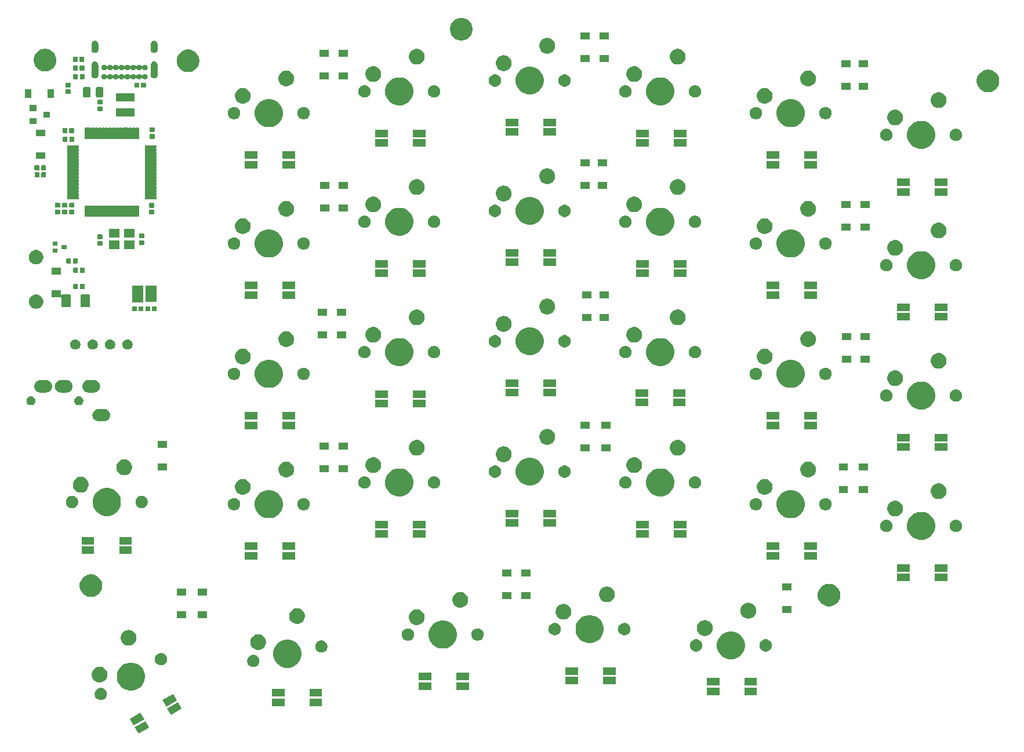
<source format=gbr>
G04 #@! TF.GenerationSoftware,KiCad,Pcbnew,5.1.5+dfsg1-2build2*
G04 #@! TF.CreationDate,2021-01-09T21:52:19+00:00*
G04 #@! TF.ProjectId,cynaroides,63796e61-726f-4696-9465-732e6b696361,rev?*
G04 #@! TF.SameCoordinates,Original*
G04 #@! TF.FileFunction,Soldermask,Bot*
G04 #@! TF.FilePolarity,Negative*
%FSLAX46Y46*%
G04 Gerber Fmt 4.6, Leading zero omitted, Abs format (unit mm)*
G04 Created by KiCad (PCBNEW 5.1.5+dfsg1-2build2) date 2021-01-09 21:52:19*
%MOMM*%
%LPD*%
G04 APERTURE LIST*
%ADD10C,0.100000*%
G04 APERTURE END LIST*
D10*
G36*
X64111720Y-126626648D02*
G01*
X62551141Y-127527649D01*
X62000140Y-126573288D01*
X63560719Y-125672287D01*
X64111720Y-126626648D01*
G37*
G36*
X63411720Y-125414212D02*
G01*
X61851141Y-126315213D01*
X61300140Y-125360852D01*
X62860719Y-124459851D01*
X63411720Y-125414212D01*
G37*
G36*
X68874860Y-123876648D02*
G01*
X67314281Y-124777649D01*
X66763280Y-123823288D01*
X68323859Y-122922287D01*
X68874860Y-123876648D01*
G37*
G36*
X68174860Y-122664212D02*
G01*
X66614281Y-123565213D01*
X66063280Y-122610852D01*
X67623859Y-121709851D01*
X68174860Y-122664212D01*
G37*
G36*
X89376000Y-123488500D02*
G01*
X87574000Y-123488500D01*
X87574000Y-122386500D01*
X89376000Y-122386500D01*
X89376000Y-123488500D01*
G37*
G36*
X83876000Y-123488500D02*
G01*
X82074000Y-123488500D01*
X82074000Y-122386500D01*
X83876000Y-122386500D01*
X83876000Y-123488500D01*
G37*
G36*
X57173148Y-120819586D02*
G01*
X57322448Y-120849283D01*
X57486420Y-120917203D01*
X57633990Y-121015806D01*
X57759489Y-121141305D01*
X57858092Y-121288875D01*
X57926012Y-121452847D01*
X57960636Y-121626918D01*
X57960636Y-121804400D01*
X57926012Y-121978471D01*
X57858092Y-122142443D01*
X57759489Y-122290013D01*
X57633990Y-122415512D01*
X57486420Y-122514115D01*
X57322448Y-122582035D01*
X57177571Y-122610852D01*
X57148378Y-122616659D01*
X56970894Y-122616659D01*
X56941701Y-122610852D01*
X56796824Y-122582035D01*
X56632852Y-122514115D01*
X56485282Y-122415512D01*
X56359783Y-122290013D01*
X56261180Y-122142443D01*
X56193260Y-121978471D01*
X56158636Y-121804400D01*
X56158636Y-121626918D01*
X56193260Y-121452847D01*
X56261180Y-121288875D01*
X56359783Y-121141305D01*
X56485282Y-121015806D01*
X56632852Y-120917203D01*
X56796824Y-120849283D01*
X56946124Y-120819586D01*
X56970894Y-120814659D01*
X57148378Y-120814659D01*
X57173148Y-120819586D01*
G37*
G36*
X83876000Y-122088500D02*
G01*
X82074000Y-122088500D01*
X82074000Y-120986500D01*
X83876000Y-120986500D01*
X83876000Y-122088500D01*
G37*
G36*
X89376000Y-122088500D02*
G01*
X87574000Y-122088500D01*
X87574000Y-120986500D01*
X89376000Y-120986500D01*
X89376000Y-122088500D01*
G37*
G36*
X147376000Y-121901000D02*
G01*
X145574000Y-121901000D01*
X145574000Y-120799000D01*
X147376000Y-120799000D01*
X147376000Y-121901000D01*
G37*
G36*
X152876000Y-121901000D02*
G01*
X151074000Y-121901000D01*
X151074000Y-120799000D01*
X152876000Y-120799000D01*
X152876000Y-121901000D01*
G37*
G36*
X62057299Y-117203477D02*
G01*
X62430556Y-117358085D01*
X62430558Y-117358086D01*
X62766481Y-117582543D01*
X63052161Y-117868223D01*
X63131469Y-117986915D01*
X63276619Y-118204148D01*
X63431227Y-118577405D01*
X63510045Y-118973652D01*
X63510045Y-119377666D01*
X63431227Y-119773913D01*
X63276619Y-120147170D01*
X63276618Y-120147172D01*
X63052161Y-120483095D01*
X62766481Y-120768775D01*
X62430558Y-120993232D01*
X62430557Y-120993233D01*
X62430556Y-120993233D01*
X62057299Y-121147841D01*
X61661052Y-121226659D01*
X61257038Y-121226659D01*
X60860791Y-121147841D01*
X60487534Y-120993233D01*
X60487533Y-120993233D01*
X60487532Y-120993232D01*
X60151609Y-120768775D01*
X59865929Y-120483095D01*
X59641472Y-120147172D01*
X59641471Y-120147170D01*
X59486863Y-119773913D01*
X59408045Y-119377666D01*
X59408045Y-118973652D01*
X59486863Y-118577405D01*
X59641471Y-118204148D01*
X59786622Y-117986915D01*
X59865929Y-117868223D01*
X60151609Y-117582543D01*
X60487532Y-117358086D01*
X60487534Y-117358085D01*
X60860791Y-117203477D01*
X61257038Y-117124659D01*
X61661052Y-117124659D01*
X62057299Y-117203477D01*
G37*
G36*
X105307250Y-121107250D02*
G01*
X103505250Y-121107250D01*
X103505250Y-120005250D01*
X105307250Y-120005250D01*
X105307250Y-121107250D01*
G37*
G36*
X110807250Y-121107250D02*
G01*
X109005250Y-121107250D01*
X109005250Y-120005250D01*
X110807250Y-120005250D01*
X110807250Y-121107250D01*
G37*
G36*
X147376000Y-120501000D02*
G01*
X145574000Y-120501000D01*
X145574000Y-119399000D01*
X147376000Y-119399000D01*
X147376000Y-120501000D01*
G37*
G36*
X152876000Y-120501000D02*
G01*
X151074000Y-120501000D01*
X151074000Y-119399000D01*
X152876000Y-119399000D01*
X152876000Y-120501000D01*
G37*
G36*
X132238500Y-120313500D02*
G01*
X130436500Y-120313500D01*
X130436500Y-119211500D01*
X132238500Y-119211500D01*
X132238500Y-120313500D01*
G37*
G36*
X126738500Y-120313500D02*
G01*
X124936500Y-120313500D01*
X124936500Y-119211500D01*
X126738500Y-119211500D01*
X126738500Y-120313500D01*
G37*
G36*
X57108161Y-117750902D02*
G01*
X57225223Y-117774187D01*
X57434692Y-117860952D01*
X57623209Y-117986915D01*
X57783529Y-118147235D01*
X57909492Y-118335752D01*
X57996257Y-118545221D01*
X58002659Y-118577405D01*
X58040489Y-118767590D01*
X58040489Y-118994320D01*
X57996257Y-119216688D01*
X57929579Y-119377665D01*
X57909492Y-119426158D01*
X57783529Y-119614675D01*
X57623209Y-119774995D01*
X57434692Y-119900958D01*
X57225223Y-119987723D01*
X57114038Y-120009839D01*
X57002854Y-120031955D01*
X56776124Y-120031955D01*
X56664940Y-120009839D01*
X56553755Y-119987723D01*
X56344286Y-119900958D01*
X56155769Y-119774995D01*
X55995449Y-119614675D01*
X55869486Y-119426158D01*
X55849400Y-119377665D01*
X55782721Y-119216688D01*
X55738489Y-118994320D01*
X55738489Y-118767590D01*
X55776319Y-118577405D01*
X55782721Y-118545221D01*
X55869486Y-118335752D01*
X55995449Y-118147235D01*
X56155769Y-117986915D01*
X56344286Y-117860952D01*
X56553755Y-117774187D01*
X56670817Y-117750902D01*
X56776124Y-117729955D01*
X57002854Y-117729955D01*
X57108161Y-117750902D01*
G37*
G36*
X105307250Y-119707250D02*
G01*
X103505250Y-119707250D01*
X103505250Y-118605250D01*
X105307250Y-118605250D01*
X105307250Y-119707250D01*
G37*
G36*
X110807250Y-119707250D02*
G01*
X109005250Y-119707250D01*
X109005250Y-118605250D01*
X110807250Y-118605250D01*
X110807250Y-119707250D01*
G37*
G36*
X132238500Y-118913500D02*
G01*
X130436500Y-118913500D01*
X130436500Y-117811500D01*
X132238500Y-117811500D01*
X132238500Y-118913500D01*
G37*
G36*
X126738500Y-118913500D02*
G01*
X124936500Y-118913500D01*
X124936500Y-117811500D01*
X126738500Y-117811500D01*
X126738500Y-118913500D01*
G37*
G36*
X84894950Y-113856154D02*
G01*
X85268207Y-114010762D01*
X85268209Y-114010763D01*
X85604132Y-114235220D01*
X85889812Y-114520900D01*
X86089335Y-114819506D01*
X86114270Y-114856825D01*
X86268878Y-115230082D01*
X86347696Y-115626329D01*
X86347696Y-116030343D01*
X86268878Y-116426590D01*
X86115952Y-116795786D01*
X86114269Y-116799849D01*
X85889812Y-117135772D01*
X85604132Y-117421452D01*
X85268209Y-117645909D01*
X85268208Y-117645910D01*
X85268207Y-117645910D01*
X84894950Y-117800518D01*
X84498703Y-117879336D01*
X84094689Y-117879336D01*
X83698442Y-117800518D01*
X83325185Y-117645910D01*
X83325184Y-117645910D01*
X83325183Y-117645909D01*
X82989260Y-117421452D01*
X82703580Y-117135772D01*
X82479123Y-116799849D01*
X82477440Y-116795786D01*
X82324514Y-116426590D01*
X82245696Y-116030343D01*
X82245696Y-115626329D01*
X82324514Y-115230082D01*
X82479122Y-114856825D01*
X82504058Y-114819506D01*
X82703580Y-114520900D01*
X82989260Y-114235220D01*
X83325183Y-114010763D01*
X83325185Y-114010762D01*
X83698442Y-113856154D01*
X84094689Y-113777336D01*
X84498703Y-113777336D01*
X84894950Y-113856154D01*
G37*
G36*
X79441219Y-115988454D02*
G01*
X79590519Y-116018151D01*
X79754491Y-116086071D01*
X79902061Y-116184674D01*
X80027560Y-116310173D01*
X80126163Y-116457743D01*
X80194083Y-116621715D01*
X80228707Y-116795786D01*
X80228707Y-116973268D01*
X80194083Y-117147339D01*
X80126163Y-117311311D01*
X80027560Y-117458881D01*
X79902061Y-117584380D01*
X79754491Y-117682983D01*
X79590519Y-117750903D01*
X79441219Y-117780600D01*
X79416449Y-117785527D01*
X79238965Y-117785527D01*
X79214195Y-117780600D01*
X79064895Y-117750903D01*
X78900923Y-117682983D01*
X78753353Y-117584380D01*
X78627854Y-117458881D01*
X78529251Y-117311311D01*
X78461331Y-117147339D01*
X78426707Y-116973268D01*
X78426707Y-116795786D01*
X78461331Y-116621715D01*
X78529251Y-116457743D01*
X78627854Y-116310173D01*
X78753353Y-116184674D01*
X78900923Y-116086071D01*
X79064895Y-116018151D01*
X79214195Y-115988454D01*
X79238965Y-115983527D01*
X79416449Y-115983527D01*
X79441219Y-115988454D01*
G37*
G36*
X65971967Y-115739586D02*
G01*
X66121267Y-115769283D01*
X66285239Y-115837203D01*
X66432809Y-115935806D01*
X66558308Y-116061305D01*
X66656911Y-116208875D01*
X66724831Y-116372847D01*
X66759455Y-116546918D01*
X66759455Y-116724400D01*
X66724831Y-116898471D01*
X66656911Y-117062443D01*
X66558308Y-117210013D01*
X66432809Y-117335512D01*
X66285239Y-117434115D01*
X66121267Y-117502035D01*
X65971967Y-117531732D01*
X65947197Y-117536659D01*
X65769713Y-117536659D01*
X65744943Y-117531732D01*
X65595643Y-117502035D01*
X65431671Y-117434115D01*
X65284101Y-117335512D01*
X65158602Y-117210013D01*
X65059999Y-117062443D01*
X64992079Y-116898471D01*
X64957455Y-116724400D01*
X64957455Y-116546918D01*
X64992079Y-116372847D01*
X65059999Y-116208875D01*
X65158602Y-116061305D01*
X65284101Y-115935806D01*
X65431671Y-115837203D01*
X65595643Y-115769283D01*
X65744943Y-115739586D01*
X65769713Y-115734659D01*
X65947197Y-115734659D01*
X65971967Y-115739586D01*
G37*
G36*
X149664504Y-112645318D02*
G01*
X150037761Y-112799926D01*
X150037763Y-112799927D01*
X150373686Y-113024384D01*
X150659366Y-113310064D01*
X150866202Y-113619615D01*
X150883824Y-113645989D01*
X151038432Y-114019246D01*
X151117250Y-114415493D01*
X151117250Y-114819507D01*
X151038432Y-115215754D01*
X150891450Y-115570600D01*
X150883823Y-115589013D01*
X150659366Y-115924936D01*
X150373686Y-116210616D01*
X150037763Y-116435073D01*
X150037762Y-116435074D01*
X150037761Y-116435074D01*
X149664504Y-116589682D01*
X149268257Y-116668500D01*
X148864243Y-116668500D01*
X148467996Y-116589682D01*
X148094739Y-116435074D01*
X148094738Y-116435074D01*
X148094737Y-116435073D01*
X147758814Y-116210616D01*
X147473134Y-115924936D01*
X147248677Y-115589013D01*
X147241050Y-115570600D01*
X147094068Y-115215754D01*
X147015250Y-114819507D01*
X147015250Y-114415493D01*
X147094068Y-114019246D01*
X147248676Y-113645989D01*
X147266299Y-113619615D01*
X147473134Y-113310064D01*
X147758814Y-113024384D01*
X148094737Y-112799927D01*
X148094739Y-112799926D01*
X148467996Y-112645318D01*
X148864243Y-112566500D01*
X149268257Y-112566500D01*
X149664504Y-112645318D01*
G37*
G36*
X89379198Y-113876071D02*
G01*
X89528498Y-113905768D01*
X89692470Y-113973688D01*
X89840040Y-114072291D01*
X89965539Y-114197790D01*
X90064142Y-114345360D01*
X90132062Y-114509332D01*
X90166686Y-114683403D01*
X90166686Y-114860885D01*
X90132062Y-115034956D01*
X90064142Y-115198928D01*
X89965539Y-115346498D01*
X89840040Y-115471997D01*
X89692470Y-115570600D01*
X89528498Y-115638520D01*
X89379198Y-115668217D01*
X89354428Y-115673144D01*
X89176944Y-115673144D01*
X89152174Y-115668217D01*
X89002874Y-115638520D01*
X88838902Y-115570600D01*
X88691332Y-115471997D01*
X88565833Y-115346498D01*
X88467230Y-115198928D01*
X88399310Y-115034956D01*
X88364686Y-114860885D01*
X88364686Y-114683403D01*
X88399310Y-114509332D01*
X88467230Y-114345360D01*
X88565833Y-114197790D01*
X88691332Y-114072291D01*
X88838902Y-113973688D01*
X89002874Y-113905768D01*
X89152174Y-113876071D01*
X89176944Y-113871144D01*
X89354428Y-113871144D01*
X89379198Y-113876071D01*
G37*
G36*
X144099762Y-113721427D02*
G01*
X144249062Y-113751124D01*
X144413034Y-113819044D01*
X144560604Y-113917647D01*
X144686103Y-114043146D01*
X144784706Y-114190716D01*
X144852626Y-114354688D01*
X144887250Y-114528759D01*
X144887250Y-114706241D01*
X144852626Y-114880312D01*
X144784706Y-115044284D01*
X144686103Y-115191854D01*
X144560604Y-115317353D01*
X144413034Y-115415956D01*
X144249062Y-115483876D01*
X144099762Y-115513573D01*
X144074992Y-115518500D01*
X143897508Y-115518500D01*
X143872738Y-115513573D01*
X143723438Y-115483876D01*
X143559466Y-115415956D01*
X143411896Y-115317353D01*
X143286397Y-115191854D01*
X143187794Y-115044284D01*
X143119874Y-114880312D01*
X143085250Y-114706241D01*
X143085250Y-114528759D01*
X143119874Y-114354688D01*
X143187794Y-114190716D01*
X143286397Y-114043146D01*
X143411896Y-113917647D01*
X143559466Y-113819044D01*
X143723438Y-113751124D01*
X143872738Y-113721427D01*
X143897508Y-113716500D01*
X144074992Y-113716500D01*
X144099762Y-113721427D01*
G37*
G36*
X154259762Y-113721427D02*
G01*
X154409062Y-113751124D01*
X154573034Y-113819044D01*
X154720604Y-113917647D01*
X154846103Y-114043146D01*
X154944706Y-114190716D01*
X155012626Y-114354688D01*
X155047250Y-114528759D01*
X155047250Y-114706241D01*
X155012626Y-114880312D01*
X154944706Y-115044284D01*
X154846103Y-115191854D01*
X154720604Y-115317353D01*
X154573034Y-115415956D01*
X154409062Y-115483876D01*
X154259762Y-115513573D01*
X154234992Y-115518500D01*
X154057508Y-115518500D01*
X154032738Y-115513573D01*
X153883438Y-115483876D01*
X153719466Y-115415956D01*
X153571896Y-115317353D01*
X153446397Y-115191854D01*
X153347794Y-115044284D01*
X153279874Y-114880312D01*
X153245250Y-114706241D01*
X153245250Y-114528759D01*
X153279874Y-114354688D01*
X153347794Y-114190716D01*
X153446397Y-114043146D01*
X153571896Y-113917647D01*
X153719466Y-113819044D01*
X153883438Y-113751124D01*
X154032738Y-113721427D01*
X154057508Y-113716500D01*
X154234992Y-113716500D01*
X154259762Y-113721427D01*
G37*
G36*
X80266407Y-113007100D02*
G01*
X80377592Y-113029216D01*
X80587061Y-113115981D01*
X80775578Y-113241944D01*
X80935898Y-113402264D01*
X80972327Y-113456784D01*
X81061862Y-113590783D01*
X81077383Y-113628254D01*
X81148626Y-113800250D01*
X81192858Y-114022620D01*
X81192858Y-114249348D01*
X81148626Y-114471718D01*
X81061861Y-114681187D01*
X80935898Y-114869704D01*
X80775578Y-115030024D01*
X80587061Y-115155987D01*
X80377592Y-115242752D01*
X80266407Y-115264868D01*
X80155223Y-115286984D01*
X79928493Y-115286984D01*
X79817309Y-115264868D01*
X79706124Y-115242752D01*
X79496655Y-115155987D01*
X79308138Y-115030024D01*
X79147818Y-114869704D01*
X79021855Y-114681187D01*
X78935090Y-114471718D01*
X78890858Y-114249348D01*
X78890858Y-114022620D01*
X78935090Y-113800250D01*
X79006333Y-113628254D01*
X79021854Y-113590783D01*
X79111389Y-113456784D01*
X79147818Y-113402264D01*
X79308138Y-113241944D01*
X79496655Y-113115981D01*
X79706124Y-113029216D01*
X79817309Y-113007100D01*
X79928493Y-112984984D01*
X80155223Y-112984984D01*
X80266407Y-113007100D01*
G37*
G36*
X107595754Y-111057818D02*
G01*
X107969011Y-111212426D01*
X107969013Y-111212427D01*
X108304936Y-111436884D01*
X108590616Y-111722564D01*
X108798874Y-112034243D01*
X108815074Y-112058489D01*
X108969682Y-112431746D01*
X109048500Y-112827993D01*
X109048500Y-113232007D01*
X108969682Y-113628254D01*
X108815074Y-114001511D01*
X108815073Y-114001513D01*
X108590616Y-114337436D01*
X108304936Y-114623116D01*
X107969013Y-114847573D01*
X107969012Y-114847574D01*
X107969011Y-114847574D01*
X107595754Y-115002182D01*
X107199507Y-115081000D01*
X106795493Y-115081000D01*
X106399246Y-115002182D01*
X106025989Y-114847574D01*
X106025988Y-114847574D01*
X106025987Y-114847573D01*
X105690064Y-114623116D01*
X105404384Y-114337436D01*
X105179927Y-114001513D01*
X105179926Y-114001511D01*
X105025318Y-113628254D01*
X104946500Y-113232007D01*
X104946500Y-112827993D01*
X105025318Y-112431746D01*
X105179926Y-112058489D01*
X105196127Y-112034243D01*
X105404384Y-111722564D01*
X105690064Y-111436884D01*
X106025987Y-111212427D01*
X106025989Y-111212426D01*
X106399246Y-111057818D01*
X106795493Y-110979000D01*
X107199507Y-110979000D01*
X107595754Y-111057818D01*
G37*
G36*
X61343299Y-112377366D02*
G01*
X61454484Y-112399482D01*
X61663953Y-112486247D01*
X61852470Y-112612210D01*
X62012790Y-112772530D01*
X62138753Y-112961047D01*
X62211739Y-113137250D01*
X62225518Y-113170517D01*
X62269750Y-113392885D01*
X62269750Y-113619615D01*
X62268031Y-113628255D01*
X62225518Y-113841984D01*
X62202988Y-113896375D01*
X62142194Y-114043147D01*
X62138753Y-114051453D01*
X62012790Y-114239970D01*
X61852470Y-114400290D01*
X61663953Y-114526253D01*
X61663952Y-114526254D01*
X61663951Y-114526254D01*
X61657903Y-114528759D01*
X61454484Y-114613018D01*
X61343299Y-114635134D01*
X61232115Y-114657250D01*
X61005385Y-114657250D01*
X60894201Y-114635134D01*
X60783016Y-114613018D01*
X60579597Y-114528759D01*
X60573549Y-114526254D01*
X60573548Y-114526254D01*
X60573547Y-114526253D01*
X60385030Y-114400290D01*
X60224710Y-114239970D01*
X60098747Y-114051453D01*
X60095307Y-114043147D01*
X60034512Y-113896375D01*
X60011982Y-113841984D01*
X59969469Y-113628255D01*
X59967750Y-113619615D01*
X59967750Y-113392885D01*
X60011982Y-113170517D01*
X60025762Y-113137250D01*
X60098747Y-112961047D01*
X60224710Y-112772530D01*
X60385030Y-112612210D01*
X60573547Y-112486247D01*
X60783016Y-112399482D01*
X60894201Y-112377366D01*
X61005385Y-112355250D01*
X61232115Y-112355250D01*
X61343299Y-112377366D01*
G37*
G36*
X129027004Y-110264068D02*
G01*
X129298767Y-110376636D01*
X129400263Y-110418677D01*
X129736186Y-110643134D01*
X130021866Y-110928814D01*
X130218916Y-111223719D01*
X130246324Y-111264739D01*
X130400932Y-111637996D01*
X130479750Y-112034243D01*
X130479750Y-112438257D01*
X130400932Y-112834504D01*
X130261751Y-113170516D01*
X130246323Y-113207763D01*
X130021866Y-113543686D01*
X129736186Y-113829366D01*
X129400263Y-114053823D01*
X129400262Y-114053824D01*
X129400261Y-114053824D01*
X129027004Y-114208432D01*
X128630757Y-114287250D01*
X128226743Y-114287250D01*
X127830496Y-114208432D01*
X127457239Y-114053824D01*
X127457238Y-114053824D01*
X127457237Y-114053823D01*
X127121314Y-113829366D01*
X126835634Y-113543686D01*
X126611177Y-113207763D01*
X126595749Y-113170516D01*
X126456568Y-112834504D01*
X126377750Y-112438257D01*
X126377750Y-112034243D01*
X126456568Y-111637996D01*
X126611176Y-111264739D01*
X126638585Y-111223719D01*
X126835634Y-110928814D01*
X127121314Y-110643134D01*
X127457237Y-110418677D01*
X127558733Y-110376636D01*
X127830496Y-110264068D01*
X128226743Y-110185250D01*
X128630757Y-110185250D01*
X129027004Y-110264068D01*
G37*
G36*
X102031012Y-112133927D02*
G01*
X102180312Y-112163624D01*
X102344284Y-112231544D01*
X102491854Y-112330147D01*
X102617353Y-112455646D01*
X102715956Y-112603216D01*
X102783876Y-112767188D01*
X102813573Y-112916488D01*
X102817475Y-112936103D01*
X102818500Y-112941259D01*
X102818500Y-113118741D01*
X102783876Y-113292812D01*
X102715956Y-113456784D01*
X102617353Y-113604354D01*
X102491854Y-113729853D01*
X102344284Y-113828456D01*
X102180312Y-113896376D01*
X102031012Y-113926073D01*
X102006242Y-113931000D01*
X101828758Y-113931000D01*
X101803988Y-113926073D01*
X101654688Y-113896376D01*
X101490716Y-113828456D01*
X101343146Y-113729853D01*
X101217647Y-113604354D01*
X101119044Y-113456784D01*
X101051124Y-113292812D01*
X101016500Y-113118741D01*
X101016500Y-112941259D01*
X101017526Y-112936103D01*
X101021427Y-112916488D01*
X101051124Y-112767188D01*
X101119044Y-112603216D01*
X101217647Y-112455646D01*
X101343146Y-112330147D01*
X101490716Y-112231544D01*
X101654688Y-112163624D01*
X101803988Y-112133927D01*
X101828758Y-112129000D01*
X102006242Y-112129000D01*
X102031012Y-112133927D01*
G37*
G36*
X112191012Y-112133927D02*
G01*
X112340312Y-112163624D01*
X112504284Y-112231544D01*
X112651854Y-112330147D01*
X112777353Y-112455646D01*
X112875956Y-112603216D01*
X112943876Y-112767188D01*
X112973573Y-112916488D01*
X112977475Y-112936103D01*
X112978500Y-112941259D01*
X112978500Y-113118741D01*
X112943876Y-113292812D01*
X112875956Y-113456784D01*
X112777353Y-113604354D01*
X112651854Y-113729853D01*
X112504284Y-113828456D01*
X112340312Y-113896376D01*
X112191012Y-113926073D01*
X112166242Y-113931000D01*
X111988758Y-113931000D01*
X111963988Y-113926073D01*
X111814688Y-113896376D01*
X111650716Y-113828456D01*
X111503146Y-113729853D01*
X111377647Y-113604354D01*
X111279044Y-113456784D01*
X111211124Y-113292812D01*
X111176500Y-113118741D01*
X111176500Y-112941259D01*
X111177526Y-112936103D01*
X111181427Y-112916488D01*
X111211124Y-112767188D01*
X111279044Y-112603216D01*
X111377647Y-112455646D01*
X111503146Y-112330147D01*
X111650716Y-112231544D01*
X111814688Y-112163624D01*
X111963988Y-112133927D01*
X111988758Y-112129000D01*
X112166242Y-112129000D01*
X112191012Y-112133927D01*
G37*
G36*
X145480799Y-110948616D02*
G01*
X145591984Y-110970732D01*
X145801453Y-111057497D01*
X145989970Y-111183460D01*
X146150290Y-111343780D01*
X146276253Y-111532297D01*
X146363018Y-111741766D01*
X146407250Y-111964136D01*
X146407250Y-112190864D01*
X146363018Y-112413234D01*
X146276253Y-112622703D01*
X146150290Y-112811220D01*
X145989970Y-112971540D01*
X145801453Y-113097503D01*
X145801452Y-113097504D01*
X145801451Y-113097504D01*
X145789085Y-113102626D01*
X145591984Y-113184268D01*
X145480799Y-113206384D01*
X145369615Y-113228500D01*
X145142885Y-113228500D01*
X145031701Y-113206384D01*
X144920516Y-113184268D01*
X144723415Y-113102626D01*
X144711049Y-113097504D01*
X144711048Y-113097504D01*
X144711047Y-113097503D01*
X144522530Y-112971540D01*
X144362210Y-112811220D01*
X144236247Y-112622703D01*
X144149482Y-112413234D01*
X144105250Y-112190864D01*
X144105250Y-111964136D01*
X144149482Y-111741766D01*
X144236247Y-111532297D01*
X144362210Y-111343780D01*
X144522530Y-111183460D01*
X144711047Y-111057497D01*
X144920516Y-110970732D01*
X145031701Y-110948616D01*
X145142885Y-110926500D01*
X145369615Y-110926500D01*
X145480799Y-110948616D01*
G37*
G36*
X123462262Y-111340177D02*
G01*
X123611562Y-111369874D01*
X123775534Y-111437794D01*
X123923104Y-111536397D01*
X124048603Y-111661896D01*
X124147206Y-111809466D01*
X124215126Y-111973438D01*
X124232043Y-112058489D01*
X124249750Y-112147508D01*
X124249750Y-112324992D01*
X124248724Y-112330148D01*
X124215126Y-112499062D01*
X124147206Y-112663034D01*
X124048603Y-112810604D01*
X123923104Y-112936103D01*
X123775534Y-113034706D01*
X123611562Y-113102626D01*
X123462262Y-113132323D01*
X123437492Y-113137250D01*
X123260008Y-113137250D01*
X123235238Y-113132323D01*
X123085938Y-113102626D01*
X122921966Y-113034706D01*
X122774396Y-112936103D01*
X122648897Y-112810604D01*
X122550294Y-112663034D01*
X122482374Y-112499062D01*
X122448776Y-112330148D01*
X122447750Y-112324992D01*
X122447750Y-112147508D01*
X122465457Y-112058489D01*
X122482374Y-111973438D01*
X122550294Y-111809466D01*
X122648897Y-111661896D01*
X122774396Y-111536397D01*
X122921966Y-111437794D01*
X123085938Y-111369874D01*
X123235238Y-111340177D01*
X123260008Y-111335250D01*
X123437492Y-111335250D01*
X123462262Y-111340177D01*
G37*
G36*
X133622262Y-111340177D02*
G01*
X133771562Y-111369874D01*
X133935534Y-111437794D01*
X134083104Y-111536397D01*
X134208603Y-111661896D01*
X134307206Y-111809466D01*
X134375126Y-111973438D01*
X134392043Y-112058489D01*
X134409750Y-112147508D01*
X134409750Y-112324992D01*
X134408724Y-112330148D01*
X134375126Y-112499062D01*
X134307206Y-112663034D01*
X134208603Y-112810604D01*
X134083104Y-112936103D01*
X133935534Y-113034706D01*
X133771562Y-113102626D01*
X133622262Y-113132323D01*
X133597492Y-113137250D01*
X133420008Y-113137250D01*
X133395238Y-113132323D01*
X133245938Y-113102626D01*
X133081966Y-113034706D01*
X132934396Y-112936103D01*
X132808897Y-112810604D01*
X132710294Y-112663034D01*
X132642374Y-112499062D01*
X132608776Y-112330148D01*
X132607750Y-112324992D01*
X132607750Y-112147508D01*
X132625457Y-112058489D01*
X132642374Y-111973438D01*
X132710294Y-111809466D01*
X132808897Y-111661896D01*
X132934396Y-111536397D01*
X133081966Y-111437794D01*
X133245938Y-111369874D01*
X133395238Y-111340177D01*
X133420008Y-111335250D01*
X133597492Y-111335250D01*
X133622262Y-111340177D01*
G37*
G36*
X103409033Y-109360516D02*
G01*
X103523234Y-109383232D01*
X103732703Y-109469997D01*
X103921220Y-109595960D01*
X104081540Y-109756280D01*
X104207503Y-109944797D01*
X104294268Y-110154266D01*
X104316109Y-110264068D01*
X104338500Y-110376635D01*
X104338500Y-110603365D01*
X104325845Y-110666984D01*
X104294268Y-110825734D01*
X104207503Y-111035203D01*
X104081540Y-111223720D01*
X103921220Y-111384040D01*
X103732703Y-111510003D01*
X103523234Y-111596768D01*
X103412049Y-111618884D01*
X103300865Y-111641000D01*
X103074135Y-111641000D01*
X102962951Y-111618884D01*
X102851766Y-111596768D01*
X102642297Y-111510003D01*
X102453780Y-111384040D01*
X102293460Y-111223720D01*
X102167497Y-111035203D01*
X102080732Y-110825734D01*
X102049155Y-110666984D01*
X102036500Y-110603365D01*
X102036500Y-110376635D01*
X102058891Y-110264068D01*
X102080732Y-110154266D01*
X102167497Y-109944797D01*
X102293460Y-109756280D01*
X102453780Y-109595960D01*
X102642297Y-109469997D01*
X102851766Y-109383232D01*
X102965967Y-109360516D01*
X103074135Y-109339000D01*
X103300865Y-109339000D01*
X103409033Y-109360516D01*
G37*
G36*
X85946533Y-109201766D02*
G01*
X86060734Y-109224482D01*
X86270203Y-109311247D01*
X86458720Y-109437210D01*
X86619040Y-109597530D01*
X86745003Y-109786047D01*
X86831768Y-109995516D01*
X86853884Y-110106701D01*
X86863346Y-110154267D01*
X86876000Y-110217886D01*
X86876000Y-110444614D01*
X86831768Y-110666984D01*
X86745003Y-110876453D01*
X86619040Y-111064970D01*
X86458720Y-111225290D01*
X86270203Y-111351253D01*
X86060734Y-111438018D01*
X85949549Y-111460134D01*
X85838365Y-111482250D01*
X85611635Y-111482250D01*
X85500451Y-111460134D01*
X85389266Y-111438018D01*
X85179797Y-111351253D01*
X84991280Y-111225290D01*
X84830960Y-111064970D01*
X84704997Y-110876453D01*
X84618232Y-110666984D01*
X84574000Y-110444614D01*
X84574000Y-110217886D01*
X84586655Y-110154267D01*
X84596116Y-110106701D01*
X84618232Y-109995516D01*
X84704997Y-109786047D01*
X84830960Y-109597530D01*
X84991280Y-109437210D01*
X85179797Y-109311247D01*
X85389266Y-109224482D01*
X85503467Y-109201766D01*
X85611635Y-109180250D01*
X85838365Y-109180250D01*
X85946533Y-109201766D01*
G37*
G36*
X124843299Y-108567366D02*
G01*
X124954484Y-108589482D01*
X125163953Y-108676247D01*
X125352470Y-108802210D01*
X125512790Y-108962530D01*
X125638753Y-109151047D01*
X125725518Y-109360516D01*
X125738173Y-109424136D01*
X125769750Y-109582885D01*
X125769750Y-109809615D01*
X125757095Y-109873234D01*
X125725518Y-110031984D01*
X125638753Y-110241453D01*
X125512790Y-110429970D01*
X125352470Y-110590290D01*
X125163953Y-110716253D01*
X124954484Y-110803018D01*
X124843299Y-110825134D01*
X124732115Y-110847250D01*
X124505385Y-110847250D01*
X124394201Y-110825134D01*
X124283016Y-110803018D01*
X124073547Y-110716253D01*
X123885030Y-110590290D01*
X123724710Y-110429970D01*
X123598747Y-110241453D01*
X123511982Y-110031984D01*
X123480405Y-109873234D01*
X123467750Y-109809615D01*
X123467750Y-109582885D01*
X123499327Y-109424136D01*
X123511982Y-109360516D01*
X123598747Y-109151047D01*
X123724710Y-108962530D01*
X123885030Y-108802210D01*
X124073547Y-108676247D01*
X124283016Y-108589482D01*
X124394201Y-108567366D01*
X124505385Y-108545250D01*
X124732115Y-108545250D01*
X124843299Y-108567366D01*
G37*
G36*
X151830799Y-108408616D02*
G01*
X151941984Y-108430732D01*
X152151453Y-108517497D01*
X152339970Y-108643460D01*
X152500290Y-108803780D01*
X152626253Y-108992297D01*
X152704106Y-109180250D01*
X152713018Y-109201767D01*
X152744596Y-109360517D01*
X152757250Y-109424136D01*
X152757250Y-109650864D01*
X152713018Y-109873234D01*
X152626253Y-110082703D01*
X152500290Y-110271220D01*
X152339970Y-110431540D01*
X152151453Y-110557503D01*
X151941984Y-110644268D01*
X151830799Y-110666384D01*
X151719615Y-110688500D01*
X151492885Y-110688500D01*
X151381701Y-110666384D01*
X151270516Y-110644268D01*
X151061047Y-110557503D01*
X150872530Y-110431540D01*
X150712210Y-110271220D01*
X150586247Y-110082703D01*
X150499482Y-109873234D01*
X150455250Y-109650864D01*
X150455250Y-109424136D01*
X150467905Y-109360517D01*
X150499482Y-109201767D01*
X150508395Y-109180250D01*
X150586247Y-108992297D01*
X150712210Y-108803780D01*
X150872530Y-108643460D01*
X151061047Y-108517497D01*
X151270516Y-108430732D01*
X151381701Y-108408616D01*
X151492885Y-108386500D01*
X151719615Y-108386500D01*
X151830799Y-108408616D01*
G37*
G36*
X72533000Y-110609000D02*
G01*
X71231000Y-110609000D01*
X71231000Y-109607000D01*
X72533000Y-109607000D01*
X72533000Y-110609000D01*
G37*
G36*
X69485000Y-110609000D02*
G01*
X68183000Y-110609000D01*
X68183000Y-109607000D01*
X69485000Y-109607000D01*
X69485000Y-110609000D01*
G37*
G36*
X157877000Y-109847000D02*
G01*
X156575000Y-109847000D01*
X156575000Y-108845000D01*
X157877000Y-108845000D01*
X157877000Y-109847000D01*
G37*
G36*
X109721247Y-106813000D02*
G01*
X109873234Y-106843232D01*
X110082703Y-106929997D01*
X110271220Y-107055960D01*
X110431540Y-107216280D01*
X110557503Y-107404797D01*
X110644268Y-107614266D01*
X110666384Y-107725451D01*
X110684197Y-107815000D01*
X110688500Y-107836636D01*
X110688500Y-108063364D01*
X110644268Y-108285734D01*
X110557503Y-108495203D01*
X110431540Y-108683720D01*
X110271220Y-108844040D01*
X110082703Y-108970003D01*
X109873234Y-109056768D01*
X109762049Y-109078884D01*
X109650865Y-109101000D01*
X109424135Y-109101000D01*
X109312951Y-109078884D01*
X109201766Y-109056768D01*
X108992297Y-108970003D01*
X108803780Y-108844040D01*
X108643460Y-108683720D01*
X108517497Y-108495203D01*
X108430732Y-108285734D01*
X108386500Y-108063364D01*
X108386500Y-107836636D01*
X108390804Y-107815000D01*
X108408616Y-107725451D01*
X108430732Y-107614266D01*
X108517497Y-107404797D01*
X108643460Y-107216280D01*
X108803780Y-107055960D01*
X108992297Y-106929997D01*
X109201766Y-106843232D01*
X109353753Y-106813000D01*
X109424135Y-106799000D01*
X109650865Y-106799000D01*
X109721247Y-106813000D01*
G37*
G36*
X163773456Y-105655498D02*
G01*
X163879779Y-105676647D01*
X164180242Y-105801103D01*
X164450651Y-105981785D01*
X164680615Y-106211749D01*
X164821455Y-106422531D01*
X164861298Y-106482160D01*
X164897750Y-106570163D01*
X164941027Y-106674642D01*
X164985753Y-106782622D01*
X165049200Y-107101589D01*
X165049200Y-107426811D01*
X165036236Y-107491983D01*
X164985753Y-107745779D01*
X164861297Y-108046242D01*
X164680615Y-108316651D01*
X164450651Y-108546615D01*
X164180242Y-108727297D01*
X163879779Y-108851753D01*
X163773456Y-108872902D01*
X163560811Y-108915200D01*
X163235589Y-108915200D01*
X163022944Y-108872902D01*
X162916621Y-108851753D01*
X162616158Y-108727297D01*
X162345749Y-108546615D01*
X162115785Y-108316651D01*
X161935103Y-108046242D01*
X161810647Y-107745779D01*
X161760164Y-107491983D01*
X161747200Y-107426811D01*
X161747200Y-107101589D01*
X161810647Y-106782622D01*
X161855374Y-106674642D01*
X161898650Y-106570163D01*
X161935102Y-106482160D01*
X161974945Y-106422531D01*
X162115785Y-106211749D01*
X162345749Y-105981785D01*
X162616158Y-105801103D01*
X162916621Y-105676647D01*
X163022944Y-105655498D01*
X163235589Y-105613200D01*
X163560811Y-105613200D01*
X163773456Y-105655498D01*
G37*
G36*
X131193299Y-106027366D02*
G01*
X131304484Y-106049482D01*
X131513953Y-106136247D01*
X131702470Y-106262210D01*
X131862790Y-106422530D01*
X131988753Y-106611047D01*
X132075518Y-106820516D01*
X132119750Y-107042886D01*
X132119750Y-107269614D01*
X132075518Y-107491984D01*
X131988753Y-107701453D01*
X131862790Y-107889970D01*
X131702470Y-108050290D01*
X131513953Y-108176253D01*
X131304484Y-108263018D01*
X131193299Y-108285134D01*
X131082115Y-108307250D01*
X130855385Y-108307250D01*
X130744201Y-108285134D01*
X130633016Y-108263018D01*
X130423547Y-108176253D01*
X130235030Y-108050290D01*
X130074710Y-107889970D01*
X129948747Y-107701453D01*
X129861982Y-107491984D01*
X129817750Y-107269614D01*
X129817750Y-107042886D01*
X129861982Y-106820516D01*
X129948747Y-106611047D01*
X130074710Y-106422530D01*
X130235030Y-106262210D01*
X130423547Y-106136247D01*
X130633016Y-106049482D01*
X130744201Y-106027366D01*
X130855385Y-106005250D01*
X131082115Y-106005250D01*
X131193299Y-106027366D01*
G37*
G36*
X116983000Y-107815000D02*
G01*
X115681000Y-107815000D01*
X115681000Y-106813000D01*
X116983000Y-106813000D01*
X116983000Y-107815000D01*
G37*
G36*
X119777000Y-107815000D02*
G01*
X118475000Y-107815000D01*
X118475000Y-106813000D01*
X119777000Y-106813000D01*
X119777000Y-107815000D01*
G37*
G36*
X56001256Y-104283898D02*
G01*
X56107579Y-104305047D01*
X56408042Y-104429503D01*
X56678451Y-104610185D01*
X56908415Y-104840149D01*
X57089097Y-105110558D01*
X57139504Y-105232250D01*
X57213553Y-105411022D01*
X57266390Y-105676647D01*
X57277000Y-105729991D01*
X57277000Y-106055209D01*
X57213553Y-106374179D01*
X57089097Y-106674642D01*
X56908415Y-106945051D01*
X56678451Y-107175015D01*
X56408042Y-107355697D01*
X56107579Y-107480153D01*
X56048100Y-107491984D01*
X55788611Y-107543600D01*
X55463389Y-107543600D01*
X55203900Y-107491984D01*
X55144421Y-107480153D01*
X54843958Y-107355697D01*
X54573549Y-107175015D01*
X54343585Y-106945051D01*
X54162903Y-106674642D01*
X54038447Y-106374179D01*
X53975000Y-106055209D01*
X53975000Y-105729991D01*
X53985611Y-105676647D01*
X54038447Y-105411022D01*
X54112497Y-105232250D01*
X54162903Y-105110558D01*
X54343585Y-104840149D01*
X54573549Y-104610185D01*
X54843958Y-104429503D01*
X55144421Y-104305047D01*
X55250744Y-104283898D01*
X55463389Y-104241600D01*
X55788611Y-104241600D01*
X56001256Y-104283898D01*
G37*
G36*
X69485000Y-107309000D02*
G01*
X68183000Y-107309000D01*
X68183000Y-106307000D01*
X69485000Y-106307000D01*
X69485000Y-107309000D01*
G37*
G36*
X72533000Y-107309000D02*
G01*
X71231000Y-107309000D01*
X71231000Y-106307000D01*
X72533000Y-106307000D01*
X72533000Y-107309000D01*
G37*
G36*
X157877000Y-106547000D02*
G01*
X156575000Y-106547000D01*
X156575000Y-105545000D01*
X157877000Y-105545000D01*
X157877000Y-106547000D01*
G37*
G36*
X180657250Y-105232250D02*
G01*
X178855250Y-105232250D01*
X178855250Y-104130250D01*
X180657250Y-104130250D01*
X180657250Y-105232250D01*
G37*
G36*
X175157250Y-105232250D02*
G01*
X173355250Y-105232250D01*
X173355250Y-104130250D01*
X175157250Y-104130250D01*
X175157250Y-105232250D01*
G37*
G36*
X119777000Y-104515000D02*
G01*
X118475000Y-104515000D01*
X118475000Y-103513000D01*
X119777000Y-103513000D01*
X119777000Y-104515000D01*
G37*
G36*
X116983000Y-104515000D02*
G01*
X115681000Y-104515000D01*
X115681000Y-103513000D01*
X116983000Y-103513000D01*
X116983000Y-104515000D01*
G37*
G36*
X180657250Y-103832250D02*
G01*
X178855250Y-103832250D01*
X178855250Y-102730250D01*
X180657250Y-102730250D01*
X180657250Y-103832250D01*
G37*
G36*
X175157250Y-103832250D02*
G01*
X173355250Y-103832250D01*
X173355250Y-102730250D01*
X175157250Y-102730250D01*
X175157250Y-103832250D01*
G37*
G36*
X85407250Y-102057250D02*
G01*
X83605250Y-102057250D01*
X83605250Y-100955250D01*
X85407250Y-100955250D01*
X85407250Y-102057250D01*
G37*
G36*
X79907250Y-102057250D02*
G01*
X78105250Y-102057250D01*
X78105250Y-100955250D01*
X79907250Y-100955250D01*
X79907250Y-102057250D01*
G37*
G36*
X156107250Y-102057250D02*
G01*
X154305250Y-102057250D01*
X154305250Y-100955250D01*
X156107250Y-100955250D01*
X156107250Y-102057250D01*
G37*
G36*
X161607250Y-102057250D02*
G01*
X159805250Y-102057250D01*
X159805250Y-100955250D01*
X161607250Y-100955250D01*
X161607250Y-102057250D01*
G37*
G36*
X56094750Y-101263500D02*
G01*
X54292750Y-101263500D01*
X54292750Y-100161500D01*
X56094750Y-100161500D01*
X56094750Y-101263500D01*
G37*
G36*
X61594750Y-101263500D02*
G01*
X59792750Y-101263500D01*
X59792750Y-100161500D01*
X61594750Y-100161500D01*
X61594750Y-101263500D01*
G37*
G36*
X79907250Y-100657250D02*
G01*
X78105250Y-100657250D01*
X78105250Y-99555250D01*
X79907250Y-99555250D01*
X79907250Y-100657250D01*
G37*
G36*
X161607250Y-100657250D02*
G01*
X159805250Y-100657250D01*
X159805250Y-99555250D01*
X161607250Y-99555250D01*
X161607250Y-100657250D01*
G37*
G36*
X156107250Y-100657250D02*
G01*
X154305250Y-100657250D01*
X154305250Y-99555250D01*
X156107250Y-99555250D01*
X156107250Y-100657250D01*
G37*
G36*
X85407250Y-100657250D02*
G01*
X83605250Y-100657250D01*
X83605250Y-99555250D01*
X85407250Y-99555250D01*
X85407250Y-100657250D01*
G37*
G36*
X56094750Y-99863500D02*
G01*
X54292750Y-99863500D01*
X54292750Y-98761500D01*
X56094750Y-98761500D01*
X56094750Y-99863500D01*
G37*
G36*
X61594750Y-99863500D02*
G01*
X59792750Y-99863500D01*
X59792750Y-98761500D01*
X61594750Y-98761500D01*
X61594750Y-99863500D01*
G37*
G36*
X177445754Y-95182818D02*
G01*
X177698324Y-95287436D01*
X177819013Y-95337427D01*
X178154936Y-95561884D01*
X178440616Y-95847564D01*
X178665074Y-96183489D01*
X178819682Y-96556746D01*
X178898500Y-96952993D01*
X178898500Y-97357007D01*
X178819682Y-97753254D01*
X178665074Y-98126511D01*
X178665073Y-98126513D01*
X178440616Y-98462436D01*
X178154936Y-98748116D01*
X177819013Y-98972573D01*
X177819012Y-98972574D01*
X177819011Y-98972574D01*
X177445754Y-99127182D01*
X177049507Y-99206000D01*
X176645493Y-99206000D01*
X176249246Y-99127182D01*
X175875989Y-98972574D01*
X175875988Y-98972574D01*
X175875987Y-98972573D01*
X175540064Y-98748116D01*
X175254384Y-98462436D01*
X175029927Y-98126513D01*
X175029926Y-98126511D01*
X174875318Y-97753254D01*
X174796500Y-97357007D01*
X174796500Y-96952993D01*
X174875318Y-96556746D01*
X175029926Y-96183489D01*
X175254384Y-95847564D01*
X175540064Y-95561884D01*
X175875987Y-95337427D01*
X175996676Y-95287436D01*
X176249246Y-95182818D01*
X176645493Y-95104000D01*
X177049507Y-95104000D01*
X177445754Y-95182818D01*
G37*
G36*
X104457250Y-98882250D02*
G01*
X102655250Y-98882250D01*
X102655250Y-97780250D01*
X104457250Y-97780250D01*
X104457250Y-98882250D01*
G37*
G36*
X98957250Y-98882250D02*
G01*
X97155250Y-98882250D01*
X97155250Y-97780250D01*
X98957250Y-97780250D01*
X98957250Y-98882250D01*
G37*
G36*
X137057250Y-98882250D02*
G01*
X135255250Y-98882250D01*
X135255250Y-97780250D01*
X137057250Y-97780250D01*
X137057250Y-98882250D01*
G37*
G36*
X142557250Y-98882250D02*
G01*
X140755250Y-98882250D01*
X140755250Y-97780250D01*
X142557250Y-97780250D01*
X142557250Y-98882250D01*
G37*
G36*
X171881012Y-96258927D02*
G01*
X172030312Y-96288624D01*
X172194284Y-96356544D01*
X172341854Y-96455147D01*
X172467353Y-96580646D01*
X172565956Y-96728216D01*
X172633876Y-96892188D01*
X172668500Y-97066259D01*
X172668500Y-97243741D01*
X172633876Y-97417812D01*
X172565956Y-97581784D01*
X172467353Y-97729354D01*
X172341854Y-97854853D01*
X172194284Y-97953456D01*
X172030312Y-98021376D01*
X171881012Y-98051073D01*
X171856242Y-98056000D01*
X171678758Y-98056000D01*
X171653988Y-98051073D01*
X171504688Y-98021376D01*
X171340716Y-97953456D01*
X171193146Y-97854853D01*
X171067647Y-97729354D01*
X170969044Y-97581784D01*
X170901124Y-97417812D01*
X170866500Y-97243741D01*
X170866500Y-97066259D01*
X170901124Y-96892188D01*
X170969044Y-96728216D01*
X171067647Y-96580646D01*
X171193146Y-96455147D01*
X171340716Y-96356544D01*
X171504688Y-96288624D01*
X171653988Y-96258927D01*
X171678758Y-96254000D01*
X171856242Y-96254000D01*
X171881012Y-96258927D01*
G37*
G36*
X182041012Y-96258927D02*
G01*
X182190312Y-96288624D01*
X182354284Y-96356544D01*
X182501854Y-96455147D01*
X182627353Y-96580646D01*
X182725956Y-96728216D01*
X182793876Y-96892188D01*
X182828500Y-97066259D01*
X182828500Y-97243741D01*
X182793876Y-97417812D01*
X182725956Y-97581784D01*
X182627353Y-97729354D01*
X182501854Y-97854853D01*
X182354284Y-97953456D01*
X182190312Y-98021376D01*
X182041012Y-98051073D01*
X182016242Y-98056000D01*
X181838758Y-98056000D01*
X181813988Y-98051073D01*
X181664688Y-98021376D01*
X181500716Y-97953456D01*
X181353146Y-97854853D01*
X181227647Y-97729354D01*
X181129044Y-97581784D01*
X181061124Y-97417812D01*
X181026500Y-97243741D01*
X181026500Y-97066259D01*
X181061124Y-96892188D01*
X181129044Y-96728216D01*
X181227647Y-96580646D01*
X181353146Y-96455147D01*
X181500716Y-96356544D01*
X181664688Y-96288624D01*
X181813988Y-96258927D01*
X181838758Y-96254000D01*
X182016242Y-96254000D01*
X182041012Y-96258927D01*
G37*
G36*
X137057250Y-97482250D02*
G01*
X135255250Y-97482250D01*
X135255250Y-96380250D01*
X137057250Y-96380250D01*
X137057250Y-97482250D01*
G37*
G36*
X98957250Y-97482250D02*
G01*
X97155250Y-97482250D01*
X97155250Y-96380250D01*
X98957250Y-96380250D01*
X98957250Y-97482250D01*
G37*
G36*
X104457250Y-97482250D02*
G01*
X102655250Y-97482250D01*
X102655250Y-96380250D01*
X104457250Y-96380250D01*
X104457250Y-97482250D01*
G37*
G36*
X142557250Y-97482250D02*
G01*
X140755250Y-97482250D01*
X140755250Y-96380250D01*
X142557250Y-96380250D01*
X142557250Y-97482250D01*
G37*
G36*
X123507250Y-97294750D02*
G01*
X121705250Y-97294750D01*
X121705250Y-96192750D01*
X123507250Y-96192750D01*
X123507250Y-97294750D01*
G37*
G36*
X118007250Y-97294750D02*
G01*
X116205250Y-97294750D01*
X116205250Y-96192750D01*
X118007250Y-96192750D01*
X118007250Y-97294750D01*
G37*
G36*
X158395754Y-92007818D02*
G01*
X158769011Y-92162426D01*
X158769013Y-92162427D01*
X159104936Y-92386884D01*
X159390616Y-92672564D01*
X159584444Y-92962647D01*
X159615074Y-93008489D01*
X159769682Y-93381746D01*
X159848500Y-93777993D01*
X159848500Y-94182007D01*
X159769682Y-94578254D01*
X159615396Y-94950733D01*
X159615073Y-94951513D01*
X159390616Y-95287436D01*
X159104936Y-95573116D01*
X158769013Y-95797573D01*
X158769012Y-95797574D01*
X158769011Y-95797574D01*
X158395754Y-95952182D01*
X157999507Y-96031000D01*
X157595493Y-96031000D01*
X157199246Y-95952182D01*
X156825989Y-95797574D01*
X156825988Y-95797574D01*
X156825987Y-95797573D01*
X156490064Y-95573116D01*
X156204384Y-95287436D01*
X155979927Y-94951513D01*
X155979604Y-94950733D01*
X155825318Y-94578254D01*
X155746500Y-94182007D01*
X155746500Y-93777993D01*
X155825318Y-93381746D01*
X155979926Y-93008489D01*
X156010557Y-92962647D01*
X156204384Y-92672564D01*
X156490064Y-92386884D01*
X156825987Y-92162427D01*
X156825989Y-92162426D01*
X157199246Y-92007818D01*
X157595493Y-91929000D01*
X157999507Y-91929000D01*
X158395754Y-92007818D01*
G37*
G36*
X82195754Y-92007818D02*
G01*
X82569011Y-92162426D01*
X82569013Y-92162427D01*
X82904936Y-92386884D01*
X83190616Y-92672564D01*
X83384444Y-92962647D01*
X83415074Y-93008489D01*
X83569682Y-93381746D01*
X83648500Y-93777993D01*
X83648500Y-94182007D01*
X83569682Y-94578254D01*
X83415396Y-94950733D01*
X83415073Y-94951513D01*
X83190616Y-95287436D01*
X82904936Y-95573116D01*
X82569013Y-95797573D01*
X82569012Y-95797574D01*
X82569011Y-95797574D01*
X82195754Y-95952182D01*
X81799507Y-96031000D01*
X81395493Y-96031000D01*
X80999246Y-95952182D01*
X80625989Y-95797574D01*
X80625988Y-95797574D01*
X80625987Y-95797573D01*
X80290064Y-95573116D01*
X80004384Y-95287436D01*
X79779927Y-94951513D01*
X79779604Y-94950733D01*
X79625318Y-94578254D01*
X79546500Y-94182007D01*
X79546500Y-93777993D01*
X79625318Y-93381746D01*
X79779926Y-93008489D01*
X79810557Y-92962647D01*
X80004384Y-92672564D01*
X80290064Y-92386884D01*
X80625987Y-92162427D01*
X80625989Y-92162426D01*
X80999246Y-92007818D01*
X81395493Y-91929000D01*
X81799507Y-91929000D01*
X82195754Y-92007818D01*
G37*
G36*
X118007250Y-95894750D02*
G01*
X116205250Y-95894750D01*
X116205250Y-94792750D01*
X118007250Y-94792750D01*
X118007250Y-95894750D01*
G37*
G36*
X123507250Y-95894750D02*
G01*
X121705250Y-95894750D01*
X121705250Y-94792750D01*
X123507250Y-94792750D01*
X123507250Y-95894750D01*
G37*
G36*
X173262049Y-93486116D02*
G01*
X173373234Y-93508232D01*
X173582703Y-93594997D01*
X173771220Y-93720960D01*
X173931540Y-93881280D01*
X174057503Y-94069797D01*
X174144268Y-94279266D01*
X174188500Y-94501636D01*
X174188500Y-94728364D01*
X174144268Y-94950734D01*
X174057503Y-95160203D01*
X173931540Y-95348720D01*
X173771220Y-95509040D01*
X173582703Y-95635003D01*
X173373234Y-95721768D01*
X173262049Y-95743884D01*
X173150865Y-95766000D01*
X172924135Y-95766000D01*
X172812951Y-95743884D01*
X172701766Y-95721768D01*
X172492297Y-95635003D01*
X172303780Y-95509040D01*
X172143460Y-95348720D01*
X172017497Y-95160203D01*
X171930732Y-94950734D01*
X171886500Y-94728364D01*
X171886500Y-94501636D01*
X171930732Y-94279266D01*
X172017497Y-94069797D01*
X172143460Y-93881280D01*
X172303780Y-93720960D01*
X172492297Y-93594997D01*
X172701766Y-93508232D01*
X172812951Y-93486116D01*
X172924135Y-93464000D01*
X173150865Y-93464000D01*
X173262049Y-93486116D01*
G37*
G36*
X58542004Y-91690318D02*
G01*
X58915261Y-91844926D01*
X58915263Y-91844927D01*
X59251186Y-92069384D01*
X59536866Y-92355064D01*
X59714027Y-92620203D01*
X59761324Y-92690989D01*
X59915932Y-93064246D01*
X59994750Y-93460493D01*
X59994750Y-93864507D01*
X59915932Y-94260754D01*
X59784419Y-94578254D01*
X59761323Y-94634013D01*
X59536866Y-94969936D01*
X59251186Y-95255616D01*
X58915263Y-95480073D01*
X58915262Y-95480074D01*
X58915261Y-95480074D01*
X58542004Y-95634682D01*
X58145757Y-95713500D01*
X57741743Y-95713500D01*
X57345496Y-95634682D01*
X56972239Y-95480074D01*
X56972238Y-95480074D01*
X56972237Y-95480073D01*
X56636314Y-95255616D01*
X56350634Y-94969936D01*
X56126177Y-94634013D01*
X56103081Y-94578254D01*
X55971568Y-94260754D01*
X55892750Y-93864507D01*
X55892750Y-93460493D01*
X55971568Y-93064246D01*
X56126176Y-92690989D01*
X56173474Y-92620203D01*
X56350634Y-92355064D01*
X56636314Y-92069384D01*
X56972237Y-91844927D01*
X56972239Y-91844926D01*
X57345496Y-91690318D01*
X57741743Y-91611500D01*
X58145757Y-91611500D01*
X58542004Y-91690318D01*
G37*
G36*
X76631012Y-93083927D02*
G01*
X76780312Y-93113624D01*
X76944284Y-93181544D01*
X77091854Y-93280147D01*
X77217353Y-93405646D01*
X77315956Y-93553216D01*
X77383876Y-93717188D01*
X77418500Y-93891259D01*
X77418500Y-94068741D01*
X77383876Y-94242812D01*
X77315956Y-94406784D01*
X77217353Y-94554354D01*
X77091854Y-94679853D01*
X76944284Y-94778456D01*
X76780312Y-94846376D01*
X76631012Y-94876073D01*
X76606242Y-94881000D01*
X76428758Y-94881000D01*
X76403988Y-94876073D01*
X76254688Y-94846376D01*
X76090716Y-94778456D01*
X75943146Y-94679853D01*
X75817647Y-94554354D01*
X75719044Y-94406784D01*
X75651124Y-94242812D01*
X75616500Y-94068741D01*
X75616500Y-93891259D01*
X75651124Y-93717188D01*
X75719044Y-93553216D01*
X75817647Y-93405646D01*
X75943146Y-93280147D01*
X76090716Y-93181544D01*
X76254688Y-93113624D01*
X76403988Y-93083927D01*
X76428758Y-93079000D01*
X76606242Y-93079000D01*
X76631012Y-93083927D01*
G37*
G36*
X86791012Y-93083927D02*
G01*
X86940312Y-93113624D01*
X87104284Y-93181544D01*
X87251854Y-93280147D01*
X87377353Y-93405646D01*
X87475956Y-93553216D01*
X87543876Y-93717188D01*
X87578500Y-93891259D01*
X87578500Y-94068741D01*
X87543876Y-94242812D01*
X87475956Y-94406784D01*
X87377353Y-94554354D01*
X87251854Y-94679853D01*
X87104284Y-94778456D01*
X86940312Y-94846376D01*
X86791012Y-94876073D01*
X86766242Y-94881000D01*
X86588758Y-94881000D01*
X86563988Y-94876073D01*
X86414688Y-94846376D01*
X86250716Y-94778456D01*
X86103146Y-94679853D01*
X85977647Y-94554354D01*
X85879044Y-94406784D01*
X85811124Y-94242812D01*
X85776500Y-94068741D01*
X85776500Y-93891259D01*
X85811124Y-93717188D01*
X85879044Y-93553216D01*
X85977647Y-93405646D01*
X86103146Y-93280147D01*
X86250716Y-93181544D01*
X86414688Y-93113624D01*
X86563988Y-93083927D01*
X86588758Y-93079000D01*
X86766242Y-93079000D01*
X86791012Y-93083927D01*
G37*
G36*
X162991012Y-93083927D02*
G01*
X163140312Y-93113624D01*
X163304284Y-93181544D01*
X163451854Y-93280147D01*
X163577353Y-93405646D01*
X163675956Y-93553216D01*
X163743876Y-93717188D01*
X163778500Y-93891259D01*
X163778500Y-94068741D01*
X163743876Y-94242812D01*
X163675956Y-94406784D01*
X163577353Y-94554354D01*
X163451854Y-94679853D01*
X163304284Y-94778456D01*
X163140312Y-94846376D01*
X162991012Y-94876073D01*
X162966242Y-94881000D01*
X162788758Y-94881000D01*
X162763988Y-94876073D01*
X162614688Y-94846376D01*
X162450716Y-94778456D01*
X162303146Y-94679853D01*
X162177647Y-94554354D01*
X162079044Y-94406784D01*
X162011124Y-94242812D01*
X161976500Y-94068741D01*
X161976500Y-93891259D01*
X162011124Y-93717188D01*
X162079044Y-93553216D01*
X162177647Y-93405646D01*
X162303146Y-93280147D01*
X162450716Y-93181544D01*
X162614688Y-93113624D01*
X162763988Y-93083927D01*
X162788758Y-93079000D01*
X162966242Y-93079000D01*
X162991012Y-93083927D01*
G37*
G36*
X152831012Y-93083927D02*
G01*
X152980312Y-93113624D01*
X153144284Y-93181544D01*
X153291854Y-93280147D01*
X153417353Y-93405646D01*
X153515956Y-93553216D01*
X153583876Y-93717188D01*
X153618500Y-93891259D01*
X153618500Y-94068741D01*
X153583876Y-94242812D01*
X153515956Y-94406784D01*
X153417353Y-94554354D01*
X153291854Y-94679853D01*
X153144284Y-94778456D01*
X152980312Y-94846376D01*
X152831012Y-94876073D01*
X152806242Y-94881000D01*
X152628758Y-94881000D01*
X152603988Y-94876073D01*
X152454688Y-94846376D01*
X152290716Y-94778456D01*
X152143146Y-94679853D01*
X152017647Y-94554354D01*
X151919044Y-94406784D01*
X151851124Y-94242812D01*
X151816500Y-94068741D01*
X151816500Y-93891259D01*
X151851124Y-93717188D01*
X151919044Y-93553216D01*
X152017647Y-93405646D01*
X152143146Y-93280147D01*
X152290716Y-93181544D01*
X152454688Y-93113624D01*
X152603988Y-93083927D01*
X152628758Y-93079000D01*
X152806242Y-93079000D01*
X152831012Y-93083927D01*
G37*
G36*
X63137262Y-92766427D02*
G01*
X63286562Y-92796124D01*
X63450534Y-92864044D01*
X63598104Y-92962647D01*
X63723603Y-93088146D01*
X63822206Y-93235716D01*
X63890126Y-93399688D01*
X63924750Y-93573759D01*
X63924750Y-93751241D01*
X63890126Y-93925312D01*
X63822206Y-94089284D01*
X63723603Y-94236854D01*
X63598104Y-94362353D01*
X63450534Y-94460956D01*
X63286562Y-94528876D01*
X63137262Y-94558573D01*
X63112492Y-94563500D01*
X62935008Y-94563500D01*
X62910238Y-94558573D01*
X62760938Y-94528876D01*
X62596966Y-94460956D01*
X62449396Y-94362353D01*
X62323897Y-94236854D01*
X62225294Y-94089284D01*
X62157374Y-93925312D01*
X62122750Y-93751241D01*
X62122750Y-93573759D01*
X62157374Y-93399688D01*
X62225294Y-93235716D01*
X62323897Y-93088146D01*
X62449396Y-92962647D01*
X62596966Y-92864044D01*
X62760938Y-92796124D01*
X62910238Y-92766427D01*
X62935008Y-92761500D01*
X63112492Y-92761500D01*
X63137262Y-92766427D01*
G37*
G36*
X52977262Y-92766427D02*
G01*
X53126562Y-92796124D01*
X53290534Y-92864044D01*
X53438104Y-92962647D01*
X53563603Y-93088146D01*
X53662206Y-93235716D01*
X53730126Y-93399688D01*
X53764750Y-93573759D01*
X53764750Y-93751241D01*
X53730126Y-93925312D01*
X53662206Y-94089284D01*
X53563603Y-94236854D01*
X53438104Y-94362353D01*
X53290534Y-94460956D01*
X53126562Y-94528876D01*
X52977262Y-94558573D01*
X52952492Y-94563500D01*
X52775008Y-94563500D01*
X52750238Y-94558573D01*
X52600938Y-94528876D01*
X52436966Y-94460956D01*
X52289396Y-94362353D01*
X52163897Y-94236854D01*
X52065294Y-94089284D01*
X51997374Y-93925312D01*
X51962750Y-93751241D01*
X51962750Y-93573759D01*
X51997374Y-93399688D01*
X52065294Y-93235716D01*
X52163897Y-93088146D01*
X52289396Y-92962647D01*
X52436966Y-92864044D01*
X52600938Y-92796124D01*
X52750238Y-92766427D01*
X52775008Y-92761500D01*
X52952492Y-92761500D01*
X52977262Y-92766427D01*
G37*
G36*
X179612049Y-90946116D02*
G01*
X179723234Y-90968232D01*
X179932703Y-91054997D01*
X180121220Y-91180960D01*
X180281540Y-91341280D01*
X180407503Y-91529797D01*
X180494268Y-91739266D01*
X180538500Y-91961636D01*
X180538500Y-92188364D01*
X180494268Y-92410734D01*
X180407503Y-92620203D01*
X180281540Y-92808720D01*
X180121220Y-92969040D01*
X179932703Y-93095003D01*
X179723234Y-93181768D01*
X179612049Y-93203884D01*
X179500865Y-93226000D01*
X179274135Y-93226000D01*
X179162951Y-93203884D01*
X179051766Y-93181768D01*
X178842297Y-93095003D01*
X178653780Y-92969040D01*
X178493460Y-92808720D01*
X178367497Y-92620203D01*
X178280732Y-92410734D01*
X178236500Y-92188364D01*
X178236500Y-91961636D01*
X178280732Y-91739266D01*
X178367497Y-91529797D01*
X178493460Y-91341280D01*
X178653780Y-91180960D01*
X178842297Y-91054997D01*
X179051766Y-90968232D01*
X179162951Y-90946116D01*
X179274135Y-90924000D01*
X179500865Y-90924000D01*
X179612049Y-90946116D01*
G37*
G36*
X139345754Y-88832818D02*
G01*
X139719011Y-88987426D01*
X139719013Y-88987427D01*
X140054936Y-89211884D01*
X140340616Y-89497564D01*
X140537255Y-89791854D01*
X140565074Y-89833489D01*
X140719682Y-90206746D01*
X140798500Y-90602993D01*
X140798500Y-91007007D01*
X140719682Y-91403254D01*
X140580501Y-91739266D01*
X140565073Y-91776513D01*
X140340616Y-92112436D01*
X140054936Y-92398116D01*
X139719013Y-92622573D01*
X139719012Y-92622574D01*
X139719011Y-92622574D01*
X139345754Y-92777182D01*
X138949507Y-92856000D01*
X138545493Y-92856000D01*
X138149246Y-92777182D01*
X137775989Y-92622574D01*
X137775988Y-92622574D01*
X137775987Y-92622573D01*
X137440064Y-92398116D01*
X137154384Y-92112436D01*
X136929927Y-91776513D01*
X136914499Y-91739266D01*
X136775318Y-91403254D01*
X136696500Y-91007007D01*
X136696500Y-90602993D01*
X136775318Y-90206746D01*
X136929926Y-89833489D01*
X136957746Y-89791854D01*
X137154384Y-89497564D01*
X137440064Y-89211884D01*
X137775987Y-88987427D01*
X137775989Y-88987426D01*
X138149246Y-88832818D01*
X138545493Y-88754000D01*
X138949507Y-88754000D01*
X139345754Y-88832818D01*
G37*
G36*
X101245754Y-88832818D02*
G01*
X101619011Y-88987426D01*
X101619013Y-88987427D01*
X101954936Y-89211884D01*
X102240616Y-89497564D01*
X102437255Y-89791854D01*
X102465074Y-89833489D01*
X102619682Y-90206746D01*
X102698500Y-90602993D01*
X102698500Y-91007007D01*
X102619682Y-91403254D01*
X102480501Y-91739266D01*
X102465073Y-91776513D01*
X102240616Y-92112436D01*
X101954936Y-92398116D01*
X101619013Y-92622573D01*
X101619012Y-92622574D01*
X101619011Y-92622574D01*
X101245754Y-92777182D01*
X100849507Y-92856000D01*
X100445493Y-92856000D01*
X100049246Y-92777182D01*
X99675989Y-92622574D01*
X99675988Y-92622574D01*
X99675987Y-92622573D01*
X99340064Y-92398116D01*
X99054384Y-92112436D01*
X98829927Y-91776513D01*
X98814499Y-91739266D01*
X98675318Y-91403254D01*
X98596500Y-91007007D01*
X98596500Y-90602993D01*
X98675318Y-90206746D01*
X98829926Y-89833489D01*
X98857746Y-89791854D01*
X99054384Y-89497564D01*
X99340064Y-89211884D01*
X99675987Y-88987427D01*
X99675989Y-88987426D01*
X100049246Y-88832818D01*
X100445493Y-88754000D01*
X100849507Y-88754000D01*
X101245754Y-88832818D01*
G37*
G36*
X154212049Y-90311116D02*
G01*
X154323234Y-90333232D01*
X154532703Y-90419997D01*
X154721220Y-90545960D01*
X154881540Y-90706280D01*
X155007503Y-90894797D01*
X155094268Y-91104266D01*
X155138500Y-91326636D01*
X155138500Y-91553364D01*
X155094268Y-91775734D01*
X155007503Y-91985203D01*
X154881540Y-92173720D01*
X154721220Y-92334040D01*
X154532703Y-92460003D01*
X154323234Y-92546768D01*
X154212049Y-92568884D01*
X154100865Y-92591000D01*
X153874135Y-92591000D01*
X153762951Y-92568884D01*
X153651766Y-92546768D01*
X153442297Y-92460003D01*
X153253780Y-92334040D01*
X153093460Y-92173720D01*
X152967497Y-91985203D01*
X152880732Y-91775734D01*
X152836500Y-91553364D01*
X152836500Y-91326636D01*
X152880732Y-91104266D01*
X152967497Y-90894797D01*
X153093460Y-90706280D01*
X153253780Y-90545960D01*
X153442297Y-90419997D01*
X153651766Y-90333232D01*
X153762951Y-90311116D01*
X153874135Y-90289000D01*
X154100865Y-90289000D01*
X154212049Y-90311116D01*
G37*
G36*
X78012049Y-90311116D02*
G01*
X78123234Y-90333232D01*
X78332703Y-90419997D01*
X78521220Y-90545960D01*
X78681540Y-90706280D01*
X78807503Y-90894797D01*
X78894268Y-91104266D01*
X78938500Y-91326636D01*
X78938500Y-91553364D01*
X78894268Y-91775734D01*
X78807503Y-91985203D01*
X78681540Y-92173720D01*
X78521220Y-92334040D01*
X78332703Y-92460003D01*
X78123234Y-92546768D01*
X78012049Y-92568884D01*
X77900865Y-92591000D01*
X77674135Y-92591000D01*
X77562951Y-92568884D01*
X77451766Y-92546768D01*
X77242297Y-92460003D01*
X77053780Y-92334040D01*
X76893460Y-92173720D01*
X76767497Y-91985203D01*
X76680732Y-91775734D01*
X76636500Y-91553364D01*
X76636500Y-91326636D01*
X76680732Y-91104266D01*
X76767497Y-90894797D01*
X76893460Y-90706280D01*
X77053780Y-90545960D01*
X77242297Y-90419997D01*
X77451766Y-90333232D01*
X77562951Y-90311116D01*
X77674135Y-90289000D01*
X77900865Y-90289000D01*
X78012049Y-90311116D01*
G37*
G36*
X166132000Y-92321000D02*
G01*
X164830000Y-92321000D01*
X164830000Y-91319000D01*
X166132000Y-91319000D01*
X166132000Y-92321000D01*
G37*
G36*
X169053000Y-92321000D02*
G01*
X167751000Y-92321000D01*
X167751000Y-91319000D01*
X169053000Y-91319000D01*
X169053000Y-92321000D01*
G37*
G36*
X54358299Y-89993616D02*
G01*
X54469484Y-90015732D01*
X54678953Y-90102497D01*
X54867470Y-90228460D01*
X55027790Y-90388780D01*
X55153753Y-90577297D01*
X55211313Y-90716258D01*
X55240518Y-90786767D01*
X55284327Y-91007006D01*
X55284750Y-91009136D01*
X55284750Y-91235864D01*
X55240518Y-91458234D01*
X55153753Y-91667703D01*
X55027790Y-91856220D01*
X54867470Y-92016540D01*
X54678953Y-92142503D01*
X54469484Y-92229268D01*
X54358299Y-92251384D01*
X54247115Y-92273500D01*
X54020385Y-92273500D01*
X53909201Y-92251384D01*
X53798016Y-92229268D01*
X53588547Y-92142503D01*
X53400030Y-92016540D01*
X53239710Y-91856220D01*
X53113747Y-91667703D01*
X53026982Y-91458234D01*
X52982750Y-91235864D01*
X52982750Y-91009136D01*
X52983174Y-91007006D01*
X53026982Y-90786767D01*
X53056188Y-90716258D01*
X53113747Y-90577297D01*
X53239710Y-90388780D01*
X53400030Y-90228460D01*
X53588547Y-90102497D01*
X53798016Y-90015732D01*
X53909201Y-89993616D01*
X54020385Y-89971500D01*
X54247115Y-89971500D01*
X54358299Y-89993616D01*
G37*
G36*
X105841012Y-89908927D02*
G01*
X105990312Y-89938624D01*
X106154284Y-90006544D01*
X106301854Y-90105147D01*
X106427353Y-90230646D01*
X106525956Y-90378216D01*
X106593876Y-90542188D01*
X106628500Y-90716259D01*
X106628500Y-90893741D01*
X106593876Y-91067812D01*
X106525956Y-91231784D01*
X106427353Y-91379354D01*
X106301854Y-91504853D01*
X106154284Y-91603456D01*
X105990312Y-91671376D01*
X105841012Y-91701073D01*
X105816242Y-91706000D01*
X105638758Y-91706000D01*
X105613988Y-91701073D01*
X105464688Y-91671376D01*
X105300716Y-91603456D01*
X105153146Y-91504853D01*
X105027647Y-91379354D01*
X104929044Y-91231784D01*
X104861124Y-91067812D01*
X104826500Y-90893741D01*
X104826500Y-90716259D01*
X104861124Y-90542188D01*
X104929044Y-90378216D01*
X105027647Y-90230646D01*
X105153146Y-90105147D01*
X105300716Y-90006544D01*
X105464688Y-89938624D01*
X105613988Y-89908927D01*
X105638758Y-89904000D01*
X105816242Y-89904000D01*
X105841012Y-89908927D01*
G37*
G36*
X95681012Y-89908927D02*
G01*
X95830312Y-89938624D01*
X95994284Y-90006544D01*
X96141854Y-90105147D01*
X96267353Y-90230646D01*
X96365956Y-90378216D01*
X96433876Y-90542188D01*
X96468500Y-90716259D01*
X96468500Y-90893741D01*
X96433876Y-91067812D01*
X96365956Y-91231784D01*
X96267353Y-91379354D01*
X96141854Y-91504853D01*
X95994284Y-91603456D01*
X95830312Y-91671376D01*
X95681012Y-91701073D01*
X95656242Y-91706000D01*
X95478758Y-91706000D01*
X95453988Y-91701073D01*
X95304688Y-91671376D01*
X95140716Y-91603456D01*
X94993146Y-91504853D01*
X94867647Y-91379354D01*
X94769044Y-91231784D01*
X94701124Y-91067812D01*
X94666500Y-90893741D01*
X94666500Y-90716259D01*
X94701124Y-90542188D01*
X94769044Y-90378216D01*
X94867647Y-90230646D01*
X94993146Y-90105147D01*
X95140716Y-90006544D01*
X95304688Y-89938624D01*
X95453988Y-89908927D01*
X95478758Y-89904000D01*
X95656242Y-89904000D01*
X95681012Y-89908927D01*
G37*
G36*
X133781012Y-89908927D02*
G01*
X133930312Y-89938624D01*
X134094284Y-90006544D01*
X134241854Y-90105147D01*
X134367353Y-90230646D01*
X134465956Y-90378216D01*
X134533876Y-90542188D01*
X134568500Y-90716259D01*
X134568500Y-90893741D01*
X134533876Y-91067812D01*
X134465956Y-91231784D01*
X134367353Y-91379354D01*
X134241854Y-91504853D01*
X134094284Y-91603456D01*
X133930312Y-91671376D01*
X133781012Y-91701073D01*
X133756242Y-91706000D01*
X133578758Y-91706000D01*
X133553988Y-91701073D01*
X133404688Y-91671376D01*
X133240716Y-91603456D01*
X133093146Y-91504853D01*
X132967647Y-91379354D01*
X132869044Y-91231784D01*
X132801124Y-91067812D01*
X132766500Y-90893741D01*
X132766500Y-90716259D01*
X132801124Y-90542188D01*
X132869044Y-90378216D01*
X132967647Y-90230646D01*
X133093146Y-90105147D01*
X133240716Y-90006544D01*
X133404688Y-89938624D01*
X133553988Y-89908927D01*
X133578758Y-89904000D01*
X133756242Y-89904000D01*
X133781012Y-89908927D01*
G37*
G36*
X143941012Y-89908927D02*
G01*
X144090312Y-89938624D01*
X144254284Y-90006544D01*
X144401854Y-90105147D01*
X144527353Y-90230646D01*
X144625956Y-90378216D01*
X144693876Y-90542188D01*
X144728500Y-90716259D01*
X144728500Y-90893741D01*
X144693876Y-91067812D01*
X144625956Y-91231784D01*
X144527353Y-91379354D01*
X144401854Y-91504853D01*
X144254284Y-91603456D01*
X144090312Y-91671376D01*
X143941012Y-91701073D01*
X143916242Y-91706000D01*
X143738758Y-91706000D01*
X143713988Y-91701073D01*
X143564688Y-91671376D01*
X143400716Y-91603456D01*
X143253146Y-91504853D01*
X143127647Y-91379354D01*
X143029044Y-91231784D01*
X142961124Y-91067812D01*
X142926500Y-90893741D01*
X142926500Y-90716259D01*
X142961124Y-90542188D01*
X143029044Y-90378216D01*
X143127647Y-90230646D01*
X143253146Y-90105147D01*
X143400716Y-90006544D01*
X143564688Y-89938624D01*
X143713988Y-89908927D01*
X143738758Y-89904000D01*
X143916242Y-89904000D01*
X143941012Y-89908927D01*
G37*
G36*
X120295754Y-87245318D02*
G01*
X120669011Y-87399926D01*
X120669013Y-87399927D01*
X121004936Y-87624384D01*
X121290616Y-87910064D01*
X121452030Y-88151636D01*
X121515074Y-88245989D01*
X121669682Y-88619246D01*
X121748500Y-89015493D01*
X121748500Y-89419507D01*
X121669682Y-89815754D01*
X121515074Y-90189011D01*
X121515073Y-90189013D01*
X121290616Y-90524936D01*
X121004936Y-90810616D01*
X120669013Y-91035073D01*
X120669012Y-91035074D01*
X120669011Y-91035074D01*
X120295754Y-91189682D01*
X119899507Y-91268500D01*
X119495493Y-91268500D01*
X119099246Y-91189682D01*
X118725989Y-91035074D01*
X118725988Y-91035074D01*
X118725987Y-91035073D01*
X118390064Y-90810616D01*
X118104384Y-90524936D01*
X117879927Y-90189013D01*
X117879926Y-90189011D01*
X117725318Y-89815754D01*
X117646500Y-89419507D01*
X117646500Y-89015493D01*
X117725318Y-88619246D01*
X117879926Y-88245989D01*
X117942971Y-88151636D01*
X118104384Y-87910064D01*
X118390064Y-87624384D01*
X118725987Y-87399927D01*
X118725989Y-87399926D01*
X119099246Y-87245318D01*
X119495493Y-87166500D01*
X119899507Y-87166500D01*
X120295754Y-87245318D01*
G37*
G36*
X124891012Y-88321427D02*
G01*
X125040312Y-88351124D01*
X125204284Y-88419044D01*
X125351854Y-88517647D01*
X125477353Y-88643146D01*
X125575956Y-88790716D01*
X125643876Y-88954688D01*
X125678500Y-89128759D01*
X125678500Y-89306241D01*
X125643876Y-89480312D01*
X125575956Y-89644284D01*
X125477353Y-89791854D01*
X125351854Y-89917353D01*
X125204284Y-90015956D01*
X125040312Y-90083876D01*
X124891012Y-90113573D01*
X124866242Y-90118500D01*
X124688758Y-90118500D01*
X124663988Y-90113573D01*
X124514688Y-90083876D01*
X124350716Y-90015956D01*
X124203146Y-89917353D01*
X124077647Y-89791854D01*
X123979044Y-89644284D01*
X123911124Y-89480312D01*
X123876500Y-89306241D01*
X123876500Y-89128759D01*
X123911124Y-88954688D01*
X123979044Y-88790716D01*
X124077647Y-88643146D01*
X124203146Y-88517647D01*
X124350716Y-88419044D01*
X124514688Y-88351124D01*
X124663988Y-88321427D01*
X124688758Y-88316500D01*
X124866242Y-88316500D01*
X124891012Y-88321427D01*
G37*
G36*
X114731012Y-88321427D02*
G01*
X114880312Y-88351124D01*
X115044284Y-88419044D01*
X115191854Y-88517647D01*
X115317353Y-88643146D01*
X115415956Y-88790716D01*
X115483876Y-88954688D01*
X115518500Y-89128759D01*
X115518500Y-89306241D01*
X115483876Y-89480312D01*
X115415956Y-89644284D01*
X115317353Y-89791854D01*
X115191854Y-89917353D01*
X115044284Y-90015956D01*
X114880312Y-90083876D01*
X114731012Y-90113573D01*
X114706242Y-90118500D01*
X114528758Y-90118500D01*
X114503988Y-90113573D01*
X114354688Y-90083876D01*
X114190716Y-90015956D01*
X114043146Y-89917353D01*
X113917647Y-89791854D01*
X113819044Y-89644284D01*
X113751124Y-89480312D01*
X113716500Y-89306241D01*
X113716500Y-89128759D01*
X113751124Y-88954688D01*
X113819044Y-88790716D01*
X113917647Y-88643146D01*
X114043146Y-88517647D01*
X114190716Y-88419044D01*
X114354688Y-88351124D01*
X114503988Y-88321427D01*
X114528758Y-88316500D01*
X114706242Y-88316500D01*
X114731012Y-88321427D01*
G37*
G36*
X160562049Y-87771116D02*
G01*
X160673234Y-87793232D01*
X160882703Y-87879997D01*
X161071220Y-88005960D01*
X161231540Y-88166280D01*
X161357503Y-88354797D01*
X161424958Y-88517647D01*
X161444268Y-88564267D01*
X161488500Y-88786635D01*
X161488500Y-89013365D01*
X161487379Y-89019000D01*
X161444268Y-89235734D01*
X161357503Y-89445203D01*
X161231540Y-89633720D01*
X161071220Y-89794040D01*
X160882703Y-89920003D01*
X160673234Y-90006768D01*
X160562049Y-90028884D01*
X160450865Y-90051000D01*
X160224135Y-90051000D01*
X160112951Y-90028884D01*
X160001766Y-90006768D01*
X159792297Y-89920003D01*
X159603780Y-89794040D01*
X159443460Y-89633720D01*
X159317497Y-89445203D01*
X159230732Y-89235734D01*
X159187621Y-89019000D01*
X159186500Y-89013365D01*
X159186500Y-88786635D01*
X159230732Y-88564267D01*
X159250043Y-88517647D01*
X159317497Y-88354797D01*
X159443460Y-88166280D01*
X159603780Y-88005960D01*
X159792297Y-87879997D01*
X160001766Y-87793232D01*
X160112951Y-87771116D01*
X160224135Y-87749000D01*
X160450865Y-87749000D01*
X160562049Y-87771116D01*
G37*
G36*
X84362049Y-87771116D02*
G01*
X84473234Y-87793232D01*
X84682703Y-87879997D01*
X84871220Y-88005960D01*
X85031540Y-88166280D01*
X85157503Y-88354797D01*
X85224958Y-88517647D01*
X85244268Y-88564267D01*
X85288500Y-88786635D01*
X85288500Y-89013365D01*
X85287379Y-89019000D01*
X85244268Y-89235734D01*
X85157503Y-89445203D01*
X85031540Y-89633720D01*
X84871220Y-89794040D01*
X84682703Y-89920003D01*
X84473234Y-90006768D01*
X84362049Y-90028884D01*
X84250865Y-90051000D01*
X84024135Y-90051000D01*
X83912951Y-90028884D01*
X83801766Y-90006768D01*
X83592297Y-89920003D01*
X83403780Y-89794040D01*
X83243460Y-89633720D01*
X83117497Y-89445203D01*
X83030732Y-89235734D01*
X82987621Y-89019000D01*
X82986500Y-89013365D01*
X82986500Y-88786635D01*
X83030732Y-88564267D01*
X83050043Y-88517647D01*
X83117497Y-88354797D01*
X83243460Y-88166280D01*
X83403780Y-88005960D01*
X83592297Y-87879997D01*
X83801766Y-87793232D01*
X83912951Y-87771116D01*
X84024135Y-87749000D01*
X84250865Y-87749000D01*
X84362049Y-87771116D01*
G37*
G36*
X60708299Y-87453616D02*
G01*
X60819484Y-87475732D01*
X61028953Y-87562497D01*
X61217470Y-87688460D01*
X61377790Y-87848780D01*
X61503753Y-88037297D01*
X61590518Y-88246766D01*
X61634750Y-88469136D01*
X61634750Y-88695864D01*
X61590518Y-88918234D01*
X61503753Y-89127703D01*
X61377790Y-89316220D01*
X61217470Y-89476540D01*
X61028953Y-89602503D01*
X60819484Y-89689268D01*
X60708299Y-89711384D01*
X60597115Y-89733500D01*
X60370385Y-89733500D01*
X60259201Y-89711384D01*
X60148016Y-89689268D01*
X59938547Y-89602503D01*
X59750030Y-89476540D01*
X59589710Y-89316220D01*
X59463747Y-89127703D01*
X59376982Y-88918234D01*
X59332750Y-88695864D01*
X59332750Y-88469136D01*
X59376982Y-88246766D01*
X59463747Y-88037297D01*
X59589710Y-87848780D01*
X59750030Y-87688460D01*
X59938547Y-87562497D01*
X60148016Y-87475732D01*
X60259201Y-87453616D01*
X60370385Y-87431500D01*
X60597115Y-87431500D01*
X60708299Y-87453616D01*
G37*
G36*
X97062049Y-87136116D02*
G01*
X97173234Y-87158232D01*
X97382703Y-87244997D01*
X97571220Y-87370960D01*
X97731540Y-87531280D01*
X97857503Y-87719797D01*
X97944268Y-87929266D01*
X97988500Y-88151636D01*
X97988500Y-88378364D01*
X97944268Y-88600734D01*
X97857503Y-88810203D01*
X97731540Y-88998720D01*
X97571220Y-89159040D01*
X97382703Y-89285003D01*
X97173234Y-89371768D01*
X97062049Y-89393884D01*
X96950865Y-89416000D01*
X96724135Y-89416000D01*
X96612951Y-89393884D01*
X96501766Y-89371768D01*
X96292297Y-89285003D01*
X96103780Y-89159040D01*
X95943460Y-88998720D01*
X95817497Y-88810203D01*
X95730732Y-88600734D01*
X95686500Y-88378364D01*
X95686500Y-88151636D01*
X95730732Y-87929266D01*
X95817497Y-87719797D01*
X95943460Y-87531280D01*
X96103780Y-87370960D01*
X96292297Y-87244997D01*
X96501766Y-87158232D01*
X96612951Y-87136116D01*
X96724135Y-87114000D01*
X96950865Y-87114000D01*
X97062049Y-87136116D01*
G37*
G36*
X135162049Y-87136116D02*
G01*
X135273234Y-87158232D01*
X135482703Y-87244997D01*
X135671220Y-87370960D01*
X135831540Y-87531280D01*
X135957503Y-87719797D01*
X136044268Y-87929266D01*
X136088500Y-88151636D01*
X136088500Y-88378364D01*
X136044268Y-88600734D01*
X135957503Y-88810203D01*
X135831540Y-88998720D01*
X135671220Y-89159040D01*
X135482703Y-89285003D01*
X135273234Y-89371768D01*
X135162049Y-89393884D01*
X135050865Y-89416000D01*
X134824135Y-89416000D01*
X134712951Y-89393884D01*
X134601766Y-89371768D01*
X134392297Y-89285003D01*
X134203780Y-89159040D01*
X134043460Y-88998720D01*
X133917497Y-88810203D01*
X133830732Y-88600734D01*
X133786500Y-88378364D01*
X133786500Y-88151636D01*
X133830732Y-87929266D01*
X133917497Y-87719797D01*
X134043460Y-87531280D01*
X134203780Y-87370960D01*
X134392297Y-87244997D01*
X134601766Y-87158232D01*
X134712951Y-87136116D01*
X134824135Y-87114000D01*
X135050865Y-87114000D01*
X135162049Y-87136116D01*
G37*
G36*
X93107000Y-89273000D02*
G01*
X91805000Y-89273000D01*
X91805000Y-88271000D01*
X93107000Y-88271000D01*
X93107000Y-89273000D01*
G37*
G36*
X90313000Y-89273000D02*
G01*
X89011000Y-89273000D01*
X89011000Y-88271000D01*
X90313000Y-88271000D01*
X90313000Y-89273000D01*
G37*
G36*
X166132000Y-89021000D02*
G01*
X164830000Y-89021000D01*
X164830000Y-88019000D01*
X166132000Y-88019000D01*
X166132000Y-89021000D01*
G37*
G36*
X169053000Y-89021000D02*
G01*
X167751000Y-89021000D01*
X167751000Y-88019000D01*
X169053000Y-88019000D01*
X169053000Y-89021000D01*
G37*
G36*
X66691000Y-89019000D02*
G01*
X65389000Y-89019000D01*
X65389000Y-88017000D01*
X66691000Y-88017000D01*
X66691000Y-89019000D01*
G37*
G36*
X116112049Y-85548616D02*
G01*
X116223234Y-85570732D01*
X116432703Y-85657497D01*
X116621220Y-85783460D01*
X116781540Y-85943780D01*
X116907503Y-86132297D01*
X116994268Y-86341766D01*
X117038500Y-86564136D01*
X117038500Y-86790864D01*
X116994268Y-87013234D01*
X116907503Y-87222703D01*
X116781540Y-87411220D01*
X116621220Y-87571540D01*
X116432703Y-87697503D01*
X116223234Y-87784268D01*
X116112049Y-87806384D01*
X116000865Y-87828500D01*
X115774135Y-87828500D01*
X115662951Y-87806384D01*
X115551766Y-87784268D01*
X115342297Y-87697503D01*
X115153780Y-87571540D01*
X114993460Y-87411220D01*
X114867497Y-87222703D01*
X114780732Y-87013234D01*
X114736500Y-86790864D01*
X114736500Y-86564136D01*
X114780732Y-86341766D01*
X114867497Y-86132297D01*
X114993460Y-85943780D01*
X115153780Y-85783460D01*
X115342297Y-85657497D01*
X115551766Y-85570732D01*
X115662951Y-85548616D01*
X115774135Y-85526500D01*
X116000865Y-85526500D01*
X116112049Y-85548616D01*
G37*
G36*
X103412049Y-84596116D02*
G01*
X103523234Y-84618232D01*
X103732703Y-84704997D01*
X103921220Y-84830960D01*
X104081540Y-84991280D01*
X104207503Y-85179797D01*
X104294268Y-85389266D01*
X104338500Y-85611636D01*
X104338500Y-85838364D01*
X104294268Y-86060734D01*
X104207503Y-86270203D01*
X104081540Y-86458720D01*
X103921220Y-86619040D01*
X103732703Y-86745003D01*
X103523234Y-86831768D01*
X103412049Y-86853884D01*
X103300865Y-86876000D01*
X103074135Y-86876000D01*
X102962951Y-86853884D01*
X102851766Y-86831768D01*
X102642297Y-86745003D01*
X102453780Y-86619040D01*
X102293460Y-86458720D01*
X102167497Y-86270203D01*
X102080732Y-86060734D01*
X102036500Y-85838364D01*
X102036500Y-85611636D01*
X102080732Y-85389266D01*
X102167497Y-85179797D01*
X102293460Y-84991280D01*
X102453780Y-84830960D01*
X102642297Y-84704997D01*
X102851766Y-84618232D01*
X102962951Y-84596116D01*
X103074135Y-84574000D01*
X103300865Y-84574000D01*
X103412049Y-84596116D01*
G37*
G36*
X141512049Y-84596116D02*
G01*
X141623234Y-84618232D01*
X141832703Y-84704997D01*
X142021220Y-84830960D01*
X142181540Y-84991280D01*
X142307503Y-85179797D01*
X142394268Y-85389266D01*
X142438500Y-85611636D01*
X142438500Y-85838364D01*
X142394268Y-86060734D01*
X142307503Y-86270203D01*
X142181540Y-86458720D01*
X142021220Y-86619040D01*
X141832703Y-86745003D01*
X141623234Y-86831768D01*
X141512049Y-86853884D01*
X141400865Y-86876000D01*
X141174135Y-86876000D01*
X141062951Y-86853884D01*
X140951766Y-86831768D01*
X140742297Y-86745003D01*
X140553780Y-86619040D01*
X140393460Y-86458720D01*
X140267497Y-86270203D01*
X140180732Y-86060734D01*
X140136500Y-85838364D01*
X140136500Y-85611636D01*
X140180732Y-85389266D01*
X140267497Y-85179797D01*
X140393460Y-84991280D01*
X140553780Y-84830960D01*
X140742297Y-84704997D01*
X140951766Y-84618232D01*
X141062951Y-84596116D01*
X141174135Y-84574000D01*
X141400865Y-84574000D01*
X141512049Y-84596116D01*
G37*
G36*
X131461000Y-86225000D02*
G01*
X130159000Y-86225000D01*
X130159000Y-85223000D01*
X131461000Y-85223000D01*
X131461000Y-86225000D01*
G37*
G36*
X128413000Y-86225000D02*
G01*
X127111000Y-86225000D01*
X127111000Y-85223000D01*
X128413000Y-85223000D01*
X128413000Y-86225000D01*
G37*
G36*
X180657250Y-86182250D02*
G01*
X178855250Y-86182250D01*
X178855250Y-85080250D01*
X180657250Y-85080250D01*
X180657250Y-86182250D01*
G37*
G36*
X175157250Y-86182250D02*
G01*
X173355250Y-86182250D01*
X173355250Y-85080250D01*
X175157250Y-85080250D01*
X175157250Y-86182250D01*
G37*
G36*
X93107000Y-85973000D02*
G01*
X91805000Y-85973000D01*
X91805000Y-84971000D01*
X93107000Y-84971000D01*
X93107000Y-85973000D01*
G37*
G36*
X90313000Y-85973000D02*
G01*
X89011000Y-85973000D01*
X89011000Y-84971000D01*
X90313000Y-84971000D01*
X90313000Y-85973000D01*
G37*
G36*
X66691000Y-85719000D02*
G01*
X65389000Y-85719000D01*
X65389000Y-84717000D01*
X66691000Y-84717000D01*
X66691000Y-85719000D01*
G37*
G36*
X122455182Y-83007250D02*
G01*
X122573234Y-83030732D01*
X122782703Y-83117497D01*
X122971220Y-83243460D01*
X123131540Y-83403780D01*
X123257503Y-83592297D01*
X123344268Y-83801766D01*
X123388500Y-84024136D01*
X123388500Y-84250864D01*
X123344268Y-84473234D01*
X123257503Y-84682703D01*
X123131540Y-84871220D01*
X122971220Y-85031540D01*
X122782703Y-85157503D01*
X122573234Y-85244268D01*
X122462049Y-85266384D01*
X122350865Y-85288500D01*
X122124135Y-85288500D01*
X122012951Y-85266384D01*
X121901766Y-85244268D01*
X121692297Y-85157503D01*
X121503780Y-85031540D01*
X121343460Y-84871220D01*
X121217497Y-84682703D01*
X121130732Y-84473234D01*
X121086500Y-84250864D01*
X121086500Y-84024136D01*
X121130732Y-83801766D01*
X121217497Y-83592297D01*
X121343460Y-83403780D01*
X121503780Y-83243460D01*
X121692297Y-83117497D01*
X121901766Y-83030732D01*
X122019818Y-83007250D01*
X122124135Y-82986500D01*
X122350865Y-82986500D01*
X122455182Y-83007250D01*
G37*
G36*
X180657250Y-84782250D02*
G01*
X178855250Y-84782250D01*
X178855250Y-83680250D01*
X180657250Y-83680250D01*
X180657250Y-84782250D01*
G37*
G36*
X175157250Y-84782250D02*
G01*
X173355250Y-84782250D01*
X173355250Y-83680250D01*
X175157250Y-83680250D01*
X175157250Y-84782250D01*
G37*
G36*
X156107250Y-83007250D02*
G01*
X154305250Y-83007250D01*
X154305250Y-81905250D01*
X156107250Y-81905250D01*
X156107250Y-83007250D01*
G37*
G36*
X79907250Y-83007250D02*
G01*
X78105250Y-83007250D01*
X78105250Y-81905250D01*
X79907250Y-81905250D01*
X79907250Y-83007250D01*
G37*
G36*
X85407250Y-83007250D02*
G01*
X83605250Y-83007250D01*
X83605250Y-81905250D01*
X85407250Y-81905250D01*
X85407250Y-83007250D01*
G37*
G36*
X161607250Y-83007250D02*
G01*
X159805250Y-83007250D01*
X159805250Y-81905250D01*
X161607250Y-81905250D01*
X161607250Y-83007250D01*
G37*
G36*
X131461000Y-82925000D02*
G01*
X130159000Y-82925000D01*
X130159000Y-81923000D01*
X131461000Y-81923000D01*
X131461000Y-82925000D01*
G37*
G36*
X128413000Y-82925000D02*
G01*
X127111000Y-82925000D01*
X127111000Y-81923000D01*
X128413000Y-81923000D01*
X128413000Y-82925000D01*
G37*
G36*
X57660443Y-80068019D02*
G01*
X57726627Y-80074537D01*
X57896466Y-80126057D01*
X58052991Y-80209722D01*
X58088729Y-80239052D01*
X58190186Y-80322314D01*
X58273448Y-80423771D01*
X58302778Y-80459509D01*
X58386443Y-80616034D01*
X58437963Y-80785873D01*
X58455359Y-80962500D01*
X58437963Y-81139127D01*
X58386443Y-81308966D01*
X58302778Y-81465491D01*
X58273448Y-81501229D01*
X58190186Y-81602686D01*
X58088729Y-81685948D01*
X58052991Y-81715278D01*
X57896466Y-81798943D01*
X57726627Y-81850463D01*
X57660443Y-81856981D01*
X57594260Y-81863500D01*
X56705740Y-81863500D01*
X56639557Y-81856981D01*
X56573373Y-81850463D01*
X56403534Y-81798943D01*
X56247009Y-81715278D01*
X56211271Y-81685948D01*
X56109814Y-81602686D01*
X56026552Y-81501229D01*
X55997222Y-81465491D01*
X55913557Y-81308966D01*
X55862037Y-81139127D01*
X55844641Y-80962500D01*
X55862037Y-80785873D01*
X55913557Y-80616034D01*
X55997222Y-80459509D01*
X56026552Y-80423771D01*
X56109814Y-80322314D01*
X56211271Y-80239052D01*
X56247009Y-80209722D01*
X56403534Y-80126057D01*
X56573373Y-80074537D01*
X56639557Y-80068019D01*
X56705740Y-80061500D01*
X57594260Y-80061500D01*
X57660443Y-80068019D01*
G37*
G36*
X79907250Y-81607250D02*
G01*
X78105250Y-81607250D01*
X78105250Y-80505250D01*
X79907250Y-80505250D01*
X79907250Y-81607250D01*
G37*
G36*
X156107250Y-81607250D02*
G01*
X154305250Y-81607250D01*
X154305250Y-80505250D01*
X156107250Y-80505250D01*
X156107250Y-81607250D01*
G37*
G36*
X161607250Y-81607250D02*
G01*
X159805250Y-81607250D01*
X159805250Y-80505250D01*
X161607250Y-80505250D01*
X161607250Y-81607250D01*
G37*
G36*
X85407250Y-81607250D02*
G01*
X83605250Y-81607250D01*
X83605250Y-80505250D01*
X85407250Y-80505250D01*
X85407250Y-81607250D01*
G37*
G36*
X177445754Y-76132818D02*
G01*
X177698324Y-76237436D01*
X177819013Y-76287427D01*
X178154936Y-76511884D01*
X178440616Y-76797564D01*
X178648689Y-77108966D01*
X178665074Y-77133489D01*
X178819682Y-77506746D01*
X178898500Y-77902993D01*
X178898500Y-78307007D01*
X178819682Y-78703254D01*
X178675065Y-79052390D01*
X178665073Y-79076513D01*
X178440616Y-79412436D01*
X178154936Y-79698116D01*
X177819013Y-79922573D01*
X177819012Y-79922574D01*
X177819011Y-79922574D01*
X177445754Y-80077182D01*
X177049507Y-80156000D01*
X176645493Y-80156000D01*
X176249246Y-80077182D01*
X175875989Y-79922574D01*
X175875988Y-79922574D01*
X175875987Y-79922573D01*
X175540064Y-79698116D01*
X175254384Y-79412436D01*
X175029927Y-79076513D01*
X175019935Y-79052390D01*
X174875318Y-78703254D01*
X174796500Y-78307007D01*
X174796500Y-77902993D01*
X174875318Y-77506746D01*
X175029926Y-77133489D01*
X175046312Y-77108966D01*
X175254384Y-76797564D01*
X175540064Y-76511884D01*
X175875987Y-76287427D01*
X175996676Y-76237436D01*
X176249246Y-76132818D01*
X176645493Y-76054000D01*
X177049507Y-76054000D01*
X177445754Y-76132818D01*
G37*
G36*
X98957250Y-79832250D02*
G01*
X97155250Y-79832250D01*
X97155250Y-78730250D01*
X98957250Y-78730250D01*
X98957250Y-79832250D01*
G37*
G36*
X104457250Y-79832250D02*
G01*
X102655250Y-79832250D01*
X102655250Y-78730250D01*
X104457250Y-78730250D01*
X104457250Y-79832250D01*
G37*
G36*
X142462000Y-79660800D02*
G01*
X140660000Y-79660800D01*
X140660000Y-78558800D01*
X142462000Y-78558800D01*
X142462000Y-79660800D01*
G37*
G36*
X136962000Y-79660800D02*
G01*
X135160000Y-79660800D01*
X135160000Y-78558800D01*
X136962000Y-78558800D01*
X136962000Y-79660800D01*
G37*
G36*
X54039890Y-78236517D02*
G01*
X54158364Y-78285591D01*
X54264988Y-78356835D01*
X54355665Y-78447512D01*
X54411973Y-78531782D01*
X54426910Y-78554138D01*
X54475983Y-78672610D01*
X54501000Y-78798381D01*
X54501000Y-78926619D01*
X54492097Y-78971376D01*
X54475983Y-79052390D01*
X54426909Y-79170864D01*
X54355665Y-79277488D01*
X54264988Y-79368165D01*
X54158364Y-79439409D01*
X54158363Y-79439410D01*
X54158362Y-79439410D01*
X54039890Y-79488483D01*
X53914119Y-79513500D01*
X53785881Y-79513500D01*
X53660110Y-79488483D01*
X53541638Y-79439410D01*
X53541637Y-79439410D01*
X53541636Y-79439409D01*
X53435012Y-79368165D01*
X53344335Y-79277488D01*
X53273091Y-79170864D01*
X53224017Y-79052390D01*
X53207903Y-78971376D01*
X53199000Y-78926619D01*
X53199000Y-78798381D01*
X53224017Y-78672610D01*
X53273090Y-78554138D01*
X53288028Y-78531782D01*
X53344335Y-78447512D01*
X53435012Y-78356835D01*
X53541636Y-78285591D01*
X53660110Y-78236517D01*
X53785881Y-78211500D01*
X53914119Y-78211500D01*
X54039890Y-78236517D01*
G37*
G36*
X47039890Y-78236517D02*
G01*
X47158364Y-78285591D01*
X47264988Y-78356835D01*
X47355665Y-78447512D01*
X47411973Y-78531782D01*
X47426910Y-78554138D01*
X47475983Y-78672610D01*
X47501000Y-78798381D01*
X47501000Y-78926619D01*
X47492097Y-78971376D01*
X47475983Y-79052390D01*
X47426909Y-79170864D01*
X47355665Y-79277488D01*
X47264988Y-79368165D01*
X47158364Y-79439409D01*
X47158363Y-79439410D01*
X47158362Y-79439410D01*
X47039890Y-79488483D01*
X46914119Y-79513500D01*
X46785881Y-79513500D01*
X46660110Y-79488483D01*
X46541638Y-79439410D01*
X46541637Y-79439410D01*
X46541636Y-79439409D01*
X46435012Y-79368165D01*
X46344335Y-79277488D01*
X46273091Y-79170864D01*
X46224017Y-79052390D01*
X46207903Y-78971376D01*
X46199000Y-78926619D01*
X46199000Y-78798381D01*
X46224017Y-78672610D01*
X46273090Y-78554138D01*
X46288028Y-78531782D01*
X46344335Y-78447512D01*
X46435012Y-78356835D01*
X46541636Y-78285591D01*
X46660110Y-78236517D01*
X46785881Y-78211500D01*
X46914119Y-78211500D01*
X47039890Y-78236517D01*
G37*
G36*
X171881012Y-77208927D02*
G01*
X172030312Y-77238624D01*
X172194284Y-77306544D01*
X172341854Y-77405147D01*
X172467353Y-77530646D01*
X172565956Y-77678216D01*
X172633876Y-77842188D01*
X172668500Y-78016259D01*
X172668500Y-78193741D01*
X172633876Y-78367812D01*
X172565956Y-78531784D01*
X172467353Y-78679354D01*
X172341854Y-78804853D01*
X172194284Y-78903456D01*
X172030312Y-78971376D01*
X171881012Y-79001073D01*
X171856242Y-79006000D01*
X171678758Y-79006000D01*
X171653988Y-79001073D01*
X171504688Y-78971376D01*
X171340716Y-78903456D01*
X171193146Y-78804853D01*
X171067647Y-78679354D01*
X170969044Y-78531784D01*
X170901124Y-78367812D01*
X170866500Y-78193741D01*
X170866500Y-78016259D01*
X170901124Y-77842188D01*
X170969044Y-77678216D01*
X171067647Y-77530646D01*
X171193146Y-77405147D01*
X171340716Y-77306544D01*
X171504688Y-77238624D01*
X171653988Y-77208927D01*
X171678758Y-77204000D01*
X171856242Y-77204000D01*
X171881012Y-77208927D01*
G37*
G36*
X182041012Y-77208927D02*
G01*
X182190312Y-77238624D01*
X182354284Y-77306544D01*
X182501854Y-77405147D01*
X182627353Y-77530646D01*
X182725956Y-77678216D01*
X182793876Y-77842188D01*
X182828500Y-78016259D01*
X182828500Y-78193741D01*
X182793876Y-78367812D01*
X182725956Y-78531784D01*
X182627353Y-78679354D01*
X182501854Y-78804853D01*
X182354284Y-78903456D01*
X182190312Y-78971376D01*
X182041012Y-79001073D01*
X182016242Y-79006000D01*
X181838758Y-79006000D01*
X181813988Y-79001073D01*
X181664688Y-78971376D01*
X181500716Y-78903456D01*
X181353146Y-78804853D01*
X181227647Y-78679354D01*
X181129044Y-78531784D01*
X181061124Y-78367812D01*
X181026500Y-78193741D01*
X181026500Y-78016259D01*
X181061124Y-77842188D01*
X181129044Y-77678216D01*
X181227647Y-77530646D01*
X181353146Y-77405147D01*
X181500716Y-77306544D01*
X181664688Y-77238624D01*
X181813988Y-77208927D01*
X181838758Y-77204000D01*
X182016242Y-77204000D01*
X182041012Y-77208927D01*
G37*
G36*
X104457250Y-78432250D02*
G01*
X102655250Y-78432250D01*
X102655250Y-77330250D01*
X104457250Y-77330250D01*
X104457250Y-78432250D01*
G37*
G36*
X98957250Y-78432250D02*
G01*
X97155250Y-78432250D01*
X97155250Y-77330250D01*
X98957250Y-77330250D01*
X98957250Y-78432250D01*
G37*
G36*
X136962000Y-78260800D02*
G01*
X135160000Y-78260800D01*
X135160000Y-77158800D01*
X136962000Y-77158800D01*
X136962000Y-78260800D01*
G37*
G36*
X142462000Y-78260800D02*
G01*
X140660000Y-78260800D01*
X140660000Y-77158800D01*
X142462000Y-77158800D01*
X142462000Y-78260800D01*
G37*
G36*
X123507250Y-78244750D02*
G01*
X121705250Y-78244750D01*
X121705250Y-77142750D01*
X123507250Y-77142750D01*
X123507250Y-78244750D01*
G37*
G36*
X118007250Y-78244750D02*
G01*
X116205250Y-78244750D01*
X116205250Y-77142750D01*
X118007250Y-77142750D01*
X118007250Y-78244750D01*
G37*
G36*
X52160443Y-75868019D02*
G01*
X52226627Y-75874537D01*
X52396466Y-75926057D01*
X52552991Y-76009722D01*
X52588729Y-76039052D01*
X52690186Y-76122314D01*
X52773448Y-76223771D01*
X52802778Y-76259509D01*
X52886443Y-76416034D01*
X52937963Y-76585873D01*
X52955359Y-76762500D01*
X52937963Y-76939127D01*
X52886443Y-77108966D01*
X52802778Y-77265491D01*
X52773448Y-77301229D01*
X52690186Y-77402686D01*
X52588729Y-77485948D01*
X52552991Y-77515278D01*
X52396466Y-77598943D01*
X52226627Y-77650463D01*
X52160442Y-77656982D01*
X52094260Y-77663500D01*
X51205740Y-77663500D01*
X51139558Y-77656982D01*
X51073373Y-77650463D01*
X50903534Y-77598943D01*
X50747009Y-77515278D01*
X50711271Y-77485948D01*
X50609814Y-77402686D01*
X50526552Y-77301229D01*
X50497222Y-77265491D01*
X50413557Y-77108966D01*
X50362037Y-76939127D01*
X50344641Y-76762500D01*
X50362037Y-76585873D01*
X50413557Y-76416034D01*
X50497222Y-76259509D01*
X50526552Y-76223771D01*
X50609814Y-76122314D01*
X50711271Y-76039052D01*
X50747009Y-76009722D01*
X50903534Y-75926057D01*
X51073373Y-75874537D01*
X51139557Y-75868019D01*
X51205740Y-75861500D01*
X52094260Y-75861500D01*
X52160443Y-75868019D01*
G37*
G36*
X56160443Y-75868019D02*
G01*
X56226627Y-75874537D01*
X56396466Y-75926057D01*
X56552991Y-76009722D01*
X56588729Y-76039052D01*
X56690186Y-76122314D01*
X56773448Y-76223771D01*
X56802778Y-76259509D01*
X56886443Y-76416034D01*
X56937963Y-76585873D01*
X56955359Y-76762500D01*
X56937963Y-76939127D01*
X56886443Y-77108966D01*
X56802778Y-77265491D01*
X56773448Y-77301229D01*
X56690186Y-77402686D01*
X56588729Y-77485948D01*
X56552991Y-77515278D01*
X56396466Y-77598943D01*
X56226627Y-77650463D01*
X56160442Y-77656982D01*
X56094260Y-77663500D01*
X55205740Y-77663500D01*
X55139558Y-77656982D01*
X55073373Y-77650463D01*
X54903534Y-77598943D01*
X54747009Y-77515278D01*
X54711271Y-77485948D01*
X54609814Y-77402686D01*
X54526552Y-77301229D01*
X54497222Y-77265491D01*
X54413557Y-77108966D01*
X54362037Y-76939127D01*
X54344641Y-76762500D01*
X54362037Y-76585873D01*
X54413557Y-76416034D01*
X54497222Y-76259509D01*
X54526552Y-76223771D01*
X54609814Y-76122314D01*
X54711271Y-76039052D01*
X54747009Y-76009722D01*
X54903534Y-75926057D01*
X55073373Y-75874537D01*
X55139557Y-75868019D01*
X55205740Y-75861500D01*
X56094260Y-75861500D01*
X56160443Y-75868019D01*
G37*
G36*
X49160443Y-75868019D02*
G01*
X49226627Y-75874537D01*
X49396466Y-75926057D01*
X49552991Y-76009722D01*
X49588729Y-76039052D01*
X49690186Y-76122314D01*
X49773448Y-76223771D01*
X49802778Y-76259509D01*
X49886443Y-76416034D01*
X49937963Y-76585873D01*
X49955359Y-76762500D01*
X49937963Y-76939127D01*
X49886443Y-77108966D01*
X49802778Y-77265491D01*
X49773448Y-77301229D01*
X49690186Y-77402686D01*
X49588729Y-77485948D01*
X49552991Y-77515278D01*
X49396466Y-77598943D01*
X49226627Y-77650463D01*
X49160442Y-77656982D01*
X49094260Y-77663500D01*
X48205740Y-77663500D01*
X48139558Y-77656982D01*
X48073373Y-77650463D01*
X47903534Y-77598943D01*
X47747009Y-77515278D01*
X47711271Y-77485948D01*
X47609814Y-77402686D01*
X47526552Y-77301229D01*
X47497222Y-77265491D01*
X47413557Y-77108966D01*
X47362037Y-76939127D01*
X47344641Y-76762500D01*
X47362037Y-76585873D01*
X47413557Y-76416034D01*
X47497222Y-76259509D01*
X47526552Y-76223771D01*
X47609814Y-76122314D01*
X47711271Y-76039052D01*
X47747009Y-76009722D01*
X47903534Y-75926057D01*
X48073373Y-75874537D01*
X48139557Y-75868019D01*
X48205740Y-75861500D01*
X49094260Y-75861500D01*
X49160443Y-75868019D01*
G37*
G36*
X158395754Y-72957818D02*
G01*
X158648324Y-73062436D01*
X158769013Y-73112427D01*
X159104936Y-73336884D01*
X159390616Y-73622564D01*
X159615074Y-73958489D01*
X159769682Y-74331746D01*
X159848500Y-74727993D01*
X159848500Y-75132007D01*
X159769682Y-75528254D01*
X159631647Y-75861500D01*
X159615073Y-75901513D01*
X159390616Y-76237436D01*
X159104936Y-76523116D01*
X158769013Y-76747573D01*
X158769012Y-76747574D01*
X158769011Y-76747574D01*
X158395754Y-76902182D01*
X157999507Y-76981000D01*
X157595493Y-76981000D01*
X157199246Y-76902182D01*
X156825989Y-76747574D01*
X156825988Y-76747574D01*
X156825987Y-76747573D01*
X156490064Y-76523116D01*
X156204384Y-76237436D01*
X155979927Y-75901513D01*
X155963353Y-75861500D01*
X155825318Y-75528254D01*
X155746500Y-75132007D01*
X155746500Y-74727993D01*
X155825318Y-74331746D01*
X155979926Y-73958489D01*
X156204384Y-73622564D01*
X156490064Y-73336884D01*
X156825987Y-73112427D01*
X156946676Y-73062436D01*
X157199246Y-72957818D01*
X157595493Y-72879000D01*
X157999507Y-72879000D01*
X158395754Y-72957818D01*
G37*
G36*
X82195754Y-72957818D02*
G01*
X82448324Y-73062436D01*
X82569013Y-73112427D01*
X82904936Y-73336884D01*
X83190616Y-73622564D01*
X83415074Y-73958489D01*
X83569682Y-74331746D01*
X83648500Y-74727993D01*
X83648500Y-75132007D01*
X83569682Y-75528254D01*
X83431647Y-75861500D01*
X83415073Y-75901513D01*
X83190616Y-76237436D01*
X82904936Y-76523116D01*
X82569013Y-76747573D01*
X82569012Y-76747574D01*
X82569011Y-76747574D01*
X82195754Y-76902182D01*
X81799507Y-76981000D01*
X81395493Y-76981000D01*
X80999246Y-76902182D01*
X80625989Y-76747574D01*
X80625988Y-76747574D01*
X80625987Y-76747573D01*
X80290064Y-76523116D01*
X80004384Y-76237436D01*
X79779927Y-75901513D01*
X79763353Y-75861500D01*
X79625318Y-75528254D01*
X79546500Y-75132007D01*
X79546500Y-74727993D01*
X79625318Y-74331746D01*
X79779926Y-73958489D01*
X80004384Y-73622564D01*
X80290064Y-73336884D01*
X80625987Y-73112427D01*
X80746676Y-73062436D01*
X80999246Y-72957818D01*
X81395493Y-72879000D01*
X81799507Y-72879000D01*
X82195754Y-72957818D01*
G37*
G36*
X118007250Y-76844750D02*
G01*
X116205250Y-76844750D01*
X116205250Y-75742750D01*
X118007250Y-75742750D01*
X118007250Y-76844750D01*
G37*
G36*
X123507250Y-76844750D02*
G01*
X121705250Y-76844750D01*
X121705250Y-75742750D01*
X123507250Y-75742750D01*
X123507250Y-76844750D01*
G37*
G36*
X173262049Y-74436116D02*
G01*
X173373234Y-74458232D01*
X173582703Y-74544997D01*
X173771220Y-74670960D01*
X173931540Y-74831280D01*
X174057503Y-75019797D01*
X174144268Y-75229266D01*
X174188500Y-75451636D01*
X174188500Y-75678364D01*
X174144268Y-75900734D01*
X174057503Y-76110203D01*
X173931540Y-76298720D01*
X173771220Y-76459040D01*
X173582703Y-76585003D01*
X173373234Y-76671768D01*
X173262049Y-76693884D01*
X173150865Y-76716000D01*
X172924135Y-76716000D01*
X172812951Y-76693884D01*
X172701766Y-76671768D01*
X172492297Y-76585003D01*
X172303780Y-76459040D01*
X172143460Y-76298720D01*
X172017497Y-76110203D01*
X171930732Y-75900734D01*
X171886500Y-75678364D01*
X171886500Y-75451636D01*
X171930732Y-75229266D01*
X172017497Y-75019797D01*
X172143460Y-74831280D01*
X172303780Y-74670960D01*
X172492297Y-74544997D01*
X172701766Y-74458232D01*
X172812951Y-74436116D01*
X172924135Y-74414000D01*
X173150865Y-74414000D01*
X173262049Y-74436116D01*
G37*
G36*
X86791012Y-74033927D02*
G01*
X86940312Y-74063624D01*
X87104284Y-74131544D01*
X87251854Y-74230147D01*
X87377353Y-74355646D01*
X87475956Y-74503216D01*
X87543876Y-74667188D01*
X87578500Y-74841259D01*
X87578500Y-75018741D01*
X87543876Y-75192812D01*
X87475956Y-75356784D01*
X87377353Y-75504354D01*
X87251854Y-75629853D01*
X87104284Y-75728456D01*
X86940312Y-75796376D01*
X86791012Y-75826073D01*
X86766242Y-75831000D01*
X86588758Y-75831000D01*
X86563988Y-75826073D01*
X86414688Y-75796376D01*
X86250716Y-75728456D01*
X86103146Y-75629853D01*
X85977647Y-75504354D01*
X85879044Y-75356784D01*
X85811124Y-75192812D01*
X85776500Y-75018741D01*
X85776500Y-74841259D01*
X85811124Y-74667188D01*
X85879044Y-74503216D01*
X85977647Y-74355646D01*
X86103146Y-74230147D01*
X86250716Y-74131544D01*
X86414688Y-74063624D01*
X86563988Y-74033927D01*
X86588758Y-74029000D01*
X86766242Y-74029000D01*
X86791012Y-74033927D01*
G37*
G36*
X76631012Y-74033927D02*
G01*
X76780312Y-74063624D01*
X76944284Y-74131544D01*
X77091854Y-74230147D01*
X77217353Y-74355646D01*
X77315956Y-74503216D01*
X77383876Y-74667188D01*
X77418500Y-74841259D01*
X77418500Y-75018741D01*
X77383876Y-75192812D01*
X77315956Y-75356784D01*
X77217353Y-75504354D01*
X77091854Y-75629853D01*
X76944284Y-75728456D01*
X76780312Y-75796376D01*
X76631012Y-75826073D01*
X76606242Y-75831000D01*
X76428758Y-75831000D01*
X76403988Y-75826073D01*
X76254688Y-75796376D01*
X76090716Y-75728456D01*
X75943146Y-75629853D01*
X75817647Y-75504354D01*
X75719044Y-75356784D01*
X75651124Y-75192812D01*
X75616500Y-75018741D01*
X75616500Y-74841259D01*
X75651124Y-74667188D01*
X75719044Y-74503216D01*
X75817647Y-74355646D01*
X75943146Y-74230147D01*
X76090716Y-74131544D01*
X76254688Y-74063624D01*
X76403988Y-74033927D01*
X76428758Y-74029000D01*
X76606242Y-74029000D01*
X76631012Y-74033927D01*
G37*
G36*
X162991012Y-74033927D02*
G01*
X163140312Y-74063624D01*
X163304284Y-74131544D01*
X163451854Y-74230147D01*
X163577353Y-74355646D01*
X163675956Y-74503216D01*
X163743876Y-74667188D01*
X163778500Y-74841259D01*
X163778500Y-75018741D01*
X163743876Y-75192812D01*
X163675956Y-75356784D01*
X163577353Y-75504354D01*
X163451854Y-75629853D01*
X163304284Y-75728456D01*
X163140312Y-75796376D01*
X162991012Y-75826073D01*
X162966242Y-75831000D01*
X162788758Y-75831000D01*
X162763988Y-75826073D01*
X162614688Y-75796376D01*
X162450716Y-75728456D01*
X162303146Y-75629853D01*
X162177647Y-75504354D01*
X162079044Y-75356784D01*
X162011124Y-75192812D01*
X161976500Y-75018741D01*
X161976500Y-74841259D01*
X162011124Y-74667188D01*
X162079044Y-74503216D01*
X162177647Y-74355646D01*
X162303146Y-74230147D01*
X162450716Y-74131544D01*
X162614688Y-74063624D01*
X162763988Y-74033927D01*
X162788758Y-74029000D01*
X162966242Y-74029000D01*
X162991012Y-74033927D01*
G37*
G36*
X152831012Y-74033927D02*
G01*
X152980312Y-74063624D01*
X153144284Y-74131544D01*
X153291854Y-74230147D01*
X153417353Y-74355646D01*
X153515956Y-74503216D01*
X153583876Y-74667188D01*
X153618500Y-74841259D01*
X153618500Y-75018741D01*
X153583876Y-75192812D01*
X153515956Y-75356784D01*
X153417353Y-75504354D01*
X153291854Y-75629853D01*
X153144284Y-75728456D01*
X152980312Y-75796376D01*
X152831012Y-75826073D01*
X152806242Y-75831000D01*
X152628758Y-75831000D01*
X152603988Y-75826073D01*
X152454688Y-75796376D01*
X152290716Y-75728456D01*
X152143146Y-75629853D01*
X152017647Y-75504354D01*
X151919044Y-75356784D01*
X151851124Y-75192812D01*
X151816500Y-75018741D01*
X151816500Y-74841259D01*
X151851124Y-74667188D01*
X151919044Y-74503216D01*
X152017647Y-74355646D01*
X152143146Y-74230147D01*
X152290716Y-74131544D01*
X152454688Y-74063624D01*
X152603988Y-74033927D01*
X152628758Y-74029000D01*
X152806242Y-74029000D01*
X152831012Y-74033927D01*
G37*
G36*
X179612049Y-71896116D02*
G01*
X179723234Y-71918232D01*
X179932703Y-72004997D01*
X180121220Y-72130960D01*
X180281540Y-72291280D01*
X180407503Y-72479797D01*
X180494268Y-72689266D01*
X180538500Y-72911636D01*
X180538500Y-73138364D01*
X180494268Y-73360734D01*
X180407503Y-73570203D01*
X180281540Y-73758720D01*
X180121220Y-73919040D01*
X179932703Y-74045003D01*
X179723234Y-74131768D01*
X179612049Y-74153884D01*
X179500865Y-74176000D01*
X179274135Y-74176000D01*
X179162951Y-74153884D01*
X179051766Y-74131768D01*
X178842297Y-74045003D01*
X178653780Y-73919040D01*
X178493460Y-73758720D01*
X178367497Y-73570203D01*
X178280732Y-73360734D01*
X178236500Y-73138364D01*
X178236500Y-72911636D01*
X178280732Y-72689266D01*
X178367497Y-72479797D01*
X178493460Y-72291280D01*
X178653780Y-72130960D01*
X178842297Y-72004997D01*
X179051766Y-71918232D01*
X179162951Y-71896116D01*
X179274135Y-71874000D01*
X179500865Y-71874000D01*
X179612049Y-71896116D01*
G37*
G36*
X139345754Y-69782818D02*
G01*
X139684309Y-69923052D01*
X139719013Y-69937427D01*
X140054936Y-70161884D01*
X140340616Y-70447564D01*
X140537255Y-70741854D01*
X140565074Y-70783489D01*
X140719682Y-71156746D01*
X140798500Y-71552993D01*
X140798500Y-71957007D01*
X140719682Y-72353254D01*
X140580501Y-72689266D01*
X140565073Y-72726513D01*
X140340616Y-73062436D01*
X140054936Y-73348116D01*
X139719013Y-73572573D01*
X139719012Y-73572574D01*
X139719011Y-73572574D01*
X139345754Y-73727182D01*
X138949507Y-73806000D01*
X138545493Y-73806000D01*
X138149246Y-73727182D01*
X137775989Y-73572574D01*
X137775988Y-73572574D01*
X137775987Y-73572573D01*
X137440064Y-73348116D01*
X137154384Y-73062436D01*
X136929927Y-72726513D01*
X136914499Y-72689266D01*
X136775318Y-72353254D01*
X136696500Y-71957007D01*
X136696500Y-71552993D01*
X136775318Y-71156746D01*
X136929926Y-70783489D01*
X136957746Y-70741854D01*
X137154384Y-70447564D01*
X137440064Y-70161884D01*
X137775987Y-69937427D01*
X137810691Y-69923052D01*
X138149246Y-69782818D01*
X138545493Y-69704000D01*
X138949507Y-69704000D01*
X139345754Y-69782818D01*
G37*
G36*
X101245754Y-69782818D02*
G01*
X101584309Y-69923052D01*
X101619013Y-69937427D01*
X101954936Y-70161884D01*
X102240616Y-70447564D01*
X102437255Y-70741854D01*
X102465074Y-70783489D01*
X102619682Y-71156746D01*
X102698500Y-71552993D01*
X102698500Y-71957007D01*
X102619682Y-72353254D01*
X102480501Y-72689266D01*
X102465073Y-72726513D01*
X102240616Y-73062436D01*
X101954936Y-73348116D01*
X101619013Y-73572573D01*
X101619012Y-73572574D01*
X101619011Y-73572574D01*
X101245754Y-73727182D01*
X100849507Y-73806000D01*
X100445493Y-73806000D01*
X100049246Y-73727182D01*
X99675989Y-73572574D01*
X99675988Y-73572574D01*
X99675987Y-73572573D01*
X99340064Y-73348116D01*
X99054384Y-73062436D01*
X98829927Y-72726513D01*
X98814499Y-72689266D01*
X98675318Y-72353254D01*
X98596500Y-71957007D01*
X98596500Y-71552993D01*
X98675318Y-71156746D01*
X98829926Y-70783489D01*
X98857746Y-70741854D01*
X99054384Y-70447564D01*
X99340064Y-70161884D01*
X99675987Y-69937427D01*
X99710691Y-69923052D01*
X100049246Y-69782818D01*
X100445493Y-69704000D01*
X100849507Y-69704000D01*
X101245754Y-69782818D01*
G37*
G36*
X78012049Y-71261116D02*
G01*
X78123234Y-71283232D01*
X78332703Y-71369997D01*
X78521220Y-71495960D01*
X78681540Y-71656280D01*
X78807503Y-71844797D01*
X78894268Y-72054266D01*
X78938500Y-72276636D01*
X78938500Y-72503364D01*
X78894268Y-72725734D01*
X78807503Y-72935203D01*
X78681540Y-73123720D01*
X78521220Y-73284040D01*
X78332703Y-73410003D01*
X78123234Y-73496768D01*
X78012049Y-73518884D01*
X77900865Y-73541000D01*
X77674135Y-73541000D01*
X77562951Y-73518884D01*
X77451766Y-73496768D01*
X77242297Y-73410003D01*
X77053780Y-73284040D01*
X76893460Y-73123720D01*
X76767497Y-72935203D01*
X76680732Y-72725734D01*
X76636500Y-72503364D01*
X76636500Y-72276636D01*
X76680732Y-72054266D01*
X76767497Y-71844797D01*
X76893460Y-71656280D01*
X77053780Y-71495960D01*
X77242297Y-71369997D01*
X77451766Y-71283232D01*
X77562951Y-71261116D01*
X77674135Y-71239000D01*
X77900865Y-71239000D01*
X78012049Y-71261116D01*
G37*
G36*
X154212049Y-71261116D02*
G01*
X154323234Y-71283232D01*
X154532703Y-71369997D01*
X154721220Y-71495960D01*
X154881540Y-71656280D01*
X155007503Y-71844797D01*
X155094268Y-72054266D01*
X155138500Y-72276636D01*
X155138500Y-72503364D01*
X155094268Y-72725734D01*
X155007503Y-72935203D01*
X154881540Y-73123720D01*
X154721220Y-73284040D01*
X154532703Y-73410003D01*
X154323234Y-73496768D01*
X154212049Y-73518884D01*
X154100865Y-73541000D01*
X153874135Y-73541000D01*
X153762951Y-73518884D01*
X153651766Y-73496768D01*
X153442297Y-73410003D01*
X153253780Y-73284040D01*
X153093460Y-73123720D01*
X152967497Y-72935203D01*
X152880732Y-72725734D01*
X152836500Y-72503364D01*
X152836500Y-72276636D01*
X152880732Y-72054266D01*
X152967497Y-71844797D01*
X153093460Y-71656280D01*
X153253780Y-71495960D01*
X153442297Y-71369997D01*
X153651766Y-71283232D01*
X153762951Y-71261116D01*
X153874135Y-71239000D01*
X154100865Y-71239000D01*
X154212049Y-71261116D01*
G37*
G36*
X166607250Y-73271000D02*
G01*
X165305250Y-73271000D01*
X165305250Y-72269000D01*
X166607250Y-72269000D01*
X166607250Y-73271000D01*
G37*
G36*
X169307000Y-73271000D02*
G01*
X168005000Y-73271000D01*
X168005000Y-72269000D01*
X169307000Y-72269000D01*
X169307000Y-73271000D01*
G37*
G36*
X133781012Y-70858927D02*
G01*
X133930312Y-70888624D01*
X134094284Y-70956544D01*
X134241854Y-71055147D01*
X134367353Y-71180646D01*
X134465956Y-71328216D01*
X134533876Y-71492188D01*
X134568500Y-71666259D01*
X134568500Y-71843741D01*
X134533876Y-72017812D01*
X134465956Y-72181784D01*
X134367353Y-72329354D01*
X134241854Y-72454853D01*
X134094284Y-72553456D01*
X133930312Y-72621376D01*
X133781012Y-72651073D01*
X133756242Y-72656000D01*
X133578758Y-72656000D01*
X133553988Y-72651073D01*
X133404688Y-72621376D01*
X133240716Y-72553456D01*
X133093146Y-72454853D01*
X132967647Y-72329354D01*
X132869044Y-72181784D01*
X132801124Y-72017812D01*
X132766500Y-71843741D01*
X132766500Y-71666259D01*
X132801124Y-71492188D01*
X132869044Y-71328216D01*
X132967647Y-71180646D01*
X133093146Y-71055147D01*
X133240716Y-70956544D01*
X133404688Y-70888624D01*
X133553988Y-70858927D01*
X133578758Y-70854000D01*
X133756242Y-70854000D01*
X133781012Y-70858927D01*
G37*
G36*
X95681012Y-70858927D02*
G01*
X95830312Y-70888624D01*
X95994284Y-70956544D01*
X96141854Y-71055147D01*
X96267353Y-71180646D01*
X96365956Y-71328216D01*
X96433876Y-71492188D01*
X96468500Y-71666259D01*
X96468500Y-71843741D01*
X96433876Y-72017812D01*
X96365956Y-72181784D01*
X96267353Y-72329354D01*
X96141854Y-72454853D01*
X95994284Y-72553456D01*
X95830312Y-72621376D01*
X95681012Y-72651073D01*
X95656242Y-72656000D01*
X95478758Y-72656000D01*
X95453988Y-72651073D01*
X95304688Y-72621376D01*
X95140716Y-72553456D01*
X94993146Y-72454853D01*
X94867647Y-72329354D01*
X94769044Y-72181784D01*
X94701124Y-72017812D01*
X94666500Y-71843741D01*
X94666500Y-71666259D01*
X94701124Y-71492188D01*
X94769044Y-71328216D01*
X94867647Y-71180646D01*
X94993146Y-71055147D01*
X95140716Y-70956544D01*
X95304688Y-70888624D01*
X95453988Y-70858927D01*
X95478758Y-70854000D01*
X95656242Y-70854000D01*
X95681012Y-70858927D01*
G37*
G36*
X143941012Y-70858927D02*
G01*
X144090312Y-70888624D01*
X144254284Y-70956544D01*
X144401854Y-71055147D01*
X144527353Y-71180646D01*
X144625956Y-71328216D01*
X144693876Y-71492188D01*
X144728500Y-71666259D01*
X144728500Y-71843741D01*
X144693876Y-72017812D01*
X144625956Y-72181784D01*
X144527353Y-72329354D01*
X144401854Y-72454853D01*
X144254284Y-72553456D01*
X144090312Y-72621376D01*
X143941012Y-72651073D01*
X143916242Y-72656000D01*
X143738758Y-72656000D01*
X143713988Y-72651073D01*
X143564688Y-72621376D01*
X143400716Y-72553456D01*
X143253146Y-72454853D01*
X143127647Y-72329354D01*
X143029044Y-72181784D01*
X142961124Y-72017812D01*
X142926500Y-71843741D01*
X142926500Y-71666259D01*
X142961124Y-71492188D01*
X143029044Y-71328216D01*
X143127647Y-71180646D01*
X143253146Y-71055147D01*
X143400716Y-70956544D01*
X143564688Y-70888624D01*
X143713988Y-70858927D01*
X143738758Y-70854000D01*
X143916242Y-70854000D01*
X143941012Y-70858927D01*
G37*
G36*
X105841012Y-70858927D02*
G01*
X105990312Y-70888624D01*
X106154284Y-70956544D01*
X106301854Y-71055147D01*
X106427353Y-71180646D01*
X106525956Y-71328216D01*
X106593876Y-71492188D01*
X106628500Y-71666259D01*
X106628500Y-71843741D01*
X106593876Y-72017812D01*
X106525956Y-72181784D01*
X106427353Y-72329354D01*
X106301854Y-72454853D01*
X106154284Y-72553456D01*
X105990312Y-72621376D01*
X105841012Y-72651073D01*
X105816242Y-72656000D01*
X105638758Y-72656000D01*
X105613988Y-72651073D01*
X105464688Y-72621376D01*
X105300716Y-72553456D01*
X105153146Y-72454853D01*
X105027647Y-72329354D01*
X104929044Y-72181784D01*
X104861124Y-72017812D01*
X104826500Y-71843741D01*
X104826500Y-71666259D01*
X104861124Y-71492188D01*
X104929044Y-71328216D01*
X105027647Y-71180646D01*
X105153146Y-71055147D01*
X105300716Y-70956544D01*
X105464688Y-70888624D01*
X105613988Y-70858927D01*
X105638758Y-70854000D01*
X105816242Y-70854000D01*
X105841012Y-70858927D01*
G37*
G36*
X120295754Y-68195318D02*
G01*
X120669011Y-68349926D01*
X120669013Y-68349927D01*
X121004936Y-68574384D01*
X121290616Y-68860064D01*
X121452030Y-69101636D01*
X121515074Y-69195989D01*
X121669682Y-69569246D01*
X121748500Y-69965493D01*
X121748500Y-70369507D01*
X121669682Y-70765754D01*
X121522315Y-71121529D01*
X121515073Y-71139013D01*
X121290616Y-71474936D01*
X121004936Y-71760616D01*
X120669013Y-71985073D01*
X120669012Y-71985074D01*
X120669011Y-71985074D01*
X120295754Y-72139682D01*
X119899507Y-72218500D01*
X119495493Y-72218500D01*
X119099246Y-72139682D01*
X118725989Y-71985074D01*
X118725988Y-71985074D01*
X118725987Y-71985073D01*
X118390064Y-71760616D01*
X118104384Y-71474936D01*
X117879927Y-71139013D01*
X117872685Y-71121529D01*
X117725318Y-70765754D01*
X117646500Y-70369507D01*
X117646500Y-69965493D01*
X117725318Y-69569246D01*
X117879926Y-69195989D01*
X117942971Y-69101636D01*
X118104384Y-68860064D01*
X118390064Y-68574384D01*
X118725987Y-68349927D01*
X118725989Y-68349926D01*
X119099246Y-68195318D01*
X119495493Y-68116500D01*
X119899507Y-68116500D01*
X120295754Y-68195318D01*
G37*
G36*
X61054425Y-69898349D02*
G01*
X61178621Y-69923052D01*
X61315022Y-69979551D01*
X61437779Y-70061575D01*
X61542175Y-70165971D01*
X61624199Y-70288728D01*
X61680698Y-70425129D01*
X61709500Y-70569931D01*
X61709500Y-70717569D01*
X61680698Y-70862371D01*
X61624199Y-70998772D01*
X61542175Y-71121529D01*
X61437779Y-71225925D01*
X61315022Y-71307949D01*
X61178621Y-71364448D01*
X61054425Y-71389151D01*
X61033820Y-71393250D01*
X60886180Y-71393250D01*
X60865575Y-71389151D01*
X60741379Y-71364448D01*
X60604978Y-71307949D01*
X60482221Y-71225925D01*
X60377825Y-71121529D01*
X60295801Y-70998772D01*
X60239302Y-70862371D01*
X60210500Y-70717569D01*
X60210500Y-70569931D01*
X60239302Y-70425129D01*
X60295801Y-70288728D01*
X60377825Y-70165971D01*
X60482221Y-70061575D01*
X60604978Y-69979551D01*
X60741379Y-69923052D01*
X60865575Y-69898349D01*
X60886180Y-69894250D01*
X61033820Y-69894250D01*
X61054425Y-69898349D01*
G37*
G36*
X53434425Y-69898349D02*
G01*
X53558621Y-69923052D01*
X53695022Y-69979551D01*
X53817779Y-70061575D01*
X53922175Y-70165971D01*
X54004199Y-70288728D01*
X54060698Y-70425129D01*
X54089500Y-70569931D01*
X54089500Y-70717569D01*
X54060698Y-70862371D01*
X54004199Y-70998772D01*
X53922175Y-71121529D01*
X53817779Y-71225925D01*
X53695022Y-71307949D01*
X53558621Y-71364448D01*
X53434425Y-71389151D01*
X53413820Y-71393250D01*
X53266180Y-71393250D01*
X53245575Y-71389151D01*
X53121379Y-71364448D01*
X52984978Y-71307949D01*
X52862221Y-71225925D01*
X52757825Y-71121529D01*
X52675801Y-70998772D01*
X52619302Y-70862371D01*
X52590500Y-70717569D01*
X52590500Y-70569931D01*
X52619302Y-70425129D01*
X52675801Y-70288728D01*
X52757825Y-70165971D01*
X52862221Y-70061575D01*
X52984978Y-69979551D01*
X53121379Y-69923052D01*
X53245575Y-69898349D01*
X53266180Y-69894250D01*
X53413820Y-69894250D01*
X53434425Y-69898349D01*
G37*
G36*
X58514425Y-69898349D02*
G01*
X58638621Y-69923052D01*
X58775022Y-69979551D01*
X58897779Y-70061575D01*
X59002175Y-70165971D01*
X59084199Y-70288728D01*
X59140698Y-70425129D01*
X59169500Y-70569931D01*
X59169500Y-70717569D01*
X59140698Y-70862371D01*
X59084199Y-70998772D01*
X59002175Y-71121529D01*
X58897779Y-71225925D01*
X58775022Y-71307949D01*
X58638621Y-71364448D01*
X58514425Y-71389151D01*
X58493820Y-71393250D01*
X58346180Y-71393250D01*
X58325575Y-71389151D01*
X58201379Y-71364448D01*
X58064978Y-71307949D01*
X57942221Y-71225925D01*
X57837825Y-71121529D01*
X57755801Y-70998772D01*
X57699302Y-70862371D01*
X57670500Y-70717569D01*
X57670500Y-70569931D01*
X57699302Y-70425129D01*
X57755801Y-70288728D01*
X57837825Y-70165971D01*
X57942221Y-70061575D01*
X58064978Y-69979551D01*
X58201379Y-69923052D01*
X58325575Y-69898349D01*
X58346180Y-69894250D01*
X58493820Y-69894250D01*
X58514425Y-69898349D01*
G37*
G36*
X55974425Y-69898349D02*
G01*
X56098621Y-69923052D01*
X56235022Y-69979551D01*
X56357779Y-70061575D01*
X56462175Y-70165971D01*
X56544199Y-70288728D01*
X56600698Y-70425129D01*
X56629500Y-70569931D01*
X56629500Y-70717569D01*
X56600698Y-70862371D01*
X56544199Y-70998772D01*
X56462175Y-71121529D01*
X56357779Y-71225925D01*
X56235022Y-71307949D01*
X56098621Y-71364448D01*
X55974425Y-71389151D01*
X55953820Y-71393250D01*
X55806180Y-71393250D01*
X55785575Y-71389151D01*
X55661379Y-71364448D01*
X55524978Y-71307949D01*
X55402221Y-71225925D01*
X55297825Y-71121529D01*
X55215801Y-70998772D01*
X55159302Y-70862371D01*
X55130500Y-70717569D01*
X55130500Y-70569931D01*
X55159302Y-70425129D01*
X55215801Y-70288728D01*
X55297825Y-70165971D01*
X55402221Y-70061575D01*
X55524978Y-69979551D01*
X55661379Y-69923052D01*
X55785575Y-69898349D01*
X55806180Y-69894250D01*
X55953820Y-69894250D01*
X55974425Y-69898349D01*
G37*
G36*
X124891012Y-69271427D02*
G01*
X125040312Y-69301124D01*
X125204284Y-69369044D01*
X125351854Y-69467647D01*
X125477353Y-69593146D01*
X125575956Y-69740716D01*
X125643876Y-69904688D01*
X125678500Y-70078759D01*
X125678500Y-70256241D01*
X125643876Y-70430312D01*
X125575956Y-70594284D01*
X125477353Y-70741854D01*
X125351854Y-70867353D01*
X125204284Y-70965956D01*
X125040312Y-71033876D01*
X124891012Y-71063573D01*
X124866242Y-71068500D01*
X124688758Y-71068500D01*
X124663988Y-71063573D01*
X124514688Y-71033876D01*
X124350716Y-70965956D01*
X124203146Y-70867353D01*
X124077647Y-70741854D01*
X123979044Y-70594284D01*
X123911124Y-70430312D01*
X123876500Y-70256241D01*
X123876500Y-70078759D01*
X123911124Y-69904688D01*
X123979044Y-69740716D01*
X124077647Y-69593146D01*
X124203146Y-69467647D01*
X124350716Y-69369044D01*
X124514688Y-69301124D01*
X124663988Y-69271427D01*
X124688758Y-69266500D01*
X124866242Y-69266500D01*
X124891012Y-69271427D01*
G37*
G36*
X114731012Y-69271427D02*
G01*
X114880312Y-69301124D01*
X115044284Y-69369044D01*
X115191854Y-69467647D01*
X115317353Y-69593146D01*
X115415956Y-69740716D01*
X115483876Y-69904688D01*
X115518500Y-70078759D01*
X115518500Y-70256241D01*
X115483876Y-70430312D01*
X115415956Y-70594284D01*
X115317353Y-70741854D01*
X115191854Y-70867353D01*
X115044284Y-70965956D01*
X114880312Y-71033876D01*
X114731012Y-71063573D01*
X114706242Y-71068500D01*
X114528758Y-71068500D01*
X114503988Y-71063573D01*
X114354688Y-71033876D01*
X114190716Y-70965956D01*
X114043146Y-70867353D01*
X113917647Y-70741854D01*
X113819044Y-70594284D01*
X113751124Y-70430312D01*
X113716500Y-70256241D01*
X113716500Y-70078759D01*
X113751124Y-69904688D01*
X113819044Y-69740716D01*
X113917647Y-69593146D01*
X114043146Y-69467647D01*
X114190716Y-69369044D01*
X114354688Y-69301124D01*
X114503988Y-69271427D01*
X114528758Y-69266500D01*
X114706242Y-69266500D01*
X114731012Y-69271427D01*
G37*
G36*
X160521247Y-68713000D02*
G01*
X160673234Y-68743232D01*
X160882703Y-68829997D01*
X161071220Y-68955960D01*
X161231540Y-69116280D01*
X161357503Y-69304797D01*
X161424958Y-69467647D01*
X161444268Y-69514267D01*
X161488500Y-69736635D01*
X161488500Y-69963365D01*
X161486981Y-69971000D01*
X161444268Y-70185734D01*
X161357503Y-70395203D01*
X161231540Y-70583720D01*
X161071220Y-70744040D01*
X160882703Y-70870003D01*
X160673234Y-70956768D01*
X160562049Y-70978884D01*
X160450865Y-71001000D01*
X160224135Y-71001000D01*
X160112951Y-70978884D01*
X160001766Y-70956768D01*
X159792297Y-70870003D01*
X159603780Y-70744040D01*
X159443460Y-70583720D01*
X159317497Y-70395203D01*
X159230732Y-70185734D01*
X159188019Y-69971000D01*
X159186500Y-69963365D01*
X159186500Y-69736635D01*
X159230732Y-69514267D01*
X159250043Y-69467647D01*
X159317497Y-69304797D01*
X159443460Y-69116280D01*
X159603780Y-68955960D01*
X159792297Y-68829997D01*
X160001766Y-68743232D01*
X160153753Y-68713000D01*
X160224135Y-68699000D01*
X160450865Y-68699000D01*
X160521247Y-68713000D01*
G37*
G36*
X84321247Y-68713000D02*
G01*
X84473234Y-68743232D01*
X84682703Y-68829997D01*
X84871220Y-68955960D01*
X85031540Y-69116280D01*
X85157503Y-69304797D01*
X85224958Y-69467647D01*
X85244268Y-69514267D01*
X85288500Y-69736635D01*
X85288500Y-69963365D01*
X85286981Y-69971000D01*
X85244268Y-70185734D01*
X85157503Y-70395203D01*
X85031540Y-70583720D01*
X84871220Y-70744040D01*
X84682703Y-70870003D01*
X84473234Y-70956768D01*
X84362049Y-70978884D01*
X84250865Y-71001000D01*
X84024135Y-71001000D01*
X83912951Y-70978884D01*
X83801766Y-70956768D01*
X83592297Y-70870003D01*
X83403780Y-70744040D01*
X83243460Y-70583720D01*
X83117497Y-70395203D01*
X83030732Y-70185734D01*
X82988019Y-69971000D01*
X82986500Y-69963365D01*
X82986500Y-69736635D01*
X83030732Y-69514267D01*
X83050043Y-69467647D01*
X83117497Y-69304797D01*
X83243460Y-69116280D01*
X83403780Y-68955960D01*
X83592297Y-68829997D01*
X83801766Y-68743232D01*
X83953753Y-68713000D01*
X84024135Y-68699000D01*
X84250865Y-68699000D01*
X84321247Y-68713000D01*
G37*
G36*
X97062049Y-68086116D02*
G01*
X97173234Y-68108232D01*
X97382703Y-68194997D01*
X97571220Y-68320960D01*
X97731540Y-68481280D01*
X97857503Y-68669797D01*
X97944268Y-68879266D01*
X97988500Y-69101636D01*
X97988500Y-69328364D01*
X97944268Y-69550734D01*
X97857503Y-69760203D01*
X97731540Y-69948720D01*
X97571220Y-70109040D01*
X97382703Y-70235003D01*
X97173234Y-70321768D01*
X97062049Y-70343884D01*
X96950865Y-70366000D01*
X96724135Y-70366000D01*
X96612951Y-70343884D01*
X96501766Y-70321768D01*
X96292297Y-70235003D01*
X96103780Y-70109040D01*
X95943460Y-69948720D01*
X95817497Y-69760203D01*
X95730732Y-69550734D01*
X95686500Y-69328364D01*
X95686500Y-69101636D01*
X95730732Y-68879266D01*
X95817497Y-68669797D01*
X95943460Y-68481280D01*
X96103780Y-68320960D01*
X96292297Y-68194997D01*
X96501766Y-68108232D01*
X96612951Y-68086116D01*
X96724135Y-68064000D01*
X96950865Y-68064000D01*
X97062049Y-68086116D01*
G37*
G36*
X135162049Y-68086116D02*
G01*
X135273234Y-68108232D01*
X135482703Y-68194997D01*
X135671220Y-68320960D01*
X135831540Y-68481280D01*
X135957503Y-68669797D01*
X136044268Y-68879266D01*
X136088500Y-69101636D01*
X136088500Y-69328364D01*
X136044268Y-69550734D01*
X135957503Y-69760203D01*
X135831540Y-69948720D01*
X135671220Y-70109040D01*
X135482703Y-70235003D01*
X135273234Y-70321768D01*
X135162049Y-70343884D01*
X135050865Y-70366000D01*
X134824135Y-70366000D01*
X134712951Y-70343884D01*
X134601766Y-70321768D01*
X134392297Y-70235003D01*
X134203780Y-70109040D01*
X134043460Y-69948720D01*
X133917497Y-69760203D01*
X133830732Y-69550734D01*
X133786500Y-69328364D01*
X133786500Y-69101636D01*
X133830732Y-68879266D01*
X133917497Y-68669797D01*
X134043460Y-68481280D01*
X134203780Y-68320960D01*
X134392297Y-68194997D01*
X134601766Y-68108232D01*
X134712951Y-68086116D01*
X134824135Y-68064000D01*
X135050865Y-68064000D01*
X135162049Y-68086116D01*
G37*
G36*
X169307000Y-69971000D02*
G01*
X168005000Y-69971000D01*
X168005000Y-68969000D01*
X169307000Y-68969000D01*
X169307000Y-69971000D01*
G37*
G36*
X166607250Y-69971000D02*
G01*
X165305250Y-69971000D01*
X165305250Y-68969000D01*
X166607250Y-68969000D01*
X166607250Y-69971000D01*
G37*
G36*
X92853000Y-69715000D02*
G01*
X91551000Y-69715000D01*
X91551000Y-68713000D01*
X92853000Y-68713000D01*
X92853000Y-69715000D01*
G37*
G36*
X90059000Y-69715000D02*
G01*
X88757000Y-69715000D01*
X88757000Y-68713000D01*
X90059000Y-68713000D01*
X90059000Y-69715000D01*
G37*
G36*
X116112049Y-66498616D02*
G01*
X116223234Y-66520732D01*
X116432703Y-66607497D01*
X116621220Y-66733460D01*
X116781540Y-66893780D01*
X116907503Y-67082297D01*
X116994268Y-67291766D01*
X117038500Y-67514136D01*
X117038500Y-67740864D01*
X116994268Y-67963234D01*
X116907503Y-68172703D01*
X116781540Y-68361220D01*
X116621220Y-68521540D01*
X116432703Y-68647503D01*
X116223234Y-68734268D01*
X116112049Y-68756384D01*
X116000865Y-68778500D01*
X115774135Y-68778500D01*
X115662951Y-68756384D01*
X115551766Y-68734268D01*
X115342297Y-68647503D01*
X115153780Y-68521540D01*
X114993460Y-68361220D01*
X114867497Y-68172703D01*
X114780732Y-67963234D01*
X114736500Y-67740864D01*
X114736500Y-67514136D01*
X114780732Y-67291766D01*
X114867497Y-67082297D01*
X114993460Y-66893780D01*
X115153780Y-66733460D01*
X115342297Y-66607497D01*
X115551766Y-66520732D01*
X115662951Y-66498616D01*
X115774135Y-66476500D01*
X116000865Y-66476500D01*
X116112049Y-66498616D01*
G37*
G36*
X103412049Y-65546116D02*
G01*
X103523234Y-65568232D01*
X103732703Y-65654997D01*
X103921220Y-65780960D01*
X104081540Y-65941280D01*
X104207503Y-66129797D01*
X104294268Y-66339266D01*
X104338500Y-66561636D01*
X104338500Y-66788364D01*
X104294268Y-67010734D01*
X104207503Y-67220203D01*
X104081540Y-67408720D01*
X103921220Y-67569040D01*
X103732703Y-67695003D01*
X103523234Y-67781768D01*
X103412049Y-67803884D01*
X103300865Y-67826000D01*
X103074135Y-67826000D01*
X102962951Y-67803884D01*
X102851766Y-67781768D01*
X102642297Y-67695003D01*
X102453780Y-67569040D01*
X102293460Y-67408720D01*
X102167497Y-67220203D01*
X102080732Y-67010734D01*
X102036500Y-66788364D01*
X102036500Y-66561636D01*
X102080732Y-66339266D01*
X102167497Y-66129797D01*
X102293460Y-65941280D01*
X102453780Y-65780960D01*
X102642297Y-65654997D01*
X102851766Y-65568232D01*
X102962951Y-65546116D01*
X103074135Y-65524000D01*
X103300865Y-65524000D01*
X103412049Y-65546116D01*
G37*
G36*
X141512049Y-65546116D02*
G01*
X141623234Y-65568232D01*
X141832703Y-65654997D01*
X142021220Y-65780960D01*
X142181540Y-65941280D01*
X142307503Y-66129797D01*
X142394268Y-66339266D01*
X142438500Y-66561636D01*
X142438500Y-66788364D01*
X142394268Y-67010734D01*
X142307503Y-67220203D01*
X142181540Y-67408720D01*
X142021220Y-67569040D01*
X141832703Y-67695003D01*
X141623234Y-67781768D01*
X141512049Y-67803884D01*
X141400865Y-67826000D01*
X141174135Y-67826000D01*
X141062951Y-67803884D01*
X140951766Y-67781768D01*
X140742297Y-67695003D01*
X140553780Y-67569040D01*
X140393460Y-67408720D01*
X140267497Y-67220203D01*
X140180732Y-67010734D01*
X140136500Y-66788364D01*
X140136500Y-66561636D01*
X140180732Y-66339266D01*
X140267497Y-66129797D01*
X140393460Y-65941280D01*
X140553780Y-65780960D01*
X140742297Y-65654997D01*
X140951766Y-65568232D01*
X141062951Y-65546116D01*
X141174135Y-65524000D01*
X141400865Y-65524000D01*
X141512049Y-65546116D01*
G37*
G36*
X128667000Y-67175000D02*
G01*
X127365000Y-67175000D01*
X127365000Y-66173000D01*
X128667000Y-66173000D01*
X128667000Y-67175000D01*
G37*
G36*
X131207000Y-67175000D02*
G01*
X129905000Y-67175000D01*
X129905000Y-66173000D01*
X131207000Y-66173000D01*
X131207000Y-67175000D01*
G37*
G36*
X180657250Y-67132250D02*
G01*
X178855250Y-67132250D01*
X178855250Y-66030250D01*
X180657250Y-66030250D01*
X180657250Y-67132250D01*
G37*
G36*
X175157250Y-67132250D02*
G01*
X173355250Y-67132250D01*
X173355250Y-66030250D01*
X175157250Y-66030250D01*
X175157250Y-67132250D01*
G37*
G36*
X90059000Y-66415000D02*
G01*
X88757000Y-66415000D01*
X88757000Y-65413000D01*
X90059000Y-65413000D01*
X90059000Y-66415000D01*
G37*
G36*
X92853000Y-66415000D02*
G01*
X91551000Y-66415000D01*
X91551000Y-65413000D01*
X92853000Y-65413000D01*
X92853000Y-66415000D01*
G37*
G36*
X122455182Y-63957250D02*
G01*
X122573234Y-63980732D01*
X122782703Y-64067497D01*
X122971220Y-64193460D01*
X123131540Y-64353780D01*
X123257503Y-64542297D01*
X123312601Y-64675314D01*
X123344268Y-64751767D01*
X123387748Y-64970352D01*
X123388500Y-64974136D01*
X123388500Y-65200864D01*
X123346304Y-65413000D01*
X123344268Y-65423233D01*
X123259286Y-65628400D01*
X123257503Y-65632703D01*
X123131540Y-65821220D01*
X122971220Y-65981540D01*
X122782703Y-66107503D01*
X122573234Y-66194268D01*
X122462049Y-66216384D01*
X122350865Y-66238500D01*
X122124135Y-66238500D01*
X122012951Y-66216384D01*
X121901766Y-66194268D01*
X121692297Y-66107503D01*
X121503780Y-65981540D01*
X121343460Y-65821220D01*
X121217497Y-65632703D01*
X121215715Y-65628400D01*
X121130732Y-65423233D01*
X121128697Y-65413000D01*
X121086500Y-65200864D01*
X121086500Y-64974136D01*
X121087253Y-64970352D01*
X121130732Y-64751767D01*
X121162400Y-64675314D01*
X121217497Y-64542297D01*
X121343460Y-64353780D01*
X121503780Y-64193460D01*
X121692297Y-64067497D01*
X121901766Y-63980732D01*
X122019818Y-63957250D01*
X122124135Y-63936500D01*
X122350865Y-63936500D01*
X122455182Y-63957250D01*
G37*
G36*
X63202938Y-65062116D02*
G01*
X63223557Y-65068371D01*
X63242553Y-65078524D01*
X63259208Y-65092192D01*
X63272876Y-65108847D01*
X63283029Y-65127843D01*
X63289284Y-65148462D01*
X63292000Y-65176040D01*
X63292000Y-65684760D01*
X63289284Y-65712338D01*
X63283029Y-65732957D01*
X63272876Y-65751953D01*
X63259208Y-65768608D01*
X63242553Y-65782276D01*
X63223557Y-65792429D01*
X63202938Y-65798684D01*
X63175360Y-65801400D01*
X62716640Y-65801400D01*
X62689062Y-65798684D01*
X62668443Y-65792429D01*
X62649447Y-65782276D01*
X62632792Y-65768608D01*
X62619124Y-65751953D01*
X62608971Y-65732957D01*
X62602716Y-65712338D01*
X62600000Y-65684760D01*
X62600000Y-65176040D01*
X62602716Y-65148462D01*
X62608971Y-65127843D01*
X62619124Y-65108847D01*
X62632792Y-65092192D01*
X62649447Y-65078524D01*
X62668443Y-65068371D01*
X62689062Y-65062116D01*
X62716640Y-65059400D01*
X63175360Y-65059400D01*
X63202938Y-65062116D01*
G37*
G36*
X64186338Y-65062116D02*
G01*
X64206957Y-65068371D01*
X64225953Y-65078524D01*
X64242608Y-65092192D01*
X64256276Y-65108847D01*
X64266429Y-65127843D01*
X64272684Y-65148462D01*
X64275400Y-65176040D01*
X64275400Y-65684760D01*
X64272684Y-65712338D01*
X64266429Y-65732957D01*
X64256276Y-65751953D01*
X64242608Y-65768608D01*
X64225953Y-65782276D01*
X64206957Y-65792429D01*
X64186338Y-65798684D01*
X64158760Y-65801400D01*
X63700040Y-65801400D01*
X63672462Y-65798684D01*
X63651843Y-65792429D01*
X63632847Y-65782276D01*
X63616192Y-65768608D01*
X63602524Y-65751953D01*
X63592371Y-65732957D01*
X63586116Y-65712338D01*
X63583400Y-65684760D01*
X63583400Y-65176040D01*
X63586116Y-65148462D01*
X63592371Y-65127843D01*
X63602524Y-65108847D01*
X63616192Y-65092192D01*
X63632847Y-65078524D01*
X63651843Y-65068371D01*
X63672462Y-65062116D01*
X63700040Y-65059400D01*
X64158760Y-65059400D01*
X64186338Y-65062116D01*
G37*
G36*
X62232938Y-65062116D02*
G01*
X62253557Y-65068371D01*
X62272553Y-65078524D01*
X62289208Y-65092192D01*
X62302876Y-65108847D01*
X62313029Y-65127843D01*
X62319284Y-65148462D01*
X62322000Y-65176040D01*
X62322000Y-65684760D01*
X62319284Y-65712338D01*
X62313029Y-65732957D01*
X62302876Y-65751953D01*
X62289208Y-65768608D01*
X62272553Y-65782276D01*
X62253557Y-65792429D01*
X62232938Y-65798684D01*
X62205360Y-65801400D01*
X61746640Y-65801400D01*
X61719062Y-65798684D01*
X61698443Y-65792429D01*
X61679447Y-65782276D01*
X61662792Y-65768608D01*
X61649124Y-65751953D01*
X61638971Y-65732957D01*
X61632716Y-65712338D01*
X61630000Y-65684760D01*
X61630000Y-65176040D01*
X61632716Y-65148462D01*
X61638971Y-65127843D01*
X61649124Y-65108847D01*
X61662792Y-65092192D01*
X61679447Y-65078524D01*
X61698443Y-65068371D01*
X61719062Y-65062116D01*
X61746640Y-65059400D01*
X62205360Y-65059400D01*
X62232938Y-65062116D01*
G37*
G36*
X65156338Y-65062116D02*
G01*
X65176957Y-65068371D01*
X65195953Y-65078524D01*
X65212608Y-65092192D01*
X65226276Y-65108847D01*
X65236429Y-65127843D01*
X65242684Y-65148462D01*
X65245400Y-65176040D01*
X65245400Y-65684760D01*
X65242684Y-65712338D01*
X65236429Y-65732957D01*
X65226276Y-65751953D01*
X65212608Y-65768608D01*
X65195953Y-65782276D01*
X65176957Y-65792429D01*
X65156338Y-65798684D01*
X65128760Y-65801400D01*
X64670040Y-65801400D01*
X64642462Y-65798684D01*
X64621843Y-65792429D01*
X64602847Y-65782276D01*
X64586192Y-65768608D01*
X64572524Y-65751953D01*
X64562371Y-65732957D01*
X64556116Y-65712338D01*
X64553400Y-65684760D01*
X64553400Y-65176040D01*
X64556116Y-65148462D01*
X64562371Y-65127843D01*
X64572524Y-65108847D01*
X64586192Y-65092192D01*
X64602847Y-65078524D01*
X64621843Y-65068371D01*
X64642462Y-65062116D01*
X64670040Y-65059400D01*
X65128760Y-65059400D01*
X65156338Y-65062116D01*
G37*
G36*
X175157250Y-65732250D02*
G01*
X173355250Y-65732250D01*
X173355250Y-64630250D01*
X175157250Y-64630250D01*
X175157250Y-65732250D01*
G37*
G36*
X180657250Y-65732250D02*
G01*
X178855250Y-65732250D01*
X178855250Y-64630250D01*
X180657250Y-64630250D01*
X180657250Y-65732250D01*
G37*
G36*
X47931564Y-63358139D02*
G01*
X48122833Y-63437365D01*
X48122835Y-63437366D01*
X48294973Y-63552385D01*
X48441365Y-63698777D01*
X48475192Y-63749402D01*
X48556385Y-63870917D01*
X48635611Y-64062186D01*
X48676000Y-64265234D01*
X48676000Y-64472266D01*
X48635611Y-64675314D01*
X48603943Y-64751767D01*
X48556384Y-64866585D01*
X48441365Y-65038723D01*
X48294973Y-65185115D01*
X48122835Y-65300134D01*
X48122834Y-65300135D01*
X48122833Y-65300135D01*
X47931564Y-65379361D01*
X47728516Y-65419750D01*
X47521484Y-65419750D01*
X47318436Y-65379361D01*
X47127167Y-65300135D01*
X47127166Y-65300135D01*
X47127165Y-65300134D01*
X46955027Y-65185115D01*
X46808635Y-65038723D01*
X46693616Y-64866585D01*
X46646057Y-64751767D01*
X46614389Y-64675314D01*
X46574000Y-64472266D01*
X46574000Y-64265234D01*
X46614389Y-64062186D01*
X46693615Y-63870917D01*
X46774809Y-63749402D01*
X46808635Y-63698777D01*
X46955027Y-63552385D01*
X47127165Y-63437366D01*
X47127167Y-63437365D01*
X47318436Y-63358139D01*
X47521484Y-63317750D01*
X47728516Y-63317750D01*
X47931564Y-63358139D01*
G37*
G36*
X51197000Y-63275829D02*
G01*
X51199402Y-63300215D01*
X51206515Y-63323664D01*
X51218066Y-63345275D01*
X51233611Y-63364217D01*
X51252553Y-63379762D01*
X51274164Y-63391313D01*
X51297613Y-63398426D01*
X51321999Y-63400828D01*
X51346385Y-63398426D01*
X51369834Y-63391313D01*
X51391445Y-63379762D01*
X51401300Y-63372453D01*
X51404982Y-63369431D01*
X51438656Y-63351432D01*
X51475196Y-63340347D01*
X51519338Y-63336000D01*
X52468262Y-63336000D01*
X52512404Y-63340347D01*
X52548944Y-63351432D01*
X52582621Y-63369433D01*
X52612141Y-63393659D01*
X52636367Y-63423179D01*
X52654368Y-63456856D01*
X52665453Y-63493396D01*
X52669800Y-63537538D01*
X52669800Y-64986462D01*
X52665453Y-65030604D01*
X52654368Y-65067144D01*
X52636367Y-65100821D01*
X52612141Y-65130341D01*
X52582621Y-65154567D01*
X52548944Y-65172568D01*
X52512404Y-65183653D01*
X52468262Y-65188000D01*
X51519338Y-65188000D01*
X51475196Y-65183653D01*
X51438656Y-65172568D01*
X51404979Y-65154567D01*
X51375459Y-65130341D01*
X51351233Y-65100821D01*
X51333232Y-65067144D01*
X51322147Y-65030604D01*
X51317800Y-64986462D01*
X51317800Y-63871999D01*
X51315398Y-63847613D01*
X51308285Y-63824164D01*
X51296734Y-63802553D01*
X51281189Y-63783611D01*
X51262247Y-63768066D01*
X51240636Y-63756515D01*
X51217187Y-63749402D01*
X51192801Y-63747000D01*
X49895000Y-63747000D01*
X49895000Y-62745000D01*
X51197000Y-62745000D01*
X51197000Y-63275829D01*
G37*
G36*
X55312404Y-63340347D02*
G01*
X55348944Y-63351432D01*
X55382621Y-63369433D01*
X55412141Y-63393659D01*
X55436367Y-63423179D01*
X55454368Y-63456856D01*
X55465453Y-63493396D01*
X55469800Y-63537538D01*
X55469800Y-64986462D01*
X55465453Y-65030604D01*
X55454368Y-65067144D01*
X55436367Y-65100821D01*
X55412141Y-65130341D01*
X55382621Y-65154567D01*
X55348944Y-65172568D01*
X55312404Y-65183653D01*
X55268262Y-65188000D01*
X54319338Y-65188000D01*
X54275196Y-65183653D01*
X54238656Y-65172568D01*
X54204979Y-65154567D01*
X54175459Y-65130341D01*
X54151233Y-65100821D01*
X54133232Y-65067144D01*
X54122147Y-65030604D01*
X54117800Y-64986462D01*
X54117800Y-63537538D01*
X54122147Y-63493396D01*
X54133232Y-63456856D01*
X54151233Y-63423179D01*
X54175459Y-63393659D01*
X54204979Y-63369433D01*
X54238656Y-63351432D01*
X54275196Y-63340347D01*
X54319338Y-63336000D01*
X55268262Y-63336000D01*
X55312404Y-63340347D01*
G37*
G36*
X63259600Y-64457400D02*
G01*
X61657600Y-64457400D01*
X61657600Y-62055400D01*
X63259600Y-62055400D01*
X63259600Y-64457400D01*
G37*
G36*
X65215400Y-64436600D02*
G01*
X63613400Y-64436600D01*
X63613400Y-62034600D01*
X65215400Y-62034600D01*
X65215400Y-64436600D01*
G37*
G36*
X85407250Y-63957250D02*
G01*
X83605250Y-63957250D01*
X83605250Y-62855250D01*
X85407250Y-62855250D01*
X85407250Y-63957250D01*
G37*
G36*
X79907250Y-63957250D02*
G01*
X78105250Y-63957250D01*
X78105250Y-62855250D01*
X79907250Y-62855250D01*
X79907250Y-63957250D01*
G37*
G36*
X156107250Y-63957250D02*
G01*
X154305250Y-63957250D01*
X154305250Y-62855250D01*
X156107250Y-62855250D01*
X156107250Y-63957250D01*
G37*
G36*
X161607250Y-63957250D02*
G01*
X159805250Y-63957250D01*
X159805250Y-62855250D01*
X161607250Y-62855250D01*
X161607250Y-63957250D01*
G37*
G36*
X128667000Y-63875000D02*
G01*
X127365000Y-63875000D01*
X127365000Y-62873000D01*
X128667000Y-62873000D01*
X128667000Y-63875000D01*
G37*
G36*
X131207000Y-63875000D02*
G01*
X129905000Y-63875000D01*
X129905000Y-62873000D01*
X131207000Y-62873000D01*
X131207000Y-63875000D01*
G37*
G36*
X79907250Y-62557250D02*
G01*
X78105250Y-62557250D01*
X78105250Y-61455250D01*
X79907250Y-61455250D01*
X79907250Y-62557250D01*
G37*
G36*
X156107250Y-62557250D02*
G01*
X154305250Y-62557250D01*
X154305250Y-61455250D01*
X156107250Y-61455250D01*
X156107250Y-62557250D01*
G37*
G36*
X161607250Y-62557250D02*
G01*
X159805250Y-62557250D01*
X159805250Y-61455250D01*
X161607250Y-61455250D01*
X161607250Y-62557250D01*
G37*
G36*
X85407250Y-62557250D02*
G01*
X83605250Y-62557250D01*
X83605250Y-61455250D01*
X85407250Y-61455250D01*
X85407250Y-62557250D01*
G37*
G36*
X54612938Y-61785516D02*
G01*
X54633557Y-61791771D01*
X54652553Y-61801924D01*
X54669208Y-61815592D01*
X54682876Y-61832247D01*
X54693029Y-61851243D01*
X54699284Y-61871862D01*
X54702000Y-61899440D01*
X54702000Y-62408160D01*
X54699284Y-62435738D01*
X54693029Y-62456357D01*
X54682876Y-62475353D01*
X54669208Y-62492008D01*
X54652553Y-62505676D01*
X54633557Y-62515829D01*
X54612938Y-62522084D01*
X54585360Y-62524800D01*
X54126640Y-62524800D01*
X54099062Y-62522084D01*
X54078443Y-62515829D01*
X54059447Y-62505676D01*
X54042792Y-62492008D01*
X54029124Y-62475353D01*
X54018971Y-62456357D01*
X54012716Y-62435738D01*
X54010000Y-62408160D01*
X54010000Y-61899440D01*
X54012716Y-61871862D01*
X54018971Y-61851243D01*
X54029124Y-61832247D01*
X54042792Y-61815592D01*
X54059447Y-61801924D01*
X54078443Y-61791771D01*
X54099062Y-61785516D01*
X54126640Y-61782800D01*
X54585360Y-61782800D01*
X54612938Y-61785516D01*
G37*
G36*
X53642938Y-61785516D02*
G01*
X53663557Y-61791771D01*
X53682553Y-61801924D01*
X53699208Y-61815592D01*
X53712876Y-61832247D01*
X53723029Y-61851243D01*
X53729284Y-61871862D01*
X53732000Y-61899440D01*
X53732000Y-62408160D01*
X53729284Y-62435738D01*
X53723029Y-62456357D01*
X53712876Y-62475353D01*
X53699208Y-62492008D01*
X53682553Y-62505676D01*
X53663557Y-62515829D01*
X53642938Y-62522084D01*
X53615360Y-62524800D01*
X53156640Y-62524800D01*
X53129062Y-62522084D01*
X53108443Y-62515829D01*
X53089447Y-62505676D01*
X53072792Y-62492008D01*
X53059124Y-62475353D01*
X53048971Y-62456357D01*
X53042716Y-62435738D01*
X53040000Y-62408160D01*
X53040000Y-61899440D01*
X53042716Y-61871862D01*
X53048971Y-61851243D01*
X53059124Y-61832247D01*
X53072792Y-61815592D01*
X53089447Y-61801924D01*
X53108443Y-61791771D01*
X53129062Y-61785516D01*
X53156640Y-61782800D01*
X53615360Y-61782800D01*
X53642938Y-61785516D01*
G37*
G36*
X177445754Y-57082818D02*
G01*
X177819011Y-57237426D01*
X177819013Y-57237427D01*
X178154936Y-57461884D01*
X178440616Y-57747564D01*
X178654808Y-58068124D01*
X178665074Y-58083489D01*
X178819682Y-58456746D01*
X178898500Y-58852993D01*
X178898500Y-59257007D01*
X178819682Y-59653254D01*
X178680363Y-59989600D01*
X178665073Y-60026513D01*
X178440616Y-60362436D01*
X178154936Y-60648116D01*
X177819013Y-60872573D01*
X177819012Y-60872574D01*
X177819011Y-60872574D01*
X177445754Y-61027182D01*
X177049507Y-61106000D01*
X176645493Y-61106000D01*
X176249246Y-61027182D01*
X175875989Y-60872574D01*
X175875988Y-60872574D01*
X175875987Y-60872573D01*
X175540064Y-60648116D01*
X175254384Y-60362436D01*
X175029927Y-60026513D01*
X175014637Y-59989600D01*
X174875318Y-59653254D01*
X174796500Y-59257007D01*
X174796500Y-58852993D01*
X174875318Y-58456746D01*
X175029926Y-58083489D01*
X175040193Y-58068124D01*
X175254384Y-57747564D01*
X175540064Y-57461884D01*
X175875987Y-57237427D01*
X175875989Y-57237426D01*
X176249246Y-57082818D01*
X176645493Y-57004000D01*
X177049507Y-57004000D01*
X177445754Y-57082818D01*
G37*
G36*
X142557250Y-60782250D02*
G01*
X140755250Y-60782250D01*
X140755250Y-59680250D01*
X142557250Y-59680250D01*
X142557250Y-60782250D01*
G37*
G36*
X98957250Y-60782250D02*
G01*
X97155250Y-60782250D01*
X97155250Y-59680250D01*
X98957250Y-59680250D01*
X98957250Y-60782250D01*
G37*
G36*
X137057250Y-60782250D02*
G01*
X135255250Y-60782250D01*
X135255250Y-59680250D01*
X137057250Y-59680250D01*
X137057250Y-60782250D01*
G37*
G36*
X104457250Y-60782250D02*
G01*
X102655250Y-60782250D01*
X102655250Y-59680250D01*
X104457250Y-59680250D01*
X104457250Y-60782250D01*
G37*
G36*
X51197000Y-60447000D02*
G01*
X49895000Y-60447000D01*
X49895000Y-59445000D01*
X51197000Y-59445000D01*
X51197000Y-60447000D01*
G37*
G36*
X54612938Y-59423316D02*
G01*
X54633557Y-59429571D01*
X54652553Y-59439724D01*
X54669208Y-59453392D01*
X54682876Y-59470047D01*
X54693029Y-59489043D01*
X54699284Y-59509662D01*
X54702000Y-59537240D01*
X54702000Y-60045960D01*
X54699284Y-60073538D01*
X54693029Y-60094157D01*
X54682876Y-60113153D01*
X54669208Y-60129808D01*
X54652553Y-60143476D01*
X54633557Y-60153629D01*
X54612938Y-60159884D01*
X54585360Y-60162600D01*
X54126640Y-60162600D01*
X54099062Y-60159884D01*
X54078443Y-60153629D01*
X54059447Y-60143476D01*
X54042792Y-60129808D01*
X54029124Y-60113153D01*
X54018971Y-60094157D01*
X54012716Y-60073538D01*
X54010000Y-60045960D01*
X54010000Y-59537240D01*
X54012716Y-59509662D01*
X54018971Y-59489043D01*
X54029124Y-59470047D01*
X54042792Y-59453392D01*
X54059447Y-59439724D01*
X54078443Y-59429571D01*
X54099062Y-59423316D01*
X54126640Y-59420600D01*
X54585360Y-59420600D01*
X54612938Y-59423316D01*
G37*
G36*
X53642938Y-59423316D02*
G01*
X53663557Y-59429571D01*
X53682553Y-59439724D01*
X53699208Y-59453392D01*
X53712876Y-59470047D01*
X53723029Y-59489043D01*
X53729284Y-59509662D01*
X53732000Y-59537240D01*
X53732000Y-60045960D01*
X53729284Y-60073538D01*
X53723029Y-60094157D01*
X53712876Y-60113153D01*
X53699208Y-60129808D01*
X53682553Y-60143476D01*
X53663557Y-60153629D01*
X53642938Y-60159884D01*
X53615360Y-60162600D01*
X53156640Y-60162600D01*
X53129062Y-60159884D01*
X53108443Y-60153629D01*
X53089447Y-60143476D01*
X53072792Y-60129808D01*
X53059124Y-60113153D01*
X53048971Y-60094157D01*
X53042716Y-60073538D01*
X53040000Y-60045960D01*
X53040000Y-59537240D01*
X53042716Y-59509662D01*
X53048971Y-59489043D01*
X53059124Y-59470047D01*
X53072792Y-59453392D01*
X53089447Y-59439724D01*
X53108443Y-59429571D01*
X53129062Y-59423316D01*
X53156640Y-59420600D01*
X53615360Y-59420600D01*
X53642938Y-59423316D01*
G37*
G36*
X182041012Y-58158927D02*
G01*
X182190312Y-58188624D01*
X182354284Y-58256544D01*
X182501854Y-58355147D01*
X182627353Y-58480646D01*
X182725956Y-58628216D01*
X182793876Y-58792188D01*
X182828500Y-58966259D01*
X182828500Y-59143741D01*
X182793876Y-59317812D01*
X182725956Y-59481784D01*
X182627353Y-59629354D01*
X182501854Y-59754853D01*
X182354284Y-59853456D01*
X182190312Y-59921376D01*
X182041012Y-59951073D01*
X182016242Y-59956000D01*
X181838758Y-59956000D01*
X181813988Y-59951073D01*
X181664688Y-59921376D01*
X181500716Y-59853456D01*
X181353146Y-59754853D01*
X181227647Y-59629354D01*
X181129044Y-59481784D01*
X181061124Y-59317812D01*
X181026500Y-59143741D01*
X181026500Y-58966259D01*
X181061124Y-58792188D01*
X181129044Y-58628216D01*
X181227647Y-58480646D01*
X181353146Y-58355147D01*
X181500716Y-58256544D01*
X181664688Y-58188624D01*
X181813988Y-58158927D01*
X181838758Y-58154000D01*
X182016242Y-58154000D01*
X182041012Y-58158927D01*
G37*
G36*
X171881012Y-58158927D02*
G01*
X172030312Y-58188624D01*
X172194284Y-58256544D01*
X172341854Y-58355147D01*
X172467353Y-58480646D01*
X172565956Y-58628216D01*
X172633876Y-58792188D01*
X172668500Y-58966259D01*
X172668500Y-59143741D01*
X172633876Y-59317812D01*
X172565956Y-59481784D01*
X172467353Y-59629354D01*
X172341854Y-59754853D01*
X172194284Y-59853456D01*
X172030312Y-59921376D01*
X171881012Y-59951073D01*
X171856242Y-59956000D01*
X171678758Y-59956000D01*
X171653988Y-59951073D01*
X171504688Y-59921376D01*
X171340716Y-59853456D01*
X171193146Y-59754853D01*
X171067647Y-59629354D01*
X170969044Y-59481784D01*
X170901124Y-59317812D01*
X170866500Y-59143741D01*
X170866500Y-58966259D01*
X170901124Y-58792188D01*
X170969044Y-58628216D01*
X171067647Y-58480646D01*
X171193146Y-58355147D01*
X171340716Y-58256544D01*
X171504688Y-58188624D01*
X171653988Y-58158927D01*
X171678758Y-58154000D01*
X171856242Y-58154000D01*
X171881012Y-58158927D01*
G37*
G36*
X98957250Y-59382250D02*
G01*
X97155250Y-59382250D01*
X97155250Y-58280250D01*
X98957250Y-58280250D01*
X98957250Y-59382250D01*
G37*
G36*
X104457250Y-59382250D02*
G01*
X102655250Y-59382250D01*
X102655250Y-58280250D01*
X104457250Y-58280250D01*
X104457250Y-59382250D01*
G37*
G36*
X137057250Y-59382250D02*
G01*
X135255250Y-59382250D01*
X135255250Y-58280250D01*
X137057250Y-58280250D01*
X137057250Y-59382250D01*
G37*
G36*
X142557250Y-59382250D02*
G01*
X140755250Y-59382250D01*
X140755250Y-58280250D01*
X142557250Y-58280250D01*
X142557250Y-59382250D01*
G37*
G36*
X123507250Y-59194750D02*
G01*
X121705250Y-59194750D01*
X121705250Y-58092750D01*
X123507250Y-58092750D01*
X123507250Y-59194750D01*
G37*
G36*
X118007250Y-59194750D02*
G01*
X116205250Y-59194750D01*
X116205250Y-58092750D01*
X118007250Y-58092750D01*
X118007250Y-59194750D01*
G37*
G36*
X47931564Y-56858139D02*
G01*
X48122833Y-56937365D01*
X48122835Y-56937366D01*
X48222560Y-57004000D01*
X48294973Y-57052385D01*
X48441365Y-57198777D01*
X48556385Y-57370917D01*
X48635611Y-57562186D01*
X48676000Y-57765234D01*
X48676000Y-57972266D01*
X48635611Y-58175314D01*
X48556385Y-58366583D01*
X48556384Y-58366585D01*
X48441365Y-58538723D01*
X48294973Y-58685115D01*
X48122835Y-58800134D01*
X48122834Y-58800135D01*
X48122833Y-58800135D01*
X47931564Y-58879361D01*
X47728516Y-58919750D01*
X47521484Y-58919750D01*
X47318436Y-58879361D01*
X47127167Y-58800135D01*
X47127166Y-58800135D01*
X47127165Y-58800134D01*
X46955027Y-58685115D01*
X46808635Y-58538723D01*
X46693616Y-58366585D01*
X46693615Y-58366583D01*
X46614389Y-58175314D01*
X46574000Y-57972266D01*
X46574000Y-57765234D01*
X46614389Y-57562186D01*
X46693615Y-57370917D01*
X46808635Y-57198777D01*
X46955027Y-57052385D01*
X47027440Y-57004000D01*
X47127165Y-56937366D01*
X47127167Y-56937365D01*
X47318436Y-56858139D01*
X47521484Y-56817750D01*
X47728516Y-56817750D01*
X47931564Y-56858139D01*
G37*
G36*
X52626938Y-58051716D02*
G01*
X52647557Y-58057971D01*
X52666553Y-58068124D01*
X52683208Y-58081792D01*
X52696876Y-58098447D01*
X52707029Y-58117443D01*
X52713284Y-58138062D01*
X52716000Y-58165640D01*
X52716000Y-58674360D01*
X52713284Y-58701938D01*
X52707029Y-58722557D01*
X52696876Y-58741553D01*
X52683208Y-58758208D01*
X52666553Y-58771876D01*
X52647557Y-58782029D01*
X52626938Y-58788284D01*
X52599360Y-58791000D01*
X52140640Y-58791000D01*
X52113062Y-58788284D01*
X52092443Y-58782029D01*
X52073447Y-58771876D01*
X52056792Y-58758208D01*
X52043124Y-58741553D01*
X52032971Y-58722557D01*
X52026716Y-58701938D01*
X52024000Y-58674360D01*
X52024000Y-58165640D01*
X52026716Y-58138062D01*
X52032971Y-58117443D01*
X52043124Y-58098447D01*
X52056792Y-58081792D01*
X52073447Y-58068124D01*
X52092443Y-58057971D01*
X52113062Y-58051716D01*
X52140640Y-58049000D01*
X52599360Y-58049000D01*
X52626938Y-58051716D01*
G37*
G36*
X53596938Y-58051716D02*
G01*
X53617557Y-58057971D01*
X53636553Y-58068124D01*
X53653208Y-58081792D01*
X53666876Y-58098447D01*
X53677029Y-58117443D01*
X53683284Y-58138062D01*
X53686000Y-58165640D01*
X53686000Y-58674360D01*
X53683284Y-58701938D01*
X53677029Y-58722557D01*
X53666876Y-58741553D01*
X53653208Y-58758208D01*
X53636553Y-58771876D01*
X53617557Y-58782029D01*
X53596938Y-58788284D01*
X53569360Y-58791000D01*
X53110640Y-58791000D01*
X53083062Y-58788284D01*
X53062443Y-58782029D01*
X53043447Y-58771876D01*
X53026792Y-58758208D01*
X53013124Y-58741553D01*
X53002971Y-58722557D01*
X52996716Y-58701938D01*
X52994000Y-58674360D01*
X52994000Y-58165640D01*
X52996716Y-58138062D01*
X53002971Y-58117443D01*
X53013124Y-58098447D01*
X53026792Y-58081792D01*
X53043447Y-58068124D01*
X53062443Y-58057971D01*
X53083062Y-58051716D01*
X53110640Y-58049000D01*
X53569360Y-58049000D01*
X53596938Y-58051716D01*
G37*
G36*
X82195754Y-53907818D02*
G01*
X82448324Y-54012436D01*
X82569013Y-54062427D01*
X82904936Y-54286884D01*
X83190616Y-54572564D01*
X83240885Y-54647796D01*
X83415074Y-54908489D01*
X83569682Y-55281746D01*
X83648500Y-55677993D01*
X83648500Y-56082007D01*
X83569682Y-56478254D01*
X83429058Y-56817750D01*
X83415073Y-56851513D01*
X83190616Y-57187436D01*
X82904936Y-57473116D01*
X82569013Y-57697573D01*
X82569012Y-57697574D01*
X82569011Y-57697574D01*
X82195754Y-57852182D01*
X81799507Y-57931000D01*
X81395493Y-57931000D01*
X80999246Y-57852182D01*
X80625989Y-57697574D01*
X80625988Y-57697574D01*
X80625987Y-57697573D01*
X80290064Y-57473116D01*
X80004384Y-57187436D01*
X79779927Y-56851513D01*
X79765942Y-56817750D01*
X79625318Y-56478254D01*
X79546500Y-56082007D01*
X79546500Y-55677993D01*
X79625318Y-55281746D01*
X79779926Y-54908489D01*
X79954116Y-54647796D01*
X80004384Y-54572564D01*
X80290064Y-54286884D01*
X80625987Y-54062427D01*
X80746676Y-54012436D01*
X80999246Y-53907818D01*
X81395493Y-53829000D01*
X81799507Y-53829000D01*
X82195754Y-53907818D01*
G37*
G36*
X158395754Y-53907818D02*
G01*
X158648324Y-54012436D01*
X158769013Y-54062427D01*
X159104936Y-54286884D01*
X159390616Y-54572564D01*
X159440885Y-54647796D01*
X159615074Y-54908489D01*
X159769682Y-55281746D01*
X159848500Y-55677993D01*
X159848500Y-56082007D01*
X159769682Y-56478254D01*
X159629058Y-56817750D01*
X159615073Y-56851513D01*
X159390616Y-57187436D01*
X159104936Y-57473116D01*
X158769013Y-57697573D01*
X158769012Y-57697574D01*
X158769011Y-57697574D01*
X158395754Y-57852182D01*
X157999507Y-57931000D01*
X157595493Y-57931000D01*
X157199246Y-57852182D01*
X156825989Y-57697574D01*
X156825988Y-57697574D01*
X156825987Y-57697573D01*
X156490064Y-57473116D01*
X156204384Y-57187436D01*
X155979927Y-56851513D01*
X155965942Y-56817750D01*
X155825318Y-56478254D01*
X155746500Y-56082007D01*
X155746500Y-55677993D01*
X155825318Y-55281746D01*
X155979926Y-54908489D01*
X156154116Y-54647796D01*
X156204384Y-54572564D01*
X156490064Y-54286884D01*
X156825987Y-54062427D01*
X156946676Y-54012436D01*
X157199246Y-53907818D01*
X157595493Y-53829000D01*
X157999507Y-53829000D01*
X158395754Y-53907818D01*
G37*
G36*
X123507250Y-57794750D02*
G01*
X121705250Y-57794750D01*
X121705250Y-56692750D01*
X123507250Y-56692750D01*
X123507250Y-57794750D01*
G37*
G36*
X118007250Y-57794750D02*
G01*
X116205250Y-57794750D01*
X116205250Y-56692750D01*
X118007250Y-56692750D01*
X118007250Y-57794750D01*
G37*
G36*
X173262049Y-55386116D02*
G01*
X173373234Y-55408232D01*
X173582703Y-55494997D01*
X173771220Y-55620960D01*
X173931540Y-55781280D01*
X174029842Y-55928400D01*
X174057504Y-55969799D01*
X174075124Y-56012338D01*
X174144268Y-56179266D01*
X174188500Y-56401636D01*
X174188500Y-56628364D01*
X174144268Y-56850734D01*
X174057503Y-57060203D01*
X173931540Y-57248720D01*
X173771220Y-57409040D01*
X173582703Y-57535003D01*
X173373234Y-57621768D01*
X173262049Y-57643884D01*
X173150865Y-57666000D01*
X172924135Y-57666000D01*
X172812951Y-57643884D01*
X172701766Y-57621768D01*
X172492297Y-57535003D01*
X172303780Y-57409040D01*
X172143460Y-57248720D01*
X172017497Y-57060203D01*
X171930732Y-56850734D01*
X171886500Y-56628364D01*
X171886500Y-56401636D01*
X171930732Y-56179266D01*
X171999876Y-56012338D01*
X172017496Y-55969799D01*
X172045158Y-55928400D01*
X172143460Y-55781280D01*
X172303780Y-55620960D01*
X172492297Y-55494997D01*
X172701766Y-55408232D01*
X172812951Y-55386116D01*
X172924135Y-55364000D01*
X173150865Y-55364000D01*
X173262049Y-55386116D01*
G37*
G36*
X50755000Y-57189000D02*
G01*
X50053000Y-57189000D01*
X50053000Y-56587000D01*
X50755000Y-56587000D01*
X50755000Y-57189000D01*
G37*
G36*
X152831012Y-54983927D02*
G01*
X152980312Y-55013624D01*
X153144284Y-55081544D01*
X153291854Y-55180147D01*
X153417353Y-55305646D01*
X153515956Y-55453216D01*
X153583876Y-55617188D01*
X153618500Y-55791259D01*
X153618500Y-55968741D01*
X153583876Y-56142812D01*
X153515956Y-56306784D01*
X153417353Y-56454354D01*
X153291854Y-56579853D01*
X153144284Y-56678456D01*
X152980312Y-56746376D01*
X152831012Y-56776073D01*
X152806242Y-56781000D01*
X152628758Y-56781000D01*
X152603988Y-56776073D01*
X152454688Y-56746376D01*
X152290716Y-56678456D01*
X152143146Y-56579853D01*
X152017647Y-56454354D01*
X151919044Y-56306784D01*
X151851124Y-56142812D01*
X151816500Y-55968741D01*
X151816500Y-55791259D01*
X151851124Y-55617188D01*
X151919044Y-55453216D01*
X152017647Y-55305646D01*
X152143146Y-55180147D01*
X152290716Y-55081544D01*
X152454688Y-55013624D01*
X152603988Y-54983927D01*
X152628758Y-54979000D01*
X152806242Y-54979000D01*
X152831012Y-54983927D01*
G37*
G36*
X162991012Y-54983927D02*
G01*
X163140312Y-55013624D01*
X163304284Y-55081544D01*
X163451854Y-55180147D01*
X163577353Y-55305646D01*
X163675956Y-55453216D01*
X163743876Y-55617188D01*
X163778500Y-55791259D01*
X163778500Y-55968741D01*
X163743876Y-56142812D01*
X163675956Y-56306784D01*
X163577353Y-56454354D01*
X163451854Y-56579853D01*
X163304284Y-56678456D01*
X163140312Y-56746376D01*
X162991012Y-56776073D01*
X162966242Y-56781000D01*
X162788758Y-56781000D01*
X162763988Y-56776073D01*
X162614688Y-56746376D01*
X162450716Y-56678456D01*
X162303146Y-56579853D01*
X162177647Y-56454354D01*
X162079044Y-56306784D01*
X162011124Y-56142812D01*
X161976500Y-55968741D01*
X161976500Y-55791259D01*
X162011124Y-55617188D01*
X162079044Y-55453216D01*
X162177647Y-55305646D01*
X162303146Y-55180147D01*
X162450716Y-55081544D01*
X162614688Y-55013624D01*
X162763988Y-54983927D01*
X162788758Y-54979000D01*
X162966242Y-54979000D01*
X162991012Y-54983927D01*
G37*
G36*
X86791012Y-54983927D02*
G01*
X86940312Y-55013624D01*
X87104284Y-55081544D01*
X87251854Y-55180147D01*
X87377353Y-55305646D01*
X87475956Y-55453216D01*
X87543876Y-55617188D01*
X87578500Y-55791259D01*
X87578500Y-55968741D01*
X87543876Y-56142812D01*
X87475956Y-56306784D01*
X87377353Y-56454354D01*
X87251854Y-56579853D01*
X87104284Y-56678456D01*
X86940312Y-56746376D01*
X86791012Y-56776073D01*
X86766242Y-56781000D01*
X86588758Y-56781000D01*
X86563988Y-56776073D01*
X86414688Y-56746376D01*
X86250716Y-56678456D01*
X86103146Y-56579853D01*
X85977647Y-56454354D01*
X85879044Y-56306784D01*
X85811124Y-56142812D01*
X85776500Y-55968741D01*
X85776500Y-55791259D01*
X85811124Y-55617188D01*
X85879044Y-55453216D01*
X85977647Y-55305646D01*
X86103146Y-55180147D01*
X86250716Y-55081544D01*
X86414688Y-55013624D01*
X86563988Y-54983927D01*
X86588758Y-54979000D01*
X86766242Y-54979000D01*
X86791012Y-54983927D01*
G37*
G36*
X76631012Y-54983927D02*
G01*
X76780312Y-55013624D01*
X76944284Y-55081544D01*
X77091854Y-55180147D01*
X77217353Y-55305646D01*
X77315956Y-55453216D01*
X77383876Y-55617188D01*
X77418500Y-55791259D01*
X77418500Y-55968741D01*
X77383876Y-56142812D01*
X77315956Y-56306784D01*
X77217353Y-56454354D01*
X77091854Y-56579853D01*
X76944284Y-56678456D01*
X76780312Y-56746376D01*
X76631012Y-56776073D01*
X76606242Y-56781000D01*
X76428758Y-56781000D01*
X76403988Y-56776073D01*
X76254688Y-56746376D01*
X76090716Y-56678456D01*
X75943146Y-56579853D01*
X75817647Y-56454354D01*
X75719044Y-56306784D01*
X75651124Y-56142812D01*
X75616500Y-55968741D01*
X75616500Y-55791259D01*
X75651124Y-55617188D01*
X75719044Y-55453216D01*
X75817647Y-55305646D01*
X75943146Y-55180147D01*
X76090716Y-55081544D01*
X76254688Y-55013624D01*
X76403988Y-54983927D01*
X76428758Y-54979000D01*
X76606242Y-54979000D01*
X76631012Y-54983927D01*
G37*
G36*
X59765000Y-56707000D02*
G01*
X58263000Y-56707000D01*
X58263000Y-55405000D01*
X59765000Y-55405000D01*
X59765000Y-56707000D01*
G37*
G36*
X61965000Y-56707000D02*
G01*
X60463000Y-56707000D01*
X60463000Y-55405000D01*
X61965000Y-55405000D01*
X61965000Y-56707000D01*
G37*
G36*
X52055000Y-56689000D02*
G01*
X51353000Y-56689000D01*
X51353000Y-56087000D01*
X52055000Y-56087000D01*
X52055000Y-56689000D01*
G37*
G36*
X57200938Y-55513716D02*
G01*
X57221557Y-55519971D01*
X57240553Y-55530124D01*
X57257208Y-55543792D01*
X57270876Y-55560447D01*
X57281029Y-55579443D01*
X57287284Y-55600062D01*
X57290000Y-55627640D01*
X57290000Y-56086360D01*
X57287284Y-56113938D01*
X57281029Y-56134557D01*
X57270876Y-56153553D01*
X57257208Y-56170208D01*
X57240553Y-56183876D01*
X57221557Y-56194029D01*
X57200938Y-56200284D01*
X57173360Y-56203000D01*
X56664640Y-56203000D01*
X56637062Y-56200284D01*
X56616443Y-56194029D01*
X56597447Y-56183876D01*
X56580792Y-56170208D01*
X56567124Y-56153553D01*
X56556971Y-56134557D01*
X56550716Y-56113938D01*
X56548000Y-56086360D01*
X56548000Y-55627640D01*
X56550716Y-55600062D01*
X56556971Y-55579443D01*
X56567124Y-55560447D01*
X56580792Y-55543792D01*
X56597447Y-55530124D01*
X56616443Y-55519971D01*
X56637062Y-55513716D01*
X56664640Y-55511000D01*
X57173360Y-55511000D01*
X57200938Y-55513716D01*
G37*
G36*
X50755000Y-56189000D02*
G01*
X50053000Y-56189000D01*
X50053000Y-55587000D01*
X50755000Y-55587000D01*
X50755000Y-56189000D01*
G37*
G36*
X63299338Y-55412116D02*
G01*
X63319957Y-55418371D01*
X63338953Y-55428524D01*
X63355608Y-55442192D01*
X63369276Y-55458847D01*
X63379429Y-55477843D01*
X63385684Y-55498462D01*
X63388400Y-55526040D01*
X63388400Y-55984760D01*
X63385684Y-56012338D01*
X63379429Y-56032957D01*
X63369276Y-56051953D01*
X63355608Y-56068608D01*
X63338953Y-56082276D01*
X63319957Y-56092429D01*
X63299338Y-56098684D01*
X63271760Y-56101400D01*
X62763040Y-56101400D01*
X62735462Y-56098684D01*
X62714843Y-56092429D01*
X62695847Y-56082276D01*
X62679192Y-56068608D01*
X62665524Y-56051953D01*
X62655371Y-56032957D01*
X62649116Y-56012338D01*
X62646400Y-55984760D01*
X62646400Y-55526040D01*
X62649116Y-55498462D01*
X62655371Y-55477843D01*
X62665524Y-55458847D01*
X62679192Y-55442192D01*
X62695847Y-55428524D01*
X62714843Y-55418371D01*
X62735462Y-55412116D01*
X62763040Y-55409400D01*
X63271760Y-55409400D01*
X63299338Y-55412116D01*
G37*
G36*
X57200938Y-54543716D02*
G01*
X57221557Y-54549971D01*
X57240553Y-54560124D01*
X57257208Y-54573792D01*
X57270876Y-54590447D01*
X57281029Y-54609443D01*
X57287284Y-54630062D01*
X57290000Y-54657640D01*
X57290000Y-55116360D01*
X57287284Y-55143938D01*
X57281029Y-55164557D01*
X57270876Y-55183553D01*
X57257208Y-55200208D01*
X57240553Y-55213876D01*
X57221557Y-55224029D01*
X57200938Y-55230284D01*
X57173360Y-55233000D01*
X56664640Y-55233000D01*
X56637062Y-55230284D01*
X56616443Y-55224029D01*
X56597447Y-55213876D01*
X56580792Y-55200208D01*
X56567124Y-55183553D01*
X56556971Y-55164557D01*
X56550716Y-55143938D01*
X56548000Y-55116360D01*
X56548000Y-54657640D01*
X56550716Y-54630062D01*
X56556971Y-54609443D01*
X56567124Y-54590447D01*
X56580792Y-54573792D01*
X56597447Y-54560124D01*
X56616443Y-54549971D01*
X56637062Y-54543716D01*
X56664640Y-54541000D01*
X57173360Y-54541000D01*
X57200938Y-54543716D01*
G37*
G36*
X63299338Y-54442116D02*
G01*
X63319957Y-54448371D01*
X63338953Y-54458524D01*
X63355608Y-54472192D01*
X63369276Y-54488847D01*
X63379429Y-54507843D01*
X63385684Y-54528462D01*
X63388400Y-54556040D01*
X63388400Y-55014760D01*
X63385684Y-55042338D01*
X63379429Y-55062957D01*
X63369276Y-55081953D01*
X63355608Y-55098608D01*
X63338953Y-55112276D01*
X63319957Y-55122429D01*
X63299338Y-55128684D01*
X63271760Y-55131400D01*
X62763040Y-55131400D01*
X62735462Y-55128684D01*
X62714843Y-55122429D01*
X62695847Y-55112276D01*
X62679192Y-55098608D01*
X62665524Y-55081953D01*
X62655371Y-55062957D01*
X62649116Y-55042338D01*
X62646400Y-55014760D01*
X62646400Y-54556040D01*
X62649116Y-54528462D01*
X62655371Y-54507843D01*
X62665524Y-54488847D01*
X62679192Y-54472192D01*
X62695847Y-54458524D01*
X62714843Y-54448371D01*
X62735462Y-54442116D01*
X62763040Y-54439400D01*
X63271760Y-54439400D01*
X63299338Y-54442116D01*
G37*
G36*
X179612049Y-52846116D02*
G01*
X179723234Y-52868232D01*
X179932703Y-52954997D01*
X180121220Y-53080960D01*
X180281540Y-53241280D01*
X180407503Y-53429797D01*
X180494268Y-53639266D01*
X180538500Y-53861636D01*
X180538500Y-54088364D01*
X180494268Y-54310734D01*
X180440973Y-54439400D01*
X180409126Y-54516286D01*
X180407503Y-54520203D01*
X180281540Y-54708720D01*
X180121220Y-54869040D01*
X179932703Y-54995003D01*
X179932702Y-54995004D01*
X179932701Y-54995004D01*
X179871350Y-55020416D01*
X179723234Y-55081768D01*
X179662991Y-55093751D01*
X179500865Y-55126000D01*
X179274135Y-55126000D01*
X179112009Y-55093751D01*
X179051766Y-55081768D01*
X178903650Y-55020416D01*
X178842299Y-54995004D01*
X178842298Y-54995004D01*
X178842297Y-54995003D01*
X178653780Y-54869040D01*
X178493460Y-54708720D01*
X178367497Y-54520203D01*
X178365875Y-54516286D01*
X178334027Y-54439400D01*
X178280732Y-54310734D01*
X178236500Y-54088364D01*
X178236500Y-53861636D01*
X178280732Y-53639266D01*
X178367497Y-53429797D01*
X178493460Y-53241280D01*
X178653780Y-53080960D01*
X178842297Y-52954997D01*
X179051766Y-52868232D01*
X179162951Y-52846116D01*
X179274135Y-52824000D01*
X179500865Y-52824000D01*
X179612049Y-52846116D01*
G37*
G36*
X59765000Y-55007000D02*
G01*
X58263000Y-55007000D01*
X58263000Y-53705000D01*
X59765000Y-53705000D01*
X59765000Y-55007000D01*
G37*
G36*
X61965000Y-55007000D02*
G01*
X60463000Y-55007000D01*
X60463000Y-53705000D01*
X61965000Y-53705000D01*
X61965000Y-55007000D01*
G37*
G36*
X139345754Y-50732818D02*
G01*
X139719011Y-50887426D01*
X139719013Y-50887427D01*
X140054936Y-51111884D01*
X140340616Y-51397564D01*
X140537255Y-51691854D01*
X140565074Y-51733489D01*
X140719682Y-52106746D01*
X140798500Y-52502993D01*
X140798500Y-52907007D01*
X140719682Y-53303254D01*
X140580501Y-53639266D01*
X140565073Y-53676513D01*
X140340616Y-54012436D01*
X140054936Y-54298116D01*
X139719013Y-54522573D01*
X139719012Y-54522574D01*
X139719011Y-54522574D01*
X139345754Y-54677182D01*
X138949507Y-54756000D01*
X138545493Y-54756000D01*
X138149246Y-54677182D01*
X137775989Y-54522574D01*
X137775988Y-54522574D01*
X137775987Y-54522573D01*
X137440064Y-54298116D01*
X137154384Y-54012436D01*
X136929927Y-53676513D01*
X136914499Y-53639266D01*
X136775318Y-53303254D01*
X136696500Y-52907007D01*
X136696500Y-52502993D01*
X136775318Y-52106746D01*
X136929926Y-51733489D01*
X136957746Y-51691854D01*
X137154384Y-51397564D01*
X137440064Y-51111884D01*
X137775987Y-50887427D01*
X137775989Y-50887426D01*
X138149246Y-50732818D01*
X138545493Y-50654000D01*
X138949507Y-50654000D01*
X139345754Y-50732818D01*
G37*
G36*
X101245754Y-50732818D02*
G01*
X101619011Y-50887426D01*
X101619013Y-50887427D01*
X101954936Y-51111884D01*
X102240616Y-51397564D01*
X102437255Y-51691854D01*
X102465074Y-51733489D01*
X102619682Y-52106746D01*
X102698500Y-52502993D01*
X102698500Y-52907007D01*
X102619682Y-53303254D01*
X102480501Y-53639266D01*
X102465073Y-53676513D01*
X102240616Y-54012436D01*
X101954936Y-54298116D01*
X101619013Y-54522573D01*
X101619012Y-54522574D01*
X101619011Y-54522574D01*
X101245754Y-54677182D01*
X100849507Y-54756000D01*
X100445493Y-54756000D01*
X100049246Y-54677182D01*
X99675989Y-54522574D01*
X99675988Y-54522574D01*
X99675987Y-54522573D01*
X99340064Y-54298116D01*
X99054384Y-54012436D01*
X98829927Y-53676513D01*
X98814499Y-53639266D01*
X98675318Y-53303254D01*
X98596500Y-52907007D01*
X98596500Y-52502993D01*
X98675318Y-52106746D01*
X98829926Y-51733489D01*
X98857746Y-51691854D01*
X99054384Y-51397564D01*
X99340064Y-51111884D01*
X99675987Y-50887427D01*
X99675989Y-50887426D01*
X100049246Y-50732818D01*
X100445493Y-50654000D01*
X100849507Y-50654000D01*
X101245754Y-50732818D01*
G37*
G36*
X154212049Y-52211116D02*
G01*
X154323234Y-52233232D01*
X154532703Y-52319997D01*
X154721220Y-52445960D01*
X154881540Y-52606280D01*
X155007503Y-52794797D01*
X155094268Y-53004266D01*
X155138500Y-53226636D01*
X155138500Y-53453364D01*
X155094268Y-53675734D01*
X155007503Y-53885203D01*
X154881540Y-54073720D01*
X154721220Y-54234040D01*
X154532703Y-54360003D01*
X154323234Y-54446768D01*
X154294070Y-54452569D01*
X154100865Y-54491000D01*
X153874135Y-54491000D01*
X153680930Y-54452569D01*
X153651766Y-54446768D01*
X153442297Y-54360003D01*
X153253780Y-54234040D01*
X153093460Y-54073720D01*
X152967497Y-53885203D01*
X152880732Y-53675734D01*
X152836500Y-53453364D01*
X152836500Y-53226636D01*
X152880732Y-53004266D01*
X152967497Y-52794797D01*
X153093460Y-52606280D01*
X153253780Y-52445960D01*
X153442297Y-52319997D01*
X153651766Y-52233232D01*
X153762951Y-52211116D01*
X153874135Y-52189000D01*
X154100865Y-52189000D01*
X154212049Y-52211116D01*
G37*
G36*
X78012049Y-52211116D02*
G01*
X78123234Y-52233232D01*
X78332703Y-52319997D01*
X78521220Y-52445960D01*
X78681540Y-52606280D01*
X78807503Y-52794797D01*
X78894268Y-53004266D01*
X78938500Y-53226636D01*
X78938500Y-53453364D01*
X78894268Y-53675734D01*
X78807503Y-53885203D01*
X78681540Y-54073720D01*
X78521220Y-54234040D01*
X78332703Y-54360003D01*
X78123234Y-54446768D01*
X78094070Y-54452569D01*
X77900865Y-54491000D01*
X77674135Y-54491000D01*
X77480930Y-54452569D01*
X77451766Y-54446768D01*
X77242297Y-54360003D01*
X77053780Y-54234040D01*
X76893460Y-54073720D01*
X76767497Y-53885203D01*
X76680732Y-53675734D01*
X76636500Y-53453364D01*
X76636500Y-53226636D01*
X76680732Y-53004266D01*
X76767497Y-52794797D01*
X76893460Y-52606280D01*
X77053780Y-52445960D01*
X77242297Y-52319997D01*
X77451766Y-52233232D01*
X77562951Y-52211116D01*
X77674135Y-52189000D01*
X77900865Y-52189000D01*
X78012049Y-52211116D01*
G37*
G36*
X169307000Y-53967000D02*
G01*
X168005000Y-53967000D01*
X168005000Y-52965000D01*
X169307000Y-52965000D01*
X169307000Y-53967000D01*
G37*
G36*
X166513000Y-53967000D02*
G01*
X165211000Y-53967000D01*
X165211000Y-52965000D01*
X166513000Y-52965000D01*
X166513000Y-53967000D01*
G37*
G36*
X133781012Y-51808927D02*
G01*
X133930312Y-51838624D01*
X134094284Y-51906544D01*
X134241854Y-52005147D01*
X134367353Y-52130646D01*
X134465956Y-52278216D01*
X134533876Y-52442188D01*
X134568500Y-52616259D01*
X134568500Y-52793741D01*
X134533876Y-52967812D01*
X134465956Y-53131784D01*
X134367353Y-53279354D01*
X134241854Y-53404853D01*
X134094284Y-53503456D01*
X133930312Y-53571376D01*
X133781012Y-53601073D01*
X133756242Y-53606000D01*
X133578758Y-53606000D01*
X133553988Y-53601073D01*
X133404688Y-53571376D01*
X133240716Y-53503456D01*
X133093146Y-53404853D01*
X132967647Y-53279354D01*
X132869044Y-53131784D01*
X132801124Y-52967812D01*
X132766500Y-52793741D01*
X132766500Y-52616259D01*
X132801124Y-52442188D01*
X132869044Y-52278216D01*
X132967647Y-52130646D01*
X133093146Y-52005147D01*
X133240716Y-51906544D01*
X133404688Y-51838624D01*
X133553988Y-51808927D01*
X133578758Y-51804000D01*
X133756242Y-51804000D01*
X133781012Y-51808927D01*
G37*
G36*
X95681012Y-51808927D02*
G01*
X95830312Y-51838624D01*
X95994284Y-51906544D01*
X96141854Y-52005147D01*
X96267353Y-52130646D01*
X96365956Y-52278216D01*
X96433876Y-52442188D01*
X96468500Y-52616259D01*
X96468500Y-52793741D01*
X96433876Y-52967812D01*
X96365956Y-53131784D01*
X96267353Y-53279354D01*
X96141854Y-53404853D01*
X95994284Y-53503456D01*
X95830312Y-53571376D01*
X95681012Y-53601073D01*
X95656242Y-53606000D01*
X95478758Y-53606000D01*
X95453988Y-53601073D01*
X95304688Y-53571376D01*
X95140716Y-53503456D01*
X94993146Y-53404853D01*
X94867647Y-53279354D01*
X94769044Y-53131784D01*
X94701124Y-52967812D01*
X94666500Y-52793741D01*
X94666500Y-52616259D01*
X94701124Y-52442188D01*
X94769044Y-52278216D01*
X94867647Y-52130646D01*
X94993146Y-52005147D01*
X95140716Y-51906544D01*
X95304688Y-51838624D01*
X95453988Y-51808927D01*
X95478758Y-51804000D01*
X95656242Y-51804000D01*
X95681012Y-51808927D01*
G37*
G36*
X143941012Y-51808927D02*
G01*
X144090312Y-51838624D01*
X144254284Y-51906544D01*
X144401854Y-52005147D01*
X144527353Y-52130646D01*
X144625956Y-52278216D01*
X144693876Y-52442188D01*
X144728500Y-52616259D01*
X144728500Y-52793741D01*
X144693876Y-52967812D01*
X144625956Y-53131784D01*
X144527353Y-53279354D01*
X144401854Y-53404853D01*
X144254284Y-53503456D01*
X144090312Y-53571376D01*
X143941012Y-53601073D01*
X143916242Y-53606000D01*
X143738758Y-53606000D01*
X143713988Y-53601073D01*
X143564688Y-53571376D01*
X143400716Y-53503456D01*
X143253146Y-53404853D01*
X143127647Y-53279354D01*
X143029044Y-53131784D01*
X142961124Y-52967812D01*
X142926500Y-52793741D01*
X142926500Y-52616259D01*
X142961124Y-52442188D01*
X143029044Y-52278216D01*
X143127647Y-52130646D01*
X143253146Y-52005147D01*
X143400716Y-51906544D01*
X143564688Y-51838624D01*
X143713988Y-51808927D01*
X143738758Y-51804000D01*
X143916242Y-51804000D01*
X143941012Y-51808927D01*
G37*
G36*
X105841012Y-51808927D02*
G01*
X105990312Y-51838624D01*
X106154284Y-51906544D01*
X106301854Y-52005147D01*
X106427353Y-52130646D01*
X106525956Y-52278216D01*
X106593876Y-52442188D01*
X106628500Y-52616259D01*
X106628500Y-52793741D01*
X106593876Y-52967812D01*
X106525956Y-53131784D01*
X106427353Y-53279354D01*
X106301854Y-53404853D01*
X106154284Y-53503456D01*
X105990312Y-53571376D01*
X105841012Y-53601073D01*
X105816242Y-53606000D01*
X105638758Y-53606000D01*
X105613988Y-53601073D01*
X105464688Y-53571376D01*
X105300716Y-53503456D01*
X105153146Y-53404853D01*
X105027647Y-53279354D01*
X104929044Y-53131784D01*
X104861124Y-52967812D01*
X104826500Y-52793741D01*
X104826500Y-52616259D01*
X104861124Y-52442188D01*
X104929044Y-52278216D01*
X105027647Y-52130646D01*
X105153146Y-52005147D01*
X105300716Y-51906544D01*
X105464688Y-51838624D01*
X105613988Y-51808927D01*
X105638758Y-51804000D01*
X105816242Y-51804000D01*
X105841012Y-51808927D01*
G37*
G36*
X120295754Y-49145318D02*
G01*
X120669011Y-49299926D01*
X120669013Y-49299927D01*
X121004936Y-49524384D01*
X121290616Y-49810064D01*
X121457779Y-50060240D01*
X121515074Y-50145989D01*
X121669682Y-50519246D01*
X121748500Y-50915493D01*
X121748500Y-51319507D01*
X121669682Y-51715754D01*
X121515074Y-52089011D01*
X121515073Y-52089013D01*
X121290616Y-52424936D01*
X121004936Y-52710616D01*
X120669013Y-52935073D01*
X120669012Y-52935074D01*
X120669011Y-52935074D01*
X120295754Y-53089682D01*
X119899507Y-53168500D01*
X119495493Y-53168500D01*
X119099246Y-53089682D01*
X118725989Y-52935074D01*
X118725988Y-52935074D01*
X118725987Y-52935073D01*
X118390064Y-52710616D01*
X118104384Y-52424936D01*
X117879927Y-52089013D01*
X117879926Y-52089011D01*
X117725318Y-51715754D01*
X117646500Y-51319507D01*
X117646500Y-50915493D01*
X117725318Y-50519246D01*
X117879926Y-50145989D01*
X117937222Y-50060240D01*
X118104384Y-49810064D01*
X118390064Y-49524384D01*
X118725987Y-49299927D01*
X118725989Y-49299926D01*
X119099246Y-49145318D01*
X119495493Y-49066500D01*
X119899507Y-49066500D01*
X120295754Y-49145318D01*
G37*
G36*
X124891012Y-50221427D02*
G01*
X125040312Y-50251124D01*
X125204284Y-50319044D01*
X125351854Y-50417647D01*
X125477353Y-50543146D01*
X125575956Y-50690716D01*
X125643876Y-50854688D01*
X125667169Y-50971792D01*
X125678362Y-51028062D01*
X125678500Y-51028759D01*
X125678500Y-51206241D01*
X125643876Y-51380312D01*
X125575956Y-51544284D01*
X125477353Y-51691854D01*
X125351854Y-51817353D01*
X125204284Y-51915956D01*
X125040312Y-51983876D01*
X124891012Y-52013573D01*
X124866242Y-52018500D01*
X124688758Y-52018500D01*
X124663988Y-52013573D01*
X124514688Y-51983876D01*
X124350716Y-51915956D01*
X124203146Y-51817353D01*
X124077647Y-51691854D01*
X123979044Y-51544284D01*
X123911124Y-51380312D01*
X123876500Y-51206241D01*
X123876500Y-51028759D01*
X123876639Y-51028062D01*
X123887831Y-50971792D01*
X123911124Y-50854688D01*
X123979044Y-50690716D01*
X124077647Y-50543146D01*
X124203146Y-50417647D01*
X124350716Y-50319044D01*
X124514688Y-50251124D01*
X124663988Y-50221427D01*
X124688758Y-50216500D01*
X124866242Y-50216500D01*
X124891012Y-50221427D01*
G37*
G36*
X114731012Y-50221427D02*
G01*
X114880312Y-50251124D01*
X115044284Y-50319044D01*
X115191854Y-50417647D01*
X115317353Y-50543146D01*
X115415956Y-50690716D01*
X115483876Y-50854688D01*
X115507169Y-50971792D01*
X115518362Y-51028062D01*
X115518500Y-51028759D01*
X115518500Y-51206241D01*
X115483876Y-51380312D01*
X115415956Y-51544284D01*
X115317353Y-51691854D01*
X115191854Y-51817353D01*
X115044284Y-51915956D01*
X114880312Y-51983876D01*
X114731012Y-52013573D01*
X114706242Y-52018500D01*
X114528758Y-52018500D01*
X114503988Y-52013573D01*
X114354688Y-51983876D01*
X114190716Y-51915956D01*
X114043146Y-51817353D01*
X113917647Y-51691854D01*
X113819044Y-51544284D01*
X113751124Y-51380312D01*
X113716500Y-51206241D01*
X113716500Y-51028759D01*
X113716639Y-51028062D01*
X113727831Y-50971792D01*
X113751124Y-50854688D01*
X113819044Y-50690716D01*
X113917647Y-50543146D01*
X114043146Y-50417647D01*
X114190716Y-50319044D01*
X114354688Y-50251124D01*
X114503988Y-50221427D01*
X114528758Y-50216500D01*
X114706242Y-50216500D01*
X114731012Y-50221427D01*
G37*
G36*
X55094295Y-50316323D02*
G01*
X55101309Y-50318451D01*
X55115077Y-50325810D01*
X55137716Y-50335187D01*
X55161749Y-50339967D01*
X55186253Y-50339967D01*
X55210286Y-50335186D01*
X55232923Y-50325810D01*
X55246691Y-50318451D01*
X55253705Y-50316323D01*
X55267140Y-50315000D01*
X55580860Y-50315000D01*
X55594295Y-50316323D01*
X55601309Y-50318451D01*
X55615077Y-50325810D01*
X55637716Y-50335187D01*
X55661749Y-50339967D01*
X55686253Y-50339967D01*
X55710286Y-50335186D01*
X55732923Y-50325810D01*
X55746691Y-50318451D01*
X55753705Y-50316323D01*
X55767140Y-50315000D01*
X56080860Y-50315000D01*
X56094295Y-50316323D01*
X56101309Y-50318451D01*
X56115077Y-50325810D01*
X56137716Y-50335187D01*
X56161749Y-50339967D01*
X56186253Y-50339967D01*
X56210286Y-50335186D01*
X56232923Y-50325810D01*
X56246691Y-50318451D01*
X56253705Y-50316323D01*
X56267140Y-50315000D01*
X56580860Y-50315000D01*
X56594295Y-50316323D01*
X56601309Y-50318451D01*
X56615077Y-50325810D01*
X56637716Y-50335187D01*
X56661749Y-50339967D01*
X56686253Y-50339967D01*
X56710286Y-50335186D01*
X56732923Y-50325810D01*
X56746691Y-50318451D01*
X56753705Y-50316323D01*
X56767140Y-50315000D01*
X57080860Y-50315000D01*
X57094295Y-50316323D01*
X57101309Y-50318451D01*
X57115077Y-50325810D01*
X57137716Y-50335187D01*
X57161749Y-50339967D01*
X57186253Y-50339967D01*
X57210286Y-50335186D01*
X57232923Y-50325810D01*
X57246691Y-50318451D01*
X57253705Y-50316323D01*
X57267140Y-50315000D01*
X57580860Y-50315000D01*
X57594295Y-50316323D01*
X57601309Y-50318451D01*
X57615077Y-50325810D01*
X57637716Y-50335187D01*
X57661749Y-50339967D01*
X57686253Y-50339967D01*
X57710286Y-50335186D01*
X57732923Y-50325810D01*
X57746691Y-50318451D01*
X57753705Y-50316323D01*
X57767140Y-50315000D01*
X58080860Y-50315000D01*
X58094295Y-50316323D01*
X58101309Y-50318451D01*
X58115077Y-50325810D01*
X58137716Y-50335187D01*
X58161749Y-50339967D01*
X58186253Y-50339967D01*
X58210286Y-50335186D01*
X58232923Y-50325810D01*
X58246691Y-50318451D01*
X58253705Y-50316323D01*
X58267140Y-50315000D01*
X58580860Y-50315000D01*
X58594295Y-50316323D01*
X58601309Y-50318451D01*
X58615077Y-50325810D01*
X58637716Y-50335187D01*
X58661749Y-50339967D01*
X58686253Y-50339967D01*
X58710286Y-50335186D01*
X58732923Y-50325810D01*
X58746691Y-50318451D01*
X58753705Y-50316323D01*
X58767140Y-50315000D01*
X59080860Y-50315000D01*
X59094295Y-50316323D01*
X59101309Y-50318451D01*
X59115077Y-50325810D01*
X59137716Y-50335187D01*
X59161749Y-50339967D01*
X59186253Y-50339967D01*
X59210286Y-50335186D01*
X59232923Y-50325810D01*
X59246691Y-50318451D01*
X59253705Y-50316323D01*
X59267140Y-50315000D01*
X59580860Y-50315000D01*
X59594295Y-50316323D01*
X59601309Y-50318451D01*
X59615077Y-50325810D01*
X59637716Y-50335187D01*
X59661749Y-50339967D01*
X59686253Y-50339967D01*
X59710286Y-50335186D01*
X59732923Y-50325810D01*
X59746691Y-50318451D01*
X59753705Y-50316323D01*
X59767140Y-50315000D01*
X60080860Y-50315000D01*
X60094295Y-50316323D01*
X60101309Y-50318451D01*
X60115077Y-50325810D01*
X60137716Y-50335187D01*
X60161749Y-50339967D01*
X60186253Y-50339967D01*
X60210286Y-50335186D01*
X60232923Y-50325810D01*
X60246691Y-50318451D01*
X60253705Y-50316323D01*
X60267140Y-50315000D01*
X60580860Y-50315000D01*
X60594295Y-50316323D01*
X60601309Y-50318451D01*
X60615077Y-50325810D01*
X60637716Y-50335187D01*
X60661749Y-50339967D01*
X60686253Y-50339967D01*
X60710286Y-50335186D01*
X60732923Y-50325810D01*
X60746691Y-50318451D01*
X60753705Y-50316323D01*
X60767140Y-50315000D01*
X61080860Y-50315000D01*
X61094295Y-50316323D01*
X61101309Y-50318451D01*
X61115077Y-50325810D01*
X61137716Y-50335187D01*
X61161749Y-50339967D01*
X61186253Y-50339967D01*
X61210286Y-50335186D01*
X61232923Y-50325810D01*
X61246691Y-50318451D01*
X61253705Y-50316323D01*
X61267140Y-50315000D01*
X61580860Y-50315000D01*
X61594295Y-50316323D01*
X61601309Y-50318451D01*
X61615077Y-50325810D01*
X61637716Y-50335187D01*
X61661749Y-50339967D01*
X61686253Y-50339967D01*
X61710286Y-50335186D01*
X61732923Y-50325810D01*
X61746691Y-50318451D01*
X61753705Y-50316323D01*
X61767140Y-50315000D01*
X62080860Y-50315000D01*
X62094295Y-50316323D01*
X62101309Y-50318451D01*
X62115077Y-50325810D01*
X62137716Y-50335187D01*
X62161749Y-50339967D01*
X62186253Y-50339967D01*
X62210286Y-50335186D01*
X62232923Y-50325810D01*
X62246691Y-50318451D01*
X62253705Y-50316323D01*
X62267140Y-50315000D01*
X62580860Y-50315000D01*
X62594295Y-50316323D01*
X62601310Y-50318451D01*
X62607776Y-50321908D01*
X62613442Y-50326558D01*
X62618092Y-50332224D01*
X62621549Y-50338690D01*
X62623677Y-50345705D01*
X62625000Y-50359140D01*
X62625000Y-51922860D01*
X62623677Y-51936295D01*
X62621549Y-51943310D01*
X62618092Y-51949776D01*
X62613442Y-51955442D01*
X62607776Y-51960092D01*
X62601310Y-51963549D01*
X62594295Y-51965677D01*
X62580860Y-51967000D01*
X62267140Y-51967000D01*
X62253705Y-51965677D01*
X62246691Y-51963549D01*
X62232923Y-51956190D01*
X62210284Y-51946813D01*
X62186251Y-51942033D01*
X62161747Y-51942033D01*
X62137714Y-51946814D01*
X62115077Y-51956190D01*
X62101309Y-51963549D01*
X62094295Y-51965677D01*
X62080860Y-51967000D01*
X61767140Y-51967000D01*
X61753705Y-51965677D01*
X61746691Y-51963549D01*
X61732923Y-51956190D01*
X61710284Y-51946813D01*
X61686251Y-51942033D01*
X61661747Y-51942033D01*
X61637714Y-51946814D01*
X61615077Y-51956190D01*
X61601309Y-51963549D01*
X61594295Y-51965677D01*
X61580860Y-51967000D01*
X61267140Y-51967000D01*
X61253705Y-51965677D01*
X61246691Y-51963549D01*
X61232923Y-51956190D01*
X61210284Y-51946813D01*
X61186251Y-51942033D01*
X61161747Y-51942033D01*
X61137714Y-51946814D01*
X61115077Y-51956190D01*
X61101309Y-51963549D01*
X61094295Y-51965677D01*
X61080860Y-51967000D01*
X60767140Y-51967000D01*
X60753705Y-51965677D01*
X60746691Y-51963549D01*
X60732923Y-51956190D01*
X60710284Y-51946813D01*
X60686251Y-51942033D01*
X60661747Y-51942033D01*
X60637714Y-51946814D01*
X60615077Y-51956190D01*
X60601309Y-51963549D01*
X60594295Y-51965677D01*
X60580860Y-51967000D01*
X60267140Y-51967000D01*
X60253705Y-51965677D01*
X60246691Y-51963549D01*
X60232923Y-51956190D01*
X60210284Y-51946813D01*
X60186251Y-51942033D01*
X60161747Y-51942033D01*
X60137714Y-51946814D01*
X60115077Y-51956190D01*
X60101309Y-51963549D01*
X60094295Y-51965677D01*
X60080860Y-51967000D01*
X59767140Y-51967000D01*
X59753705Y-51965677D01*
X59746691Y-51963549D01*
X59732923Y-51956190D01*
X59710284Y-51946813D01*
X59686251Y-51942033D01*
X59661747Y-51942033D01*
X59637714Y-51946814D01*
X59615077Y-51956190D01*
X59601309Y-51963549D01*
X59594295Y-51965677D01*
X59580860Y-51967000D01*
X59267140Y-51967000D01*
X59253705Y-51965677D01*
X59246691Y-51963549D01*
X59232923Y-51956190D01*
X59210284Y-51946813D01*
X59186251Y-51942033D01*
X59161747Y-51942033D01*
X59137714Y-51946814D01*
X59115077Y-51956190D01*
X59101309Y-51963549D01*
X59094295Y-51965677D01*
X59080860Y-51967000D01*
X58767140Y-51967000D01*
X58753705Y-51965677D01*
X58746691Y-51963549D01*
X58732923Y-51956190D01*
X58710284Y-51946813D01*
X58686251Y-51942033D01*
X58661747Y-51942033D01*
X58637714Y-51946814D01*
X58615077Y-51956190D01*
X58601309Y-51963549D01*
X58594295Y-51965677D01*
X58580860Y-51967000D01*
X58267140Y-51967000D01*
X58253705Y-51965677D01*
X58246691Y-51963549D01*
X58232923Y-51956190D01*
X58210284Y-51946813D01*
X58186251Y-51942033D01*
X58161747Y-51942033D01*
X58137714Y-51946814D01*
X58115077Y-51956190D01*
X58101309Y-51963549D01*
X58094295Y-51965677D01*
X58080860Y-51967000D01*
X57767140Y-51967000D01*
X57753705Y-51965677D01*
X57746691Y-51963549D01*
X57732923Y-51956190D01*
X57710284Y-51946813D01*
X57686251Y-51942033D01*
X57661747Y-51942033D01*
X57637714Y-51946814D01*
X57615077Y-51956190D01*
X57601309Y-51963549D01*
X57594295Y-51965677D01*
X57580860Y-51967000D01*
X57267140Y-51967000D01*
X57253705Y-51965677D01*
X57246691Y-51963549D01*
X57232923Y-51956190D01*
X57210284Y-51946813D01*
X57186251Y-51942033D01*
X57161747Y-51942033D01*
X57137714Y-51946814D01*
X57115077Y-51956190D01*
X57101309Y-51963549D01*
X57094295Y-51965677D01*
X57080860Y-51967000D01*
X56767140Y-51967000D01*
X56753705Y-51965677D01*
X56746691Y-51963549D01*
X56732923Y-51956190D01*
X56710284Y-51946813D01*
X56686251Y-51942033D01*
X56661747Y-51942033D01*
X56637714Y-51946814D01*
X56615077Y-51956190D01*
X56601309Y-51963549D01*
X56594295Y-51965677D01*
X56580860Y-51967000D01*
X56267140Y-51967000D01*
X56253705Y-51965677D01*
X56246691Y-51963549D01*
X56232923Y-51956190D01*
X56210284Y-51946813D01*
X56186251Y-51942033D01*
X56161747Y-51942033D01*
X56137714Y-51946814D01*
X56115077Y-51956190D01*
X56101309Y-51963549D01*
X56094295Y-51965677D01*
X56080860Y-51967000D01*
X55767140Y-51967000D01*
X55753705Y-51965677D01*
X55746691Y-51963549D01*
X55732923Y-51956190D01*
X55710284Y-51946813D01*
X55686251Y-51942033D01*
X55661747Y-51942033D01*
X55637714Y-51946814D01*
X55615077Y-51956190D01*
X55601309Y-51963549D01*
X55594295Y-51965677D01*
X55580860Y-51967000D01*
X55267140Y-51967000D01*
X55253705Y-51965677D01*
X55246691Y-51963549D01*
X55232923Y-51956190D01*
X55210284Y-51946813D01*
X55186251Y-51942033D01*
X55161747Y-51942033D01*
X55137714Y-51946814D01*
X55115077Y-51956190D01*
X55101309Y-51963549D01*
X55094295Y-51965677D01*
X55080860Y-51967000D01*
X54767140Y-51967000D01*
X54753705Y-51965677D01*
X54746690Y-51963549D01*
X54740224Y-51960092D01*
X54734558Y-51955442D01*
X54729908Y-51949776D01*
X54726451Y-51943310D01*
X54724323Y-51936295D01*
X54723000Y-51922860D01*
X54723000Y-50359140D01*
X54724323Y-50345705D01*
X54726451Y-50338690D01*
X54729908Y-50332224D01*
X54734558Y-50326558D01*
X54740224Y-50321908D01*
X54746690Y-50318451D01*
X54753705Y-50316323D01*
X54767140Y-50315000D01*
X55080860Y-50315000D01*
X55094295Y-50316323D01*
G37*
G36*
X84331302Y-49665000D02*
G01*
X84473234Y-49693232D01*
X84682703Y-49779997D01*
X84871220Y-49905960D01*
X85031540Y-50066280D01*
X85157503Y-50254797D01*
X85224958Y-50417647D01*
X85244268Y-50464267D01*
X85288500Y-50686635D01*
X85288500Y-50913365D01*
X85278374Y-50964271D01*
X85244268Y-51135734D01*
X85157503Y-51345203D01*
X85031540Y-51533720D01*
X84871220Y-51694040D01*
X84682703Y-51820003D01*
X84473234Y-51906768D01*
X84394973Y-51922335D01*
X84250865Y-51951000D01*
X84024135Y-51951000D01*
X83880027Y-51922335D01*
X83801766Y-51906768D01*
X83592297Y-51820003D01*
X83403780Y-51694040D01*
X83243460Y-51533720D01*
X83117497Y-51345203D01*
X83030732Y-51135734D01*
X82996626Y-50964271D01*
X82986500Y-50913365D01*
X82986500Y-50686635D01*
X83030732Y-50464267D01*
X83050043Y-50417647D01*
X83117497Y-50254797D01*
X83243460Y-50066280D01*
X83403780Y-49905960D01*
X83592297Y-49779997D01*
X83801766Y-49693232D01*
X83943698Y-49665000D01*
X84024135Y-49649000D01*
X84250865Y-49649000D01*
X84331302Y-49665000D01*
G37*
G36*
X160531302Y-49665000D02*
G01*
X160673234Y-49693232D01*
X160882703Y-49779997D01*
X161071220Y-49905960D01*
X161231540Y-50066280D01*
X161357503Y-50254797D01*
X161424958Y-50417647D01*
X161444268Y-50464267D01*
X161488500Y-50686635D01*
X161488500Y-50913365D01*
X161478374Y-50964271D01*
X161444268Y-51135734D01*
X161357503Y-51345203D01*
X161231540Y-51533720D01*
X161071220Y-51694040D01*
X160882703Y-51820003D01*
X160673234Y-51906768D01*
X160594973Y-51922335D01*
X160450865Y-51951000D01*
X160224135Y-51951000D01*
X160080027Y-51922335D01*
X160001766Y-51906768D01*
X159792297Y-51820003D01*
X159603780Y-51694040D01*
X159443460Y-51533720D01*
X159317497Y-51345203D01*
X159230732Y-51135734D01*
X159196626Y-50964271D01*
X159186500Y-50913365D01*
X159186500Y-50686635D01*
X159230732Y-50464267D01*
X159250043Y-50417647D01*
X159317497Y-50254797D01*
X159443460Y-50066280D01*
X159603780Y-49905960D01*
X159792297Y-49779997D01*
X160001766Y-49693232D01*
X160143698Y-49665000D01*
X160224135Y-49649000D01*
X160450865Y-49649000D01*
X160531302Y-49665000D01*
G37*
G36*
X64772538Y-50941716D02*
G01*
X64793157Y-50947971D01*
X64812153Y-50958124D01*
X64828808Y-50971792D01*
X64842476Y-50988447D01*
X64852629Y-51007443D01*
X64858884Y-51028062D01*
X64861600Y-51055640D01*
X64861600Y-51514360D01*
X64858884Y-51541938D01*
X64852629Y-51562557D01*
X64842476Y-51581553D01*
X64828808Y-51598208D01*
X64812153Y-51611876D01*
X64793157Y-51622029D01*
X64772538Y-51628284D01*
X64744960Y-51631000D01*
X64236240Y-51631000D01*
X64208662Y-51628284D01*
X64188043Y-51622029D01*
X64169047Y-51611876D01*
X64152392Y-51598208D01*
X64138724Y-51581553D01*
X64128571Y-51562557D01*
X64122316Y-51541938D01*
X64119600Y-51514360D01*
X64119600Y-51055640D01*
X64122316Y-51028062D01*
X64128571Y-51007443D01*
X64138724Y-50988447D01*
X64152392Y-50971792D01*
X64169047Y-50958124D01*
X64188043Y-50947971D01*
X64208662Y-50941716D01*
X64236240Y-50939000D01*
X64744960Y-50939000D01*
X64772538Y-50941716D01*
G37*
G36*
X52072538Y-50918716D02*
G01*
X52093157Y-50924971D01*
X52112153Y-50935124D01*
X52128808Y-50948792D01*
X52142476Y-50965447D01*
X52152629Y-50984443D01*
X52158884Y-51005062D01*
X52161600Y-51032640D01*
X52161600Y-51491360D01*
X52158884Y-51518938D01*
X52152629Y-51539557D01*
X52142476Y-51558553D01*
X52128808Y-51575208D01*
X52112153Y-51588876D01*
X52093157Y-51599029D01*
X52072538Y-51605284D01*
X52044960Y-51608000D01*
X51536240Y-51608000D01*
X51508662Y-51605284D01*
X51488043Y-51599029D01*
X51469047Y-51588876D01*
X51452392Y-51575208D01*
X51438724Y-51558553D01*
X51428571Y-51539557D01*
X51422316Y-51518938D01*
X51419600Y-51491360D01*
X51419600Y-51032640D01*
X51422316Y-51005062D01*
X51428571Y-50984443D01*
X51438724Y-50965447D01*
X51452392Y-50948792D01*
X51469047Y-50935124D01*
X51488043Y-50924971D01*
X51508662Y-50918716D01*
X51536240Y-50916000D01*
X52044960Y-50916000D01*
X52072538Y-50918716D01*
G37*
G36*
X53113938Y-50918716D02*
G01*
X53134557Y-50924971D01*
X53153553Y-50935124D01*
X53170208Y-50948792D01*
X53183876Y-50965447D01*
X53194029Y-50984443D01*
X53200284Y-51005062D01*
X53203000Y-51032640D01*
X53203000Y-51491360D01*
X53200284Y-51518938D01*
X53194029Y-51539557D01*
X53183876Y-51558553D01*
X53170208Y-51575208D01*
X53153553Y-51588876D01*
X53134557Y-51599029D01*
X53113938Y-51605284D01*
X53086360Y-51608000D01*
X52577640Y-51608000D01*
X52550062Y-51605284D01*
X52529443Y-51599029D01*
X52510447Y-51588876D01*
X52493792Y-51575208D01*
X52480124Y-51558553D01*
X52469971Y-51539557D01*
X52463716Y-51518938D01*
X52461000Y-51491360D01*
X52461000Y-51032640D01*
X52463716Y-51005062D01*
X52469971Y-50984443D01*
X52480124Y-50965447D01*
X52493792Y-50948792D01*
X52510447Y-50935124D01*
X52529443Y-50924971D01*
X52550062Y-50918716D01*
X52577640Y-50916000D01*
X53086360Y-50916000D01*
X53113938Y-50918716D01*
G37*
G36*
X51031138Y-50916316D02*
G01*
X51051757Y-50922571D01*
X51070753Y-50932724D01*
X51087408Y-50946392D01*
X51101076Y-50963047D01*
X51111229Y-50982043D01*
X51117484Y-51002662D01*
X51120200Y-51030240D01*
X51120200Y-51488960D01*
X51117484Y-51516538D01*
X51111229Y-51537157D01*
X51101076Y-51556153D01*
X51087408Y-51572808D01*
X51070753Y-51586476D01*
X51051757Y-51596629D01*
X51031138Y-51602884D01*
X51003560Y-51605600D01*
X50494840Y-51605600D01*
X50467262Y-51602884D01*
X50446643Y-51596629D01*
X50427647Y-51586476D01*
X50410992Y-51572808D01*
X50397324Y-51556153D01*
X50387171Y-51537157D01*
X50380916Y-51516538D01*
X50378200Y-51488960D01*
X50378200Y-51030240D01*
X50380916Y-51002662D01*
X50387171Y-50982043D01*
X50397324Y-50963047D01*
X50410992Y-50946392D01*
X50427647Y-50932724D01*
X50446643Y-50922571D01*
X50467262Y-50916316D01*
X50494840Y-50913600D01*
X51003560Y-50913600D01*
X51031138Y-50916316D01*
G37*
G36*
X135094351Y-49022650D02*
G01*
X135273234Y-49058232D01*
X135482703Y-49144997D01*
X135671220Y-49270960D01*
X135831540Y-49431280D01*
X135957503Y-49619797D01*
X136023860Y-49779996D01*
X136044268Y-49829267D01*
X136088500Y-50051635D01*
X136088500Y-50278365D01*
X136075358Y-50344436D01*
X136044268Y-50500734D01*
X135957503Y-50710203D01*
X135831540Y-50898720D01*
X135671220Y-51059040D01*
X135482703Y-51185003D01*
X135273234Y-51271768D01*
X135162049Y-51293884D01*
X135050865Y-51316000D01*
X134824135Y-51316000D01*
X134712951Y-51293884D01*
X134601766Y-51271768D01*
X134392297Y-51185003D01*
X134203780Y-51059040D01*
X134043460Y-50898720D01*
X133917497Y-50710203D01*
X133830732Y-50500734D01*
X133799642Y-50344436D01*
X133786500Y-50278365D01*
X133786500Y-50051635D01*
X133830732Y-49829267D01*
X133851141Y-49779996D01*
X133917497Y-49619797D01*
X134043460Y-49431280D01*
X134203780Y-49270960D01*
X134392297Y-49144997D01*
X134601766Y-49058232D01*
X134780649Y-49022650D01*
X134824135Y-49014000D01*
X135050865Y-49014000D01*
X135094351Y-49022650D01*
G37*
G36*
X96994351Y-49022650D02*
G01*
X97173234Y-49058232D01*
X97382703Y-49144997D01*
X97571220Y-49270960D01*
X97731540Y-49431280D01*
X97857503Y-49619797D01*
X97923860Y-49779996D01*
X97944268Y-49829267D01*
X97988500Y-50051635D01*
X97988500Y-50278365D01*
X97975358Y-50344436D01*
X97944268Y-50500734D01*
X97857503Y-50710203D01*
X97731540Y-50898720D01*
X97571220Y-51059040D01*
X97382703Y-51185003D01*
X97173234Y-51271768D01*
X97062049Y-51293884D01*
X96950865Y-51316000D01*
X96724135Y-51316000D01*
X96612951Y-51293884D01*
X96501766Y-51271768D01*
X96292297Y-51185003D01*
X96103780Y-51059040D01*
X95943460Y-50898720D01*
X95817497Y-50710203D01*
X95730732Y-50500734D01*
X95699642Y-50344436D01*
X95686500Y-50278365D01*
X95686500Y-50051635D01*
X95730732Y-49829267D01*
X95751141Y-49779996D01*
X95817497Y-49619797D01*
X95943460Y-49431280D01*
X96103780Y-49270960D01*
X96292297Y-49144997D01*
X96501766Y-49058232D01*
X96680649Y-49022650D01*
X96724135Y-49014000D01*
X96950865Y-49014000D01*
X96994351Y-49022650D01*
G37*
G36*
X93107000Y-51173000D02*
G01*
X91805000Y-51173000D01*
X91805000Y-50171000D01*
X93107000Y-50171000D01*
X93107000Y-51173000D01*
G37*
G36*
X90407250Y-51173000D02*
G01*
X89105250Y-51173000D01*
X89105250Y-50171000D01*
X90407250Y-50171000D01*
X90407250Y-51173000D01*
G37*
G36*
X166513000Y-50667000D02*
G01*
X165211000Y-50667000D01*
X165211000Y-49665000D01*
X166513000Y-49665000D01*
X166513000Y-50667000D01*
G37*
G36*
X169307000Y-50667000D02*
G01*
X168005000Y-50667000D01*
X168005000Y-49665000D01*
X169307000Y-49665000D01*
X169307000Y-50667000D01*
G37*
G36*
X64772538Y-49971716D02*
G01*
X64793157Y-49977971D01*
X64812153Y-49988124D01*
X64828808Y-50001792D01*
X64842476Y-50018447D01*
X64852629Y-50037443D01*
X64858884Y-50058062D01*
X64861600Y-50085640D01*
X64861600Y-50544360D01*
X64858884Y-50571938D01*
X64852629Y-50592557D01*
X64842476Y-50611553D01*
X64828808Y-50628208D01*
X64812153Y-50641876D01*
X64793157Y-50652029D01*
X64772538Y-50658284D01*
X64744960Y-50661000D01*
X64236240Y-50661000D01*
X64208662Y-50658284D01*
X64188043Y-50652029D01*
X64169047Y-50641876D01*
X64152392Y-50628208D01*
X64138724Y-50611553D01*
X64128571Y-50592557D01*
X64122316Y-50571938D01*
X64119600Y-50544360D01*
X64119600Y-50085640D01*
X64122316Y-50058062D01*
X64128571Y-50037443D01*
X64138724Y-50018447D01*
X64152392Y-50001792D01*
X64169047Y-49988124D01*
X64188043Y-49977971D01*
X64208662Y-49971716D01*
X64236240Y-49969000D01*
X64744960Y-49969000D01*
X64772538Y-49971716D01*
G37*
G36*
X53113938Y-49948716D02*
G01*
X53134557Y-49954971D01*
X53153553Y-49965124D01*
X53170208Y-49978792D01*
X53183876Y-49995447D01*
X53194029Y-50014443D01*
X53200284Y-50035062D01*
X53203000Y-50062640D01*
X53203000Y-50521360D01*
X53200284Y-50548938D01*
X53194029Y-50569557D01*
X53183876Y-50588553D01*
X53170208Y-50605208D01*
X53153553Y-50618876D01*
X53134557Y-50629029D01*
X53113938Y-50635284D01*
X53086360Y-50638000D01*
X52577640Y-50638000D01*
X52550062Y-50635284D01*
X52529443Y-50629029D01*
X52510447Y-50618876D01*
X52493792Y-50605208D01*
X52480124Y-50588553D01*
X52469971Y-50569557D01*
X52463716Y-50548938D01*
X52461000Y-50521360D01*
X52461000Y-50062640D01*
X52463716Y-50035062D01*
X52469971Y-50014443D01*
X52480124Y-49995447D01*
X52493792Y-49978792D01*
X52510447Y-49965124D01*
X52529443Y-49954971D01*
X52550062Y-49948716D01*
X52577640Y-49946000D01*
X53086360Y-49946000D01*
X53113938Y-49948716D01*
G37*
G36*
X52072538Y-49948716D02*
G01*
X52093157Y-49954971D01*
X52112153Y-49965124D01*
X52128808Y-49978792D01*
X52142476Y-49995447D01*
X52152629Y-50014443D01*
X52158884Y-50035062D01*
X52161600Y-50062640D01*
X52161600Y-50521360D01*
X52158884Y-50548938D01*
X52152629Y-50569557D01*
X52142476Y-50588553D01*
X52128808Y-50605208D01*
X52112153Y-50618876D01*
X52093157Y-50629029D01*
X52072538Y-50635284D01*
X52044960Y-50638000D01*
X51536240Y-50638000D01*
X51508662Y-50635284D01*
X51488043Y-50629029D01*
X51469047Y-50618876D01*
X51452392Y-50605208D01*
X51438724Y-50588553D01*
X51428571Y-50569557D01*
X51422316Y-50548938D01*
X51419600Y-50521360D01*
X51419600Y-50062640D01*
X51422316Y-50035062D01*
X51428571Y-50014443D01*
X51438724Y-49995447D01*
X51452392Y-49978792D01*
X51469047Y-49965124D01*
X51488043Y-49954971D01*
X51508662Y-49948716D01*
X51536240Y-49946000D01*
X52044960Y-49946000D01*
X52072538Y-49948716D01*
G37*
G36*
X51031138Y-49946316D02*
G01*
X51051757Y-49952571D01*
X51070753Y-49962724D01*
X51087408Y-49976392D01*
X51101076Y-49993047D01*
X51111229Y-50012043D01*
X51117484Y-50032662D01*
X51120200Y-50060240D01*
X51120200Y-50518960D01*
X51117484Y-50546538D01*
X51111229Y-50567157D01*
X51101076Y-50586153D01*
X51087408Y-50602808D01*
X51070753Y-50616476D01*
X51051757Y-50626629D01*
X51031138Y-50632884D01*
X51003560Y-50635600D01*
X50494840Y-50635600D01*
X50467262Y-50632884D01*
X50446643Y-50626629D01*
X50427647Y-50616476D01*
X50410992Y-50602808D01*
X50397324Y-50586153D01*
X50387171Y-50567157D01*
X50380916Y-50546538D01*
X50378200Y-50518960D01*
X50378200Y-50060240D01*
X50380916Y-50032662D01*
X50387171Y-50012043D01*
X50397324Y-49993047D01*
X50410992Y-49976392D01*
X50427647Y-49962724D01*
X50446643Y-49952571D01*
X50467262Y-49946316D01*
X50494840Y-49943600D01*
X51003560Y-49943600D01*
X51031138Y-49946316D01*
G37*
G36*
X116112049Y-47448616D02*
G01*
X116223234Y-47470732D01*
X116432703Y-47557497D01*
X116621220Y-47683460D01*
X116781540Y-47843780D01*
X116901057Y-48022650D01*
X116907504Y-48032299D01*
X116912531Y-48044436D01*
X116964626Y-48170203D01*
X116994268Y-48241767D01*
X117031654Y-48429716D01*
X117038500Y-48464136D01*
X117038500Y-48690864D01*
X116994268Y-48913234D01*
X116907503Y-49122703D01*
X116781540Y-49311220D01*
X116621220Y-49471540D01*
X116432703Y-49597503D01*
X116223234Y-49684268D01*
X116112049Y-49706384D01*
X116000865Y-49728500D01*
X115774135Y-49728500D01*
X115662951Y-49706384D01*
X115551766Y-49684268D01*
X115342297Y-49597503D01*
X115153780Y-49471540D01*
X114993460Y-49311220D01*
X114867497Y-49122703D01*
X114780732Y-48913234D01*
X114736500Y-48690864D01*
X114736500Y-48464136D01*
X114743347Y-48429716D01*
X114780732Y-48241767D01*
X114810375Y-48170203D01*
X114862469Y-48044436D01*
X114867496Y-48032299D01*
X114873943Y-48022650D01*
X114993460Y-47843780D01*
X115153780Y-47683460D01*
X115342297Y-47557497D01*
X115551766Y-47470732D01*
X115662951Y-47448616D01*
X115774135Y-47426500D01*
X116000865Y-47426500D01*
X116112049Y-47448616D01*
G37*
G36*
X53794295Y-41516323D02*
G01*
X53801310Y-41518451D01*
X53807776Y-41521908D01*
X53813442Y-41526558D01*
X53818092Y-41532224D01*
X53821549Y-41538690D01*
X53823677Y-41545705D01*
X53825000Y-41559140D01*
X53825000Y-41872860D01*
X53823677Y-41886295D01*
X53821549Y-41893309D01*
X53814190Y-41907077D01*
X53804813Y-41929716D01*
X53800033Y-41953749D01*
X53800033Y-41978253D01*
X53804814Y-42002286D01*
X53814190Y-42024923D01*
X53821549Y-42038691D01*
X53823677Y-42045705D01*
X53825000Y-42059140D01*
X53825000Y-42372860D01*
X53823677Y-42386295D01*
X53821549Y-42393309D01*
X53814190Y-42407077D01*
X53804813Y-42429716D01*
X53800033Y-42453749D01*
X53800033Y-42478253D01*
X53804814Y-42502286D01*
X53814190Y-42524923D01*
X53821549Y-42538691D01*
X53823677Y-42545705D01*
X53825000Y-42559140D01*
X53825000Y-42872860D01*
X53823677Y-42886295D01*
X53821549Y-42893309D01*
X53814190Y-42907077D01*
X53804813Y-42929716D01*
X53800033Y-42953749D01*
X53800033Y-42978253D01*
X53804814Y-43002286D01*
X53814190Y-43024923D01*
X53821549Y-43038691D01*
X53823677Y-43045705D01*
X53825000Y-43059140D01*
X53825000Y-43372860D01*
X53823677Y-43386295D01*
X53821549Y-43393309D01*
X53814190Y-43407077D01*
X53804813Y-43429716D01*
X53800033Y-43453749D01*
X53800033Y-43478253D01*
X53804814Y-43502286D01*
X53814190Y-43524923D01*
X53821549Y-43538691D01*
X53823677Y-43545705D01*
X53825000Y-43559140D01*
X53825000Y-43872860D01*
X53823677Y-43886295D01*
X53821549Y-43893309D01*
X53814190Y-43907077D01*
X53804813Y-43929716D01*
X53800033Y-43953749D01*
X53800033Y-43978253D01*
X53804814Y-44002286D01*
X53814190Y-44024923D01*
X53821549Y-44038691D01*
X53823677Y-44045705D01*
X53825000Y-44059140D01*
X53825000Y-44372860D01*
X53823677Y-44386295D01*
X53821549Y-44393309D01*
X53814190Y-44407077D01*
X53804813Y-44429716D01*
X53800033Y-44453749D01*
X53800033Y-44478253D01*
X53804814Y-44502286D01*
X53814190Y-44524923D01*
X53821549Y-44538691D01*
X53823677Y-44545705D01*
X53825000Y-44559140D01*
X53825000Y-44872860D01*
X53823677Y-44886295D01*
X53821549Y-44893309D01*
X53814190Y-44907077D01*
X53804813Y-44929716D01*
X53800033Y-44953749D01*
X53800033Y-44978253D01*
X53804814Y-45002286D01*
X53814190Y-45024923D01*
X53821549Y-45038691D01*
X53823677Y-45045705D01*
X53825000Y-45059140D01*
X53825000Y-45372860D01*
X53823677Y-45386295D01*
X53821549Y-45393309D01*
X53814190Y-45407077D01*
X53804813Y-45429716D01*
X53800033Y-45453749D01*
X53800033Y-45478253D01*
X53804814Y-45502286D01*
X53814190Y-45524923D01*
X53821549Y-45538691D01*
X53823677Y-45545705D01*
X53825000Y-45559140D01*
X53825000Y-45872860D01*
X53823677Y-45886295D01*
X53821549Y-45893309D01*
X53814190Y-45907077D01*
X53804813Y-45929716D01*
X53800033Y-45953749D01*
X53800033Y-45978253D01*
X53804814Y-46002286D01*
X53814190Y-46024923D01*
X53821549Y-46038691D01*
X53823677Y-46045705D01*
X53825000Y-46059140D01*
X53825000Y-46372860D01*
X53823677Y-46386295D01*
X53821549Y-46393309D01*
X53814190Y-46407077D01*
X53804813Y-46429716D01*
X53800033Y-46453749D01*
X53800033Y-46478253D01*
X53804814Y-46502286D01*
X53814190Y-46524923D01*
X53821549Y-46538691D01*
X53823677Y-46545705D01*
X53825000Y-46559140D01*
X53825000Y-46872860D01*
X53823677Y-46886295D01*
X53821549Y-46893309D01*
X53814190Y-46907077D01*
X53804813Y-46929716D01*
X53800033Y-46953749D01*
X53800033Y-46978253D01*
X53804814Y-47002286D01*
X53814190Y-47024923D01*
X53821549Y-47038691D01*
X53823677Y-47045705D01*
X53825000Y-47059140D01*
X53825000Y-47372860D01*
X53823677Y-47386295D01*
X53821549Y-47393309D01*
X53814190Y-47407077D01*
X53804813Y-47429716D01*
X53800033Y-47453749D01*
X53800033Y-47478253D01*
X53804814Y-47502286D01*
X53814190Y-47524923D01*
X53821549Y-47538691D01*
X53823677Y-47545705D01*
X53825000Y-47559140D01*
X53825000Y-47872860D01*
X53823677Y-47886295D01*
X53821549Y-47893309D01*
X53814190Y-47907077D01*
X53804813Y-47929716D01*
X53800033Y-47953749D01*
X53800033Y-47978253D01*
X53804814Y-48002286D01*
X53814190Y-48024923D01*
X53821549Y-48038691D01*
X53823677Y-48045705D01*
X53825000Y-48059140D01*
X53825000Y-48372860D01*
X53823677Y-48386295D01*
X53821549Y-48393309D01*
X53814190Y-48407077D01*
X53804813Y-48429716D01*
X53800033Y-48453749D01*
X53800033Y-48478253D01*
X53804814Y-48502286D01*
X53814190Y-48524923D01*
X53821549Y-48538691D01*
X53823677Y-48545705D01*
X53825000Y-48559140D01*
X53825000Y-48872860D01*
X53823677Y-48886295D01*
X53821549Y-48893309D01*
X53814190Y-48907077D01*
X53804813Y-48929716D01*
X53800033Y-48953749D01*
X53800033Y-48978253D01*
X53804814Y-49002286D01*
X53814190Y-49024923D01*
X53821549Y-49038691D01*
X53823677Y-49045705D01*
X53825000Y-49059140D01*
X53825000Y-49372860D01*
X53823677Y-49386295D01*
X53821549Y-49393310D01*
X53818092Y-49399776D01*
X53813442Y-49405442D01*
X53807776Y-49410092D01*
X53801310Y-49413549D01*
X53794295Y-49415677D01*
X53780860Y-49417000D01*
X52217140Y-49417000D01*
X52203705Y-49415677D01*
X52196690Y-49413549D01*
X52190224Y-49410092D01*
X52184558Y-49405442D01*
X52179908Y-49399776D01*
X52176451Y-49393310D01*
X52174323Y-49386295D01*
X52173000Y-49372860D01*
X52173000Y-49059140D01*
X52174323Y-49045705D01*
X52176451Y-49038691D01*
X52183810Y-49024923D01*
X52193187Y-49002284D01*
X52197967Y-48978251D01*
X52197967Y-48953747D01*
X52193186Y-48929714D01*
X52183810Y-48907077D01*
X52176451Y-48893309D01*
X52174323Y-48886295D01*
X52173000Y-48872860D01*
X52173000Y-48559140D01*
X52174323Y-48545705D01*
X52176451Y-48538691D01*
X52183810Y-48524923D01*
X52193187Y-48502284D01*
X52197967Y-48478251D01*
X52197967Y-48453747D01*
X52193186Y-48429714D01*
X52183810Y-48407077D01*
X52176451Y-48393309D01*
X52174323Y-48386295D01*
X52173000Y-48372860D01*
X52173000Y-48059140D01*
X52174323Y-48045705D01*
X52176451Y-48038691D01*
X52183810Y-48024923D01*
X52193187Y-48002284D01*
X52197967Y-47978251D01*
X52197967Y-47953747D01*
X52193186Y-47929714D01*
X52183810Y-47907077D01*
X52176451Y-47893309D01*
X52174323Y-47886295D01*
X52173000Y-47872860D01*
X52173000Y-47559140D01*
X52174323Y-47545705D01*
X52176451Y-47538691D01*
X52183810Y-47524923D01*
X52193187Y-47502284D01*
X52197967Y-47478251D01*
X52197967Y-47453747D01*
X52193186Y-47429714D01*
X52183810Y-47407077D01*
X52176451Y-47393309D01*
X52174323Y-47386295D01*
X52173000Y-47372860D01*
X52173000Y-47059140D01*
X52174323Y-47045705D01*
X52176451Y-47038691D01*
X52183810Y-47024923D01*
X52193187Y-47002284D01*
X52197967Y-46978251D01*
X52197967Y-46953747D01*
X52193186Y-46929714D01*
X52183810Y-46907077D01*
X52176451Y-46893309D01*
X52174323Y-46886295D01*
X52173000Y-46872860D01*
X52173000Y-46559140D01*
X52174323Y-46545705D01*
X52176451Y-46538691D01*
X52183810Y-46524923D01*
X52193187Y-46502284D01*
X52197967Y-46478251D01*
X52197967Y-46453747D01*
X52193186Y-46429714D01*
X52183810Y-46407077D01*
X52176451Y-46393309D01*
X52174323Y-46386295D01*
X52173000Y-46372860D01*
X52173000Y-46059140D01*
X52174323Y-46045705D01*
X52176451Y-46038691D01*
X52183810Y-46024923D01*
X52193187Y-46002284D01*
X52197967Y-45978251D01*
X52197967Y-45953747D01*
X52193186Y-45929714D01*
X52183810Y-45907077D01*
X52176451Y-45893309D01*
X52174323Y-45886295D01*
X52173000Y-45872860D01*
X52173000Y-45559140D01*
X52174323Y-45545705D01*
X52176451Y-45538691D01*
X52183810Y-45524923D01*
X52193187Y-45502284D01*
X52197967Y-45478251D01*
X52197967Y-45453747D01*
X52193186Y-45429714D01*
X52183810Y-45407077D01*
X52176451Y-45393309D01*
X52174323Y-45386295D01*
X52173000Y-45372860D01*
X52173000Y-45059140D01*
X52174323Y-45045705D01*
X52176451Y-45038691D01*
X52183810Y-45024923D01*
X52193187Y-45002284D01*
X52197967Y-44978251D01*
X52197967Y-44953747D01*
X52193186Y-44929714D01*
X52183810Y-44907077D01*
X52176451Y-44893309D01*
X52174323Y-44886295D01*
X52173000Y-44872860D01*
X52173000Y-44559140D01*
X52174323Y-44545705D01*
X52176451Y-44538691D01*
X52183810Y-44524923D01*
X52193187Y-44502284D01*
X52197967Y-44478251D01*
X52197967Y-44453747D01*
X52193186Y-44429714D01*
X52183810Y-44407077D01*
X52176451Y-44393309D01*
X52174323Y-44386295D01*
X52173000Y-44372860D01*
X52173000Y-44059140D01*
X52174323Y-44045705D01*
X52176451Y-44038691D01*
X52183810Y-44024923D01*
X52193187Y-44002284D01*
X52197967Y-43978251D01*
X52197967Y-43953747D01*
X52193186Y-43929714D01*
X52183810Y-43907077D01*
X52176451Y-43893309D01*
X52174323Y-43886295D01*
X52173000Y-43872860D01*
X52173000Y-43559140D01*
X52174323Y-43545705D01*
X52176451Y-43538691D01*
X52183810Y-43524923D01*
X52193187Y-43502284D01*
X52197967Y-43478251D01*
X52197967Y-43453747D01*
X52193186Y-43429714D01*
X52183810Y-43407077D01*
X52176451Y-43393309D01*
X52174323Y-43386295D01*
X52173000Y-43372860D01*
X52173000Y-43059140D01*
X52174323Y-43045705D01*
X52176451Y-43038691D01*
X52183810Y-43024923D01*
X52193187Y-43002284D01*
X52197967Y-42978251D01*
X52197967Y-42953747D01*
X52193186Y-42929714D01*
X52183810Y-42907077D01*
X52176451Y-42893309D01*
X52174323Y-42886295D01*
X52173000Y-42872860D01*
X52173000Y-42559140D01*
X52174323Y-42545705D01*
X52176451Y-42538691D01*
X52183810Y-42524923D01*
X52193187Y-42502284D01*
X52197967Y-42478251D01*
X52197967Y-42453747D01*
X52193186Y-42429714D01*
X52183810Y-42407077D01*
X52176451Y-42393309D01*
X52174323Y-42386295D01*
X52173000Y-42372860D01*
X52173000Y-42059140D01*
X52174323Y-42045705D01*
X52176451Y-42038691D01*
X52183810Y-42024923D01*
X52193187Y-42002284D01*
X52197967Y-41978251D01*
X52197967Y-41953747D01*
X52193186Y-41929714D01*
X52183810Y-41907077D01*
X52176451Y-41893309D01*
X52174323Y-41886295D01*
X52173000Y-41872860D01*
X52173000Y-41559140D01*
X52174323Y-41545705D01*
X52176451Y-41538690D01*
X52179908Y-41532224D01*
X52184558Y-41526558D01*
X52190224Y-41521908D01*
X52196690Y-41518451D01*
X52203705Y-41516323D01*
X52217140Y-41515000D01*
X53780860Y-41515000D01*
X53794295Y-41516323D01*
G37*
G36*
X65144295Y-41516323D02*
G01*
X65151310Y-41518451D01*
X65157776Y-41521908D01*
X65163442Y-41526558D01*
X65168092Y-41532224D01*
X65171549Y-41538690D01*
X65173677Y-41545705D01*
X65175000Y-41559140D01*
X65175000Y-41872860D01*
X65173677Y-41886295D01*
X65171549Y-41893309D01*
X65164190Y-41907077D01*
X65154813Y-41929716D01*
X65150033Y-41953749D01*
X65150033Y-41978253D01*
X65154814Y-42002286D01*
X65164190Y-42024923D01*
X65171549Y-42038691D01*
X65173677Y-42045705D01*
X65175000Y-42059140D01*
X65175000Y-42372860D01*
X65173677Y-42386295D01*
X65171549Y-42393309D01*
X65164190Y-42407077D01*
X65154813Y-42429716D01*
X65150033Y-42453749D01*
X65150033Y-42478253D01*
X65154814Y-42502286D01*
X65164190Y-42524923D01*
X65171549Y-42538691D01*
X65173677Y-42545705D01*
X65175000Y-42559140D01*
X65175000Y-42872860D01*
X65173677Y-42886295D01*
X65171549Y-42893309D01*
X65164190Y-42907077D01*
X65154813Y-42929716D01*
X65150033Y-42953749D01*
X65150033Y-42978253D01*
X65154814Y-43002286D01*
X65164190Y-43024923D01*
X65171549Y-43038691D01*
X65173677Y-43045705D01*
X65175000Y-43059140D01*
X65175000Y-43372860D01*
X65173677Y-43386295D01*
X65171549Y-43393309D01*
X65164190Y-43407077D01*
X65154813Y-43429716D01*
X65150033Y-43453749D01*
X65150033Y-43478253D01*
X65154814Y-43502286D01*
X65164190Y-43524923D01*
X65171549Y-43538691D01*
X65173677Y-43545705D01*
X65175000Y-43559140D01*
X65175000Y-43872860D01*
X65173677Y-43886295D01*
X65171549Y-43893309D01*
X65164190Y-43907077D01*
X65154813Y-43929716D01*
X65150033Y-43953749D01*
X65150033Y-43978253D01*
X65154814Y-44002286D01*
X65164190Y-44024923D01*
X65171549Y-44038691D01*
X65173677Y-44045705D01*
X65175000Y-44059140D01*
X65175000Y-44372860D01*
X65173677Y-44386295D01*
X65171549Y-44393309D01*
X65164190Y-44407077D01*
X65154813Y-44429716D01*
X65150033Y-44453749D01*
X65150033Y-44478253D01*
X65154814Y-44502286D01*
X65164190Y-44524923D01*
X65171549Y-44538691D01*
X65173677Y-44545705D01*
X65175000Y-44559140D01*
X65175000Y-44872860D01*
X65173677Y-44886295D01*
X65171549Y-44893309D01*
X65164190Y-44907077D01*
X65154813Y-44929716D01*
X65150033Y-44953749D01*
X65150033Y-44978253D01*
X65154814Y-45002286D01*
X65164190Y-45024923D01*
X65171549Y-45038691D01*
X65173677Y-45045705D01*
X65175000Y-45059140D01*
X65175000Y-45372860D01*
X65173677Y-45386295D01*
X65171549Y-45393309D01*
X65164190Y-45407077D01*
X65154813Y-45429716D01*
X65150033Y-45453749D01*
X65150033Y-45478253D01*
X65154814Y-45502286D01*
X65164190Y-45524923D01*
X65171549Y-45538691D01*
X65173677Y-45545705D01*
X65175000Y-45559140D01*
X65175000Y-45872860D01*
X65173677Y-45886295D01*
X65171549Y-45893309D01*
X65164190Y-45907077D01*
X65154813Y-45929716D01*
X65150033Y-45953749D01*
X65150033Y-45978253D01*
X65154814Y-46002286D01*
X65164190Y-46024923D01*
X65171549Y-46038691D01*
X65173677Y-46045705D01*
X65175000Y-46059140D01*
X65175000Y-46372860D01*
X65173677Y-46386295D01*
X65171549Y-46393309D01*
X65164190Y-46407077D01*
X65154813Y-46429716D01*
X65150033Y-46453749D01*
X65150033Y-46478253D01*
X65154814Y-46502286D01*
X65164190Y-46524923D01*
X65171549Y-46538691D01*
X65173677Y-46545705D01*
X65175000Y-46559140D01*
X65175000Y-46872860D01*
X65173677Y-46886295D01*
X65171549Y-46893309D01*
X65164190Y-46907077D01*
X65154813Y-46929716D01*
X65150033Y-46953749D01*
X65150033Y-46978253D01*
X65154814Y-47002286D01*
X65164190Y-47024923D01*
X65171549Y-47038691D01*
X65173677Y-47045705D01*
X65175000Y-47059140D01*
X65175000Y-47372860D01*
X65173677Y-47386295D01*
X65171549Y-47393309D01*
X65164190Y-47407077D01*
X65154813Y-47429716D01*
X65150033Y-47453749D01*
X65150033Y-47478253D01*
X65154814Y-47502286D01*
X65164190Y-47524923D01*
X65171549Y-47538691D01*
X65173677Y-47545705D01*
X65175000Y-47559140D01*
X65175000Y-47872860D01*
X65173677Y-47886295D01*
X65171549Y-47893309D01*
X65164190Y-47907077D01*
X65154813Y-47929716D01*
X65150033Y-47953749D01*
X65150033Y-47978253D01*
X65154814Y-48002286D01*
X65164190Y-48024923D01*
X65171549Y-48038691D01*
X65173677Y-48045705D01*
X65175000Y-48059140D01*
X65175000Y-48372860D01*
X65173677Y-48386295D01*
X65171549Y-48393309D01*
X65164190Y-48407077D01*
X65154813Y-48429716D01*
X65150033Y-48453749D01*
X65150033Y-48478253D01*
X65154814Y-48502286D01*
X65164190Y-48524923D01*
X65171549Y-48538691D01*
X65173677Y-48545705D01*
X65175000Y-48559140D01*
X65175000Y-48872860D01*
X65173677Y-48886295D01*
X65171549Y-48893309D01*
X65164190Y-48907077D01*
X65154813Y-48929716D01*
X65150033Y-48953749D01*
X65150033Y-48978253D01*
X65154814Y-49002286D01*
X65164190Y-49024923D01*
X65171549Y-49038691D01*
X65173677Y-49045705D01*
X65175000Y-49059140D01*
X65175000Y-49372860D01*
X65173677Y-49386295D01*
X65171549Y-49393310D01*
X65168092Y-49399776D01*
X65163442Y-49405442D01*
X65157776Y-49410092D01*
X65151310Y-49413549D01*
X65144295Y-49415677D01*
X65130860Y-49417000D01*
X63567140Y-49417000D01*
X63553705Y-49415677D01*
X63546690Y-49413549D01*
X63540224Y-49410092D01*
X63534558Y-49405442D01*
X63529908Y-49399776D01*
X63526451Y-49393310D01*
X63524323Y-49386295D01*
X63523000Y-49372860D01*
X63523000Y-49059140D01*
X63524323Y-49045705D01*
X63526451Y-49038691D01*
X63533810Y-49024923D01*
X63543187Y-49002284D01*
X63547967Y-48978251D01*
X63547967Y-48953747D01*
X63543186Y-48929714D01*
X63533810Y-48907077D01*
X63526451Y-48893309D01*
X63524323Y-48886295D01*
X63523000Y-48872860D01*
X63523000Y-48559140D01*
X63524323Y-48545705D01*
X63526451Y-48538691D01*
X63533810Y-48524923D01*
X63543187Y-48502284D01*
X63547967Y-48478251D01*
X63547967Y-48453747D01*
X63543186Y-48429714D01*
X63533810Y-48407077D01*
X63526451Y-48393309D01*
X63524323Y-48386295D01*
X63523000Y-48372860D01*
X63523000Y-48059140D01*
X63524323Y-48045705D01*
X63526451Y-48038691D01*
X63533810Y-48024923D01*
X63543187Y-48002284D01*
X63547967Y-47978251D01*
X63547967Y-47953747D01*
X63543186Y-47929714D01*
X63533810Y-47907077D01*
X63526451Y-47893309D01*
X63524323Y-47886295D01*
X63523000Y-47872860D01*
X63523000Y-47559140D01*
X63524323Y-47545705D01*
X63526451Y-47538691D01*
X63533810Y-47524923D01*
X63543187Y-47502284D01*
X63547967Y-47478251D01*
X63547967Y-47453747D01*
X63543186Y-47429714D01*
X63533810Y-47407077D01*
X63526451Y-47393309D01*
X63524323Y-47386295D01*
X63523000Y-47372860D01*
X63523000Y-47059140D01*
X63524323Y-47045705D01*
X63526451Y-47038691D01*
X63533810Y-47024923D01*
X63543187Y-47002284D01*
X63547967Y-46978251D01*
X63547967Y-46953747D01*
X63543186Y-46929714D01*
X63533810Y-46907077D01*
X63526451Y-46893309D01*
X63524323Y-46886295D01*
X63523000Y-46872860D01*
X63523000Y-46559140D01*
X63524323Y-46545705D01*
X63526451Y-46538691D01*
X63533810Y-46524923D01*
X63543187Y-46502284D01*
X63547967Y-46478251D01*
X63547967Y-46453747D01*
X63543186Y-46429714D01*
X63533810Y-46407077D01*
X63526451Y-46393309D01*
X63
... [102791 chars truncated]
</source>
